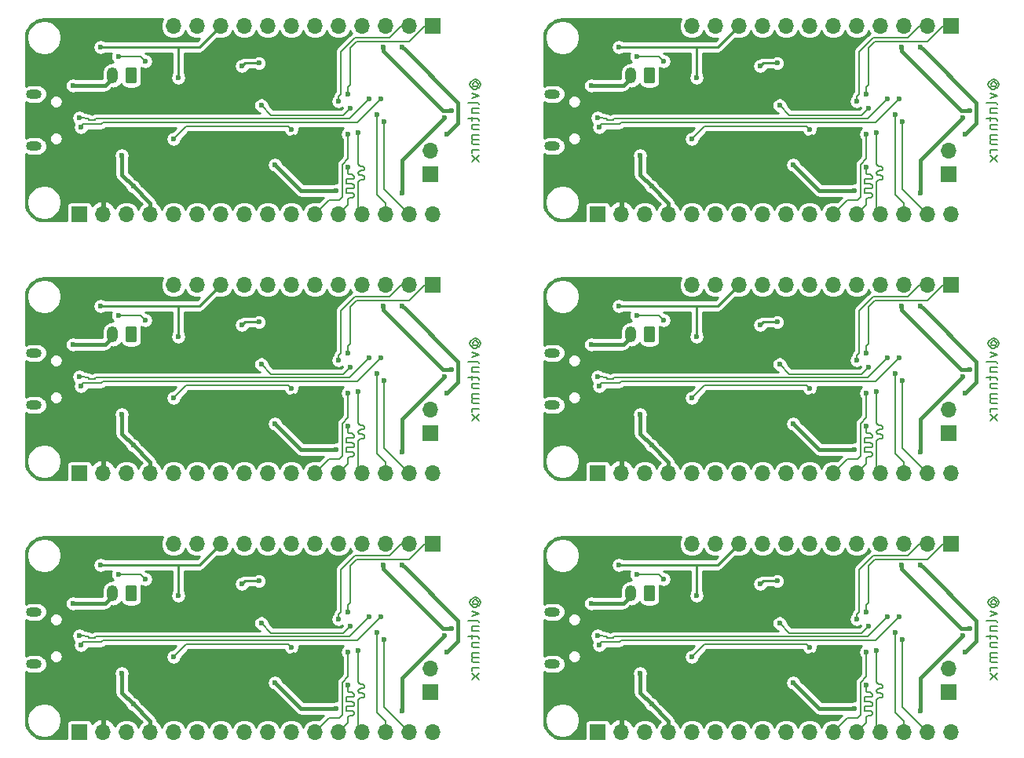
<source format=gbr>
G04 #@! TF.GenerationSoftware,KiCad,Pcbnew,(5.1.4)-1*
G04 #@! TF.CreationDate,2020-09-18T21:31:58+02:00*
G04 #@! TF.ProjectId,cheapFeather,63686561-7046-4656-9174-6865722e6b69,rev?*
G04 #@! TF.SameCoordinates,Original*
G04 #@! TF.FileFunction,Copper,L2,Bot*
G04 #@! TF.FilePolarity,Positive*
%FSLAX46Y46*%
G04 Gerber Fmt 4.6, Leading zero omitted, Abs format (unit mm)*
G04 Created by KiCad (PCBNEW (5.1.4)-1) date 2020-09-18 21:31:58*
%MOMM*%
%LPD*%
G04 APERTURE LIST*
%ADD10C,0.200000*%
%ADD11O,1.700000X1.000000*%
%ADD12O,1.200000X1.750000*%
%ADD13C,0.100000*%
%ADD14C,1.200000*%
%ADD15O,1.700000X1.700000*%
%ADD16R,1.700000X1.700000*%
%ADD17C,0.600000*%
%ADD18C,0.800000*%
%ADD19C,0.400000*%
%ADD20C,0.250000*%
%ADD21C,0.254000*%
G04 APERTURE END LIST*
D10*
X168246428Y-56090000D02*
X168189285Y-56032857D01*
X168132142Y-55918571D01*
X168132142Y-55804285D01*
X168189285Y-55690000D01*
X168246428Y-55632857D01*
X168360714Y-55575714D01*
X168475000Y-55575714D01*
X168589285Y-55632857D01*
X168646428Y-55690000D01*
X168703571Y-55804285D01*
X168703571Y-55918571D01*
X168646428Y-56032857D01*
X168589285Y-56090000D01*
X168132142Y-56090000D02*
X168589285Y-56090000D01*
X168646428Y-56147142D01*
X168646428Y-56204285D01*
X168589285Y-56318571D01*
X168475000Y-56375714D01*
X168189285Y-56375714D01*
X168017857Y-56261428D01*
X167903571Y-56090000D01*
X167846428Y-55861428D01*
X167903571Y-55632857D01*
X168017857Y-55461428D01*
X168189285Y-55347142D01*
X168417857Y-55290000D01*
X168646428Y-55347142D01*
X168817857Y-55461428D01*
X168932142Y-55632857D01*
X168989285Y-55861428D01*
X168932142Y-56090000D01*
X168817857Y-56261428D01*
X168017857Y-56775714D02*
X168817857Y-57061428D01*
X168017857Y-57347142D01*
X168817857Y-57975714D02*
X168760714Y-57861428D01*
X168646428Y-57804285D01*
X167617857Y-57804285D01*
X168017857Y-58432857D02*
X168817857Y-58432857D01*
X168132142Y-58432857D02*
X168075000Y-58490000D01*
X168017857Y-58604285D01*
X168017857Y-58775714D01*
X168075000Y-58890000D01*
X168189285Y-58947142D01*
X168817857Y-58947142D01*
X168017857Y-59347142D02*
X168017857Y-59804285D01*
X167617857Y-59518571D02*
X168646428Y-59518571D01*
X168760714Y-59575714D01*
X168817857Y-59690000D01*
X168817857Y-59804285D01*
X168017857Y-60204285D02*
X168817857Y-60204285D01*
X168132142Y-60204285D02*
X168075000Y-60261428D01*
X168017857Y-60375714D01*
X168017857Y-60547142D01*
X168075000Y-60661428D01*
X168189285Y-60718571D01*
X168817857Y-60718571D01*
X168817857Y-61290000D02*
X168017857Y-61290000D01*
X168132142Y-61290000D02*
X168075000Y-61347142D01*
X168017857Y-61461428D01*
X168017857Y-61632857D01*
X168075000Y-61747142D01*
X168189285Y-61804285D01*
X168817857Y-61804285D01*
X168189285Y-61804285D02*
X168075000Y-61861428D01*
X168017857Y-61975714D01*
X168017857Y-62147142D01*
X168075000Y-62261428D01*
X168189285Y-62318571D01*
X168817857Y-62318571D01*
X168817857Y-62890000D02*
X168017857Y-62890000D01*
X168246428Y-62890000D02*
X168132142Y-62947142D01*
X168075000Y-63004285D01*
X168017857Y-63118571D01*
X168017857Y-63232857D01*
X168817857Y-63518571D02*
X168017857Y-64147142D01*
X168017857Y-63518571D02*
X168817857Y-64147142D01*
X112366428Y-56090000D02*
X112309285Y-56032857D01*
X112252142Y-55918571D01*
X112252142Y-55804285D01*
X112309285Y-55690000D01*
X112366428Y-55632857D01*
X112480714Y-55575714D01*
X112595000Y-55575714D01*
X112709285Y-55632857D01*
X112766428Y-55690000D01*
X112823571Y-55804285D01*
X112823571Y-55918571D01*
X112766428Y-56032857D01*
X112709285Y-56090000D01*
X112252142Y-56090000D02*
X112709285Y-56090000D01*
X112766428Y-56147142D01*
X112766428Y-56204285D01*
X112709285Y-56318571D01*
X112595000Y-56375714D01*
X112309285Y-56375714D01*
X112137857Y-56261428D01*
X112023571Y-56090000D01*
X111966428Y-55861428D01*
X112023571Y-55632857D01*
X112137857Y-55461428D01*
X112309285Y-55347142D01*
X112537857Y-55290000D01*
X112766428Y-55347142D01*
X112937857Y-55461428D01*
X113052142Y-55632857D01*
X113109285Y-55861428D01*
X113052142Y-56090000D01*
X112937857Y-56261428D01*
X112137857Y-56775714D02*
X112937857Y-57061428D01*
X112137857Y-57347142D01*
X112937857Y-57975714D02*
X112880714Y-57861428D01*
X112766428Y-57804285D01*
X111737857Y-57804285D01*
X112137857Y-58432857D02*
X112937857Y-58432857D01*
X112252142Y-58432857D02*
X112195000Y-58490000D01*
X112137857Y-58604285D01*
X112137857Y-58775714D01*
X112195000Y-58890000D01*
X112309285Y-58947142D01*
X112937857Y-58947142D01*
X112137857Y-59347142D02*
X112137857Y-59804285D01*
X111737857Y-59518571D02*
X112766428Y-59518571D01*
X112880714Y-59575714D01*
X112937857Y-59690000D01*
X112937857Y-59804285D01*
X112137857Y-60204285D02*
X112937857Y-60204285D01*
X112252142Y-60204285D02*
X112195000Y-60261428D01*
X112137857Y-60375714D01*
X112137857Y-60547142D01*
X112195000Y-60661428D01*
X112309285Y-60718571D01*
X112937857Y-60718571D01*
X112937857Y-61290000D02*
X112137857Y-61290000D01*
X112252142Y-61290000D02*
X112195000Y-61347142D01*
X112137857Y-61461428D01*
X112137857Y-61632857D01*
X112195000Y-61747142D01*
X112309285Y-61804285D01*
X112937857Y-61804285D01*
X112309285Y-61804285D02*
X112195000Y-61861428D01*
X112137857Y-61975714D01*
X112137857Y-62147142D01*
X112195000Y-62261428D01*
X112309285Y-62318571D01*
X112937857Y-62318571D01*
X112937857Y-62890000D02*
X112137857Y-62890000D01*
X112366428Y-62890000D02*
X112252142Y-62947142D01*
X112195000Y-63004285D01*
X112137857Y-63118571D01*
X112137857Y-63232857D01*
X112937857Y-63518571D02*
X112137857Y-64147142D01*
X112137857Y-63518571D02*
X112937857Y-64147142D01*
X112366428Y-84030000D02*
X112309285Y-83972857D01*
X112252142Y-83858571D01*
X112252142Y-83744285D01*
X112309285Y-83630000D01*
X112366428Y-83572857D01*
X112480714Y-83515714D01*
X112595000Y-83515714D01*
X112709285Y-83572857D01*
X112766428Y-83630000D01*
X112823571Y-83744285D01*
X112823571Y-83858571D01*
X112766428Y-83972857D01*
X112709285Y-84030000D01*
X112252142Y-84030000D02*
X112709285Y-84030000D01*
X112766428Y-84087142D01*
X112766428Y-84144285D01*
X112709285Y-84258571D01*
X112595000Y-84315714D01*
X112309285Y-84315714D01*
X112137857Y-84201428D01*
X112023571Y-84030000D01*
X111966428Y-83801428D01*
X112023571Y-83572857D01*
X112137857Y-83401428D01*
X112309285Y-83287142D01*
X112537857Y-83230000D01*
X112766428Y-83287142D01*
X112937857Y-83401428D01*
X113052142Y-83572857D01*
X113109285Y-83801428D01*
X113052142Y-84030000D01*
X112937857Y-84201428D01*
X112137857Y-84715714D02*
X112937857Y-85001428D01*
X112137857Y-85287142D01*
X112937857Y-85915714D02*
X112880714Y-85801428D01*
X112766428Y-85744285D01*
X111737857Y-85744285D01*
X112137857Y-86372857D02*
X112937857Y-86372857D01*
X112252142Y-86372857D02*
X112195000Y-86430000D01*
X112137857Y-86544285D01*
X112137857Y-86715714D01*
X112195000Y-86830000D01*
X112309285Y-86887142D01*
X112937857Y-86887142D01*
X112137857Y-87287142D02*
X112137857Y-87744285D01*
X111737857Y-87458571D02*
X112766428Y-87458571D01*
X112880714Y-87515714D01*
X112937857Y-87630000D01*
X112937857Y-87744285D01*
X112137857Y-88144285D02*
X112937857Y-88144285D01*
X112252142Y-88144285D02*
X112195000Y-88201428D01*
X112137857Y-88315714D01*
X112137857Y-88487142D01*
X112195000Y-88601428D01*
X112309285Y-88658571D01*
X112937857Y-88658571D01*
X112937857Y-89230000D02*
X112137857Y-89230000D01*
X112252142Y-89230000D02*
X112195000Y-89287142D01*
X112137857Y-89401428D01*
X112137857Y-89572857D01*
X112195000Y-89687142D01*
X112309285Y-89744285D01*
X112937857Y-89744285D01*
X112309285Y-89744285D02*
X112195000Y-89801428D01*
X112137857Y-89915714D01*
X112137857Y-90087142D01*
X112195000Y-90201428D01*
X112309285Y-90258571D01*
X112937857Y-90258571D01*
X112937857Y-90830000D02*
X112137857Y-90830000D01*
X112366428Y-90830000D02*
X112252142Y-90887142D01*
X112195000Y-90944285D01*
X112137857Y-91058571D01*
X112137857Y-91172857D01*
X112937857Y-91458571D02*
X112137857Y-92087142D01*
X112137857Y-91458571D02*
X112937857Y-92087142D01*
X168246428Y-84030000D02*
X168189285Y-83972857D01*
X168132142Y-83858571D01*
X168132142Y-83744285D01*
X168189285Y-83630000D01*
X168246428Y-83572857D01*
X168360714Y-83515714D01*
X168475000Y-83515714D01*
X168589285Y-83572857D01*
X168646428Y-83630000D01*
X168703571Y-83744285D01*
X168703571Y-83858571D01*
X168646428Y-83972857D01*
X168589285Y-84030000D01*
X168132142Y-84030000D02*
X168589285Y-84030000D01*
X168646428Y-84087142D01*
X168646428Y-84144285D01*
X168589285Y-84258571D01*
X168475000Y-84315714D01*
X168189285Y-84315714D01*
X168017857Y-84201428D01*
X167903571Y-84030000D01*
X167846428Y-83801428D01*
X167903571Y-83572857D01*
X168017857Y-83401428D01*
X168189285Y-83287142D01*
X168417857Y-83230000D01*
X168646428Y-83287142D01*
X168817857Y-83401428D01*
X168932142Y-83572857D01*
X168989285Y-83801428D01*
X168932142Y-84030000D01*
X168817857Y-84201428D01*
X168017857Y-84715714D02*
X168817857Y-85001428D01*
X168017857Y-85287142D01*
X168817857Y-85915714D02*
X168760714Y-85801428D01*
X168646428Y-85744285D01*
X167617857Y-85744285D01*
X168017857Y-86372857D02*
X168817857Y-86372857D01*
X168132142Y-86372857D02*
X168075000Y-86430000D01*
X168017857Y-86544285D01*
X168017857Y-86715714D01*
X168075000Y-86830000D01*
X168189285Y-86887142D01*
X168817857Y-86887142D01*
X168017857Y-87287142D02*
X168017857Y-87744285D01*
X167617857Y-87458571D02*
X168646428Y-87458571D01*
X168760714Y-87515714D01*
X168817857Y-87630000D01*
X168817857Y-87744285D01*
X168017857Y-88144285D02*
X168817857Y-88144285D01*
X168132142Y-88144285D02*
X168075000Y-88201428D01*
X168017857Y-88315714D01*
X168017857Y-88487142D01*
X168075000Y-88601428D01*
X168189285Y-88658571D01*
X168817857Y-88658571D01*
X168817857Y-89230000D02*
X168017857Y-89230000D01*
X168132142Y-89230000D02*
X168075000Y-89287142D01*
X168017857Y-89401428D01*
X168017857Y-89572857D01*
X168075000Y-89687142D01*
X168189285Y-89744285D01*
X168817857Y-89744285D01*
X168189285Y-89744285D02*
X168075000Y-89801428D01*
X168017857Y-89915714D01*
X168017857Y-90087142D01*
X168075000Y-90201428D01*
X168189285Y-90258571D01*
X168817857Y-90258571D01*
X168817857Y-90830000D02*
X168017857Y-90830000D01*
X168246428Y-90830000D02*
X168132142Y-90887142D01*
X168075000Y-90944285D01*
X168017857Y-91058571D01*
X168017857Y-91172857D01*
X168817857Y-91458571D02*
X168017857Y-92087142D01*
X168017857Y-91458571D02*
X168817857Y-92087142D01*
X168246428Y-111970000D02*
X168189285Y-111912857D01*
X168132142Y-111798571D01*
X168132142Y-111684285D01*
X168189285Y-111570000D01*
X168246428Y-111512857D01*
X168360714Y-111455714D01*
X168475000Y-111455714D01*
X168589285Y-111512857D01*
X168646428Y-111570000D01*
X168703571Y-111684285D01*
X168703571Y-111798571D01*
X168646428Y-111912857D01*
X168589285Y-111970000D01*
X168132142Y-111970000D02*
X168589285Y-111970000D01*
X168646428Y-112027142D01*
X168646428Y-112084285D01*
X168589285Y-112198571D01*
X168475000Y-112255714D01*
X168189285Y-112255714D01*
X168017857Y-112141428D01*
X167903571Y-111970000D01*
X167846428Y-111741428D01*
X167903571Y-111512857D01*
X168017857Y-111341428D01*
X168189285Y-111227142D01*
X168417857Y-111170000D01*
X168646428Y-111227142D01*
X168817857Y-111341428D01*
X168932142Y-111512857D01*
X168989285Y-111741428D01*
X168932142Y-111970000D01*
X168817857Y-112141428D01*
X168017857Y-112655714D02*
X168817857Y-112941428D01*
X168017857Y-113227142D01*
X168817857Y-113855714D02*
X168760714Y-113741428D01*
X168646428Y-113684285D01*
X167617857Y-113684285D01*
X168017857Y-114312857D02*
X168817857Y-114312857D01*
X168132142Y-114312857D02*
X168075000Y-114370000D01*
X168017857Y-114484285D01*
X168017857Y-114655714D01*
X168075000Y-114770000D01*
X168189285Y-114827142D01*
X168817857Y-114827142D01*
X168017857Y-115227142D02*
X168017857Y-115684285D01*
X167617857Y-115398571D02*
X168646428Y-115398571D01*
X168760714Y-115455714D01*
X168817857Y-115570000D01*
X168817857Y-115684285D01*
X168017857Y-116084285D02*
X168817857Y-116084285D01*
X168132142Y-116084285D02*
X168075000Y-116141428D01*
X168017857Y-116255714D01*
X168017857Y-116427142D01*
X168075000Y-116541428D01*
X168189285Y-116598571D01*
X168817857Y-116598571D01*
X168817857Y-117170000D02*
X168017857Y-117170000D01*
X168132142Y-117170000D02*
X168075000Y-117227142D01*
X168017857Y-117341428D01*
X168017857Y-117512857D01*
X168075000Y-117627142D01*
X168189285Y-117684285D01*
X168817857Y-117684285D01*
X168189285Y-117684285D02*
X168075000Y-117741428D01*
X168017857Y-117855714D01*
X168017857Y-118027142D01*
X168075000Y-118141428D01*
X168189285Y-118198571D01*
X168817857Y-118198571D01*
X168817857Y-118770000D02*
X168017857Y-118770000D01*
X168246428Y-118770000D02*
X168132142Y-118827142D01*
X168075000Y-118884285D01*
X168017857Y-118998571D01*
X168017857Y-119112857D01*
X168817857Y-119398571D02*
X168017857Y-120027142D01*
X168017857Y-119398571D02*
X168817857Y-120027142D01*
X112366428Y-111970000D02*
X112309285Y-111912857D01*
X112252142Y-111798571D01*
X112252142Y-111684285D01*
X112309285Y-111570000D01*
X112366428Y-111512857D01*
X112480714Y-111455714D01*
X112595000Y-111455714D01*
X112709285Y-111512857D01*
X112766428Y-111570000D01*
X112823571Y-111684285D01*
X112823571Y-111798571D01*
X112766428Y-111912857D01*
X112709285Y-111970000D01*
X112252142Y-111970000D02*
X112709285Y-111970000D01*
X112766428Y-112027142D01*
X112766428Y-112084285D01*
X112709285Y-112198571D01*
X112595000Y-112255714D01*
X112309285Y-112255714D01*
X112137857Y-112141428D01*
X112023571Y-111970000D01*
X111966428Y-111741428D01*
X112023571Y-111512857D01*
X112137857Y-111341428D01*
X112309285Y-111227142D01*
X112537857Y-111170000D01*
X112766428Y-111227142D01*
X112937857Y-111341428D01*
X113052142Y-111512857D01*
X113109285Y-111741428D01*
X113052142Y-111970000D01*
X112937857Y-112141428D01*
X112137857Y-112655714D02*
X112937857Y-112941428D01*
X112137857Y-113227142D01*
X112937857Y-113855714D02*
X112880714Y-113741428D01*
X112766428Y-113684285D01*
X111737857Y-113684285D01*
X112137857Y-114312857D02*
X112937857Y-114312857D01*
X112252142Y-114312857D02*
X112195000Y-114370000D01*
X112137857Y-114484285D01*
X112137857Y-114655714D01*
X112195000Y-114770000D01*
X112309285Y-114827142D01*
X112937857Y-114827142D01*
X112137857Y-115227142D02*
X112137857Y-115684285D01*
X111737857Y-115398571D02*
X112766428Y-115398571D01*
X112880714Y-115455714D01*
X112937857Y-115570000D01*
X112937857Y-115684285D01*
X112137857Y-116084285D02*
X112937857Y-116084285D01*
X112252142Y-116084285D02*
X112195000Y-116141428D01*
X112137857Y-116255714D01*
X112137857Y-116427142D01*
X112195000Y-116541428D01*
X112309285Y-116598571D01*
X112937857Y-116598571D01*
X112937857Y-117170000D02*
X112137857Y-117170000D01*
X112252142Y-117170000D02*
X112195000Y-117227142D01*
X112137857Y-117341428D01*
X112137857Y-117512857D01*
X112195000Y-117627142D01*
X112309285Y-117684285D01*
X112937857Y-117684285D01*
X112309285Y-117684285D02*
X112195000Y-117741428D01*
X112137857Y-117855714D01*
X112137857Y-118027142D01*
X112195000Y-118141428D01*
X112309285Y-118198571D01*
X112937857Y-118198571D01*
X112937857Y-118770000D02*
X112137857Y-118770000D01*
X112366428Y-118770000D02*
X112252142Y-118827142D01*
X112195000Y-118884285D01*
X112137857Y-118998571D01*
X112137857Y-119112857D01*
X112937857Y-119398571D02*
X112137857Y-120027142D01*
X112137857Y-119398571D02*
X112937857Y-120027142D01*
D11*
X120856000Y-56870000D03*
X120856000Y-62510000D03*
D12*
X129318000Y-54864000D03*
D13*
G36*
X131692505Y-53990204D02*
G01*
X131716773Y-53993804D01*
X131740572Y-53999765D01*
X131763671Y-54008030D01*
X131785850Y-54018520D01*
X131806893Y-54031132D01*
X131826599Y-54045747D01*
X131844777Y-54062223D01*
X131861253Y-54080401D01*
X131875868Y-54100107D01*
X131888480Y-54121150D01*
X131898970Y-54143329D01*
X131907235Y-54166428D01*
X131913196Y-54190227D01*
X131916796Y-54214495D01*
X131918000Y-54238999D01*
X131918000Y-55489001D01*
X131916796Y-55513505D01*
X131913196Y-55537773D01*
X131907235Y-55561572D01*
X131898970Y-55584671D01*
X131888480Y-55606850D01*
X131875868Y-55627893D01*
X131861253Y-55647599D01*
X131844777Y-55665777D01*
X131826599Y-55682253D01*
X131806893Y-55696868D01*
X131785850Y-55709480D01*
X131763671Y-55719970D01*
X131740572Y-55728235D01*
X131716773Y-55734196D01*
X131692505Y-55737796D01*
X131668001Y-55739000D01*
X130967999Y-55739000D01*
X130943495Y-55737796D01*
X130919227Y-55734196D01*
X130895428Y-55728235D01*
X130872329Y-55719970D01*
X130850150Y-55709480D01*
X130829107Y-55696868D01*
X130809401Y-55682253D01*
X130791223Y-55665777D01*
X130774747Y-55647599D01*
X130760132Y-55627893D01*
X130747520Y-55606850D01*
X130737030Y-55584671D01*
X130728765Y-55561572D01*
X130722804Y-55537773D01*
X130719204Y-55513505D01*
X130718000Y-55489001D01*
X130718000Y-54238999D01*
X130719204Y-54214495D01*
X130722804Y-54190227D01*
X130728765Y-54166428D01*
X130737030Y-54143329D01*
X130747520Y-54121150D01*
X130760132Y-54100107D01*
X130774747Y-54080401D01*
X130791223Y-54062223D01*
X130809401Y-54045747D01*
X130829107Y-54031132D01*
X130850150Y-54018520D01*
X130872329Y-54008030D01*
X130895428Y-53999765D01*
X130919227Y-53993804D01*
X130943495Y-53990204D01*
X130967999Y-53989000D01*
X131668001Y-53989000D01*
X131692505Y-53990204D01*
X131692505Y-53990204D01*
G37*
D14*
X131318000Y-54864000D03*
D15*
X163830000Y-69850000D03*
X161290000Y-69850000D03*
X158750000Y-69850000D03*
X156210000Y-69850000D03*
X153670000Y-69850000D03*
X151130000Y-69850000D03*
X148590000Y-69850000D03*
X146050000Y-69850000D03*
X143510000Y-69850000D03*
X140970000Y-69850000D03*
X138430000Y-69850000D03*
X135890000Y-69850000D03*
X133350000Y-69850000D03*
X130810000Y-69850000D03*
X128270000Y-69850000D03*
D16*
X125730000Y-69850000D03*
D15*
X135890000Y-49530000D03*
X138430000Y-49530000D03*
X140970000Y-49530000D03*
X143510000Y-49530000D03*
X146050000Y-49530000D03*
X148590000Y-49530000D03*
X151130000Y-49530000D03*
X153670000Y-49530000D03*
X156210000Y-49530000D03*
X158750000Y-49530000D03*
X161290000Y-49530000D03*
D16*
X163830000Y-49530000D03*
D15*
X163576000Y-62992000D03*
D16*
X163576000Y-65532000D03*
D11*
X64976000Y-56870000D03*
X64976000Y-62510000D03*
D12*
X73438000Y-54864000D03*
D13*
G36*
X75812505Y-53990204D02*
G01*
X75836773Y-53993804D01*
X75860572Y-53999765D01*
X75883671Y-54008030D01*
X75905850Y-54018520D01*
X75926893Y-54031132D01*
X75946599Y-54045747D01*
X75964777Y-54062223D01*
X75981253Y-54080401D01*
X75995868Y-54100107D01*
X76008480Y-54121150D01*
X76018970Y-54143329D01*
X76027235Y-54166428D01*
X76033196Y-54190227D01*
X76036796Y-54214495D01*
X76038000Y-54238999D01*
X76038000Y-55489001D01*
X76036796Y-55513505D01*
X76033196Y-55537773D01*
X76027235Y-55561572D01*
X76018970Y-55584671D01*
X76008480Y-55606850D01*
X75995868Y-55627893D01*
X75981253Y-55647599D01*
X75964777Y-55665777D01*
X75946599Y-55682253D01*
X75926893Y-55696868D01*
X75905850Y-55709480D01*
X75883671Y-55719970D01*
X75860572Y-55728235D01*
X75836773Y-55734196D01*
X75812505Y-55737796D01*
X75788001Y-55739000D01*
X75087999Y-55739000D01*
X75063495Y-55737796D01*
X75039227Y-55734196D01*
X75015428Y-55728235D01*
X74992329Y-55719970D01*
X74970150Y-55709480D01*
X74949107Y-55696868D01*
X74929401Y-55682253D01*
X74911223Y-55665777D01*
X74894747Y-55647599D01*
X74880132Y-55627893D01*
X74867520Y-55606850D01*
X74857030Y-55584671D01*
X74848765Y-55561572D01*
X74842804Y-55537773D01*
X74839204Y-55513505D01*
X74838000Y-55489001D01*
X74838000Y-54238999D01*
X74839204Y-54214495D01*
X74842804Y-54190227D01*
X74848765Y-54166428D01*
X74857030Y-54143329D01*
X74867520Y-54121150D01*
X74880132Y-54100107D01*
X74894747Y-54080401D01*
X74911223Y-54062223D01*
X74929401Y-54045747D01*
X74949107Y-54031132D01*
X74970150Y-54018520D01*
X74992329Y-54008030D01*
X75015428Y-53999765D01*
X75039227Y-53993804D01*
X75063495Y-53990204D01*
X75087999Y-53989000D01*
X75788001Y-53989000D01*
X75812505Y-53990204D01*
X75812505Y-53990204D01*
G37*
D14*
X75438000Y-54864000D03*
D15*
X107950000Y-69850000D03*
X105410000Y-69850000D03*
X102870000Y-69850000D03*
X100330000Y-69850000D03*
X97790000Y-69850000D03*
X95250000Y-69850000D03*
X92710000Y-69850000D03*
X90170000Y-69850000D03*
X87630000Y-69850000D03*
X85090000Y-69850000D03*
X82550000Y-69850000D03*
X80010000Y-69850000D03*
X77470000Y-69850000D03*
X74930000Y-69850000D03*
X72390000Y-69850000D03*
D16*
X69850000Y-69850000D03*
D15*
X80010000Y-49530000D03*
X82550000Y-49530000D03*
X85090000Y-49530000D03*
X87630000Y-49530000D03*
X90170000Y-49530000D03*
X92710000Y-49530000D03*
X95250000Y-49530000D03*
X97790000Y-49530000D03*
X100330000Y-49530000D03*
X102870000Y-49530000D03*
X105410000Y-49530000D03*
D16*
X107950000Y-49530000D03*
D15*
X107696000Y-62992000D03*
D16*
X107696000Y-65532000D03*
D11*
X64976000Y-84810000D03*
X64976000Y-90450000D03*
D12*
X73438000Y-82804000D03*
D13*
G36*
X75812505Y-81930204D02*
G01*
X75836773Y-81933804D01*
X75860572Y-81939765D01*
X75883671Y-81948030D01*
X75905850Y-81958520D01*
X75926893Y-81971132D01*
X75946599Y-81985747D01*
X75964777Y-82002223D01*
X75981253Y-82020401D01*
X75995868Y-82040107D01*
X76008480Y-82061150D01*
X76018970Y-82083329D01*
X76027235Y-82106428D01*
X76033196Y-82130227D01*
X76036796Y-82154495D01*
X76038000Y-82178999D01*
X76038000Y-83429001D01*
X76036796Y-83453505D01*
X76033196Y-83477773D01*
X76027235Y-83501572D01*
X76018970Y-83524671D01*
X76008480Y-83546850D01*
X75995868Y-83567893D01*
X75981253Y-83587599D01*
X75964777Y-83605777D01*
X75946599Y-83622253D01*
X75926893Y-83636868D01*
X75905850Y-83649480D01*
X75883671Y-83659970D01*
X75860572Y-83668235D01*
X75836773Y-83674196D01*
X75812505Y-83677796D01*
X75788001Y-83679000D01*
X75087999Y-83679000D01*
X75063495Y-83677796D01*
X75039227Y-83674196D01*
X75015428Y-83668235D01*
X74992329Y-83659970D01*
X74970150Y-83649480D01*
X74949107Y-83636868D01*
X74929401Y-83622253D01*
X74911223Y-83605777D01*
X74894747Y-83587599D01*
X74880132Y-83567893D01*
X74867520Y-83546850D01*
X74857030Y-83524671D01*
X74848765Y-83501572D01*
X74842804Y-83477773D01*
X74839204Y-83453505D01*
X74838000Y-83429001D01*
X74838000Y-82178999D01*
X74839204Y-82154495D01*
X74842804Y-82130227D01*
X74848765Y-82106428D01*
X74857030Y-82083329D01*
X74867520Y-82061150D01*
X74880132Y-82040107D01*
X74894747Y-82020401D01*
X74911223Y-82002223D01*
X74929401Y-81985747D01*
X74949107Y-81971132D01*
X74970150Y-81958520D01*
X74992329Y-81948030D01*
X75015428Y-81939765D01*
X75039227Y-81933804D01*
X75063495Y-81930204D01*
X75087999Y-81929000D01*
X75788001Y-81929000D01*
X75812505Y-81930204D01*
X75812505Y-81930204D01*
G37*
D14*
X75438000Y-82804000D03*
D15*
X107950000Y-97790000D03*
X105410000Y-97790000D03*
X102870000Y-97790000D03*
X100330000Y-97790000D03*
X97790000Y-97790000D03*
X95250000Y-97790000D03*
X92710000Y-97790000D03*
X90170000Y-97790000D03*
X87630000Y-97790000D03*
X85090000Y-97790000D03*
X82550000Y-97790000D03*
X80010000Y-97790000D03*
X77470000Y-97790000D03*
X74930000Y-97790000D03*
X72390000Y-97790000D03*
D16*
X69850000Y-97790000D03*
D15*
X80010000Y-77470000D03*
X82550000Y-77470000D03*
X85090000Y-77470000D03*
X87630000Y-77470000D03*
X90170000Y-77470000D03*
X92710000Y-77470000D03*
X95250000Y-77470000D03*
X97790000Y-77470000D03*
X100330000Y-77470000D03*
X102870000Y-77470000D03*
X105410000Y-77470000D03*
D16*
X107950000Y-77470000D03*
D15*
X107696000Y-90932000D03*
D16*
X107696000Y-93472000D03*
D11*
X120856000Y-84810000D03*
X120856000Y-90450000D03*
D12*
X129318000Y-82804000D03*
D13*
G36*
X131692505Y-81930204D02*
G01*
X131716773Y-81933804D01*
X131740572Y-81939765D01*
X131763671Y-81948030D01*
X131785850Y-81958520D01*
X131806893Y-81971132D01*
X131826599Y-81985747D01*
X131844777Y-82002223D01*
X131861253Y-82020401D01*
X131875868Y-82040107D01*
X131888480Y-82061150D01*
X131898970Y-82083329D01*
X131907235Y-82106428D01*
X131913196Y-82130227D01*
X131916796Y-82154495D01*
X131918000Y-82178999D01*
X131918000Y-83429001D01*
X131916796Y-83453505D01*
X131913196Y-83477773D01*
X131907235Y-83501572D01*
X131898970Y-83524671D01*
X131888480Y-83546850D01*
X131875868Y-83567893D01*
X131861253Y-83587599D01*
X131844777Y-83605777D01*
X131826599Y-83622253D01*
X131806893Y-83636868D01*
X131785850Y-83649480D01*
X131763671Y-83659970D01*
X131740572Y-83668235D01*
X131716773Y-83674196D01*
X131692505Y-83677796D01*
X131668001Y-83679000D01*
X130967999Y-83679000D01*
X130943495Y-83677796D01*
X130919227Y-83674196D01*
X130895428Y-83668235D01*
X130872329Y-83659970D01*
X130850150Y-83649480D01*
X130829107Y-83636868D01*
X130809401Y-83622253D01*
X130791223Y-83605777D01*
X130774747Y-83587599D01*
X130760132Y-83567893D01*
X130747520Y-83546850D01*
X130737030Y-83524671D01*
X130728765Y-83501572D01*
X130722804Y-83477773D01*
X130719204Y-83453505D01*
X130718000Y-83429001D01*
X130718000Y-82178999D01*
X130719204Y-82154495D01*
X130722804Y-82130227D01*
X130728765Y-82106428D01*
X130737030Y-82083329D01*
X130747520Y-82061150D01*
X130760132Y-82040107D01*
X130774747Y-82020401D01*
X130791223Y-82002223D01*
X130809401Y-81985747D01*
X130829107Y-81971132D01*
X130850150Y-81958520D01*
X130872329Y-81948030D01*
X130895428Y-81939765D01*
X130919227Y-81933804D01*
X130943495Y-81930204D01*
X130967999Y-81929000D01*
X131668001Y-81929000D01*
X131692505Y-81930204D01*
X131692505Y-81930204D01*
G37*
D14*
X131318000Y-82804000D03*
D15*
X163830000Y-97790000D03*
X161290000Y-97790000D03*
X158750000Y-97790000D03*
X156210000Y-97790000D03*
X153670000Y-97790000D03*
X151130000Y-97790000D03*
X148590000Y-97790000D03*
X146050000Y-97790000D03*
X143510000Y-97790000D03*
X140970000Y-97790000D03*
X138430000Y-97790000D03*
X135890000Y-97790000D03*
X133350000Y-97790000D03*
X130810000Y-97790000D03*
X128270000Y-97790000D03*
D16*
X125730000Y-97790000D03*
D15*
X135890000Y-77470000D03*
X138430000Y-77470000D03*
X140970000Y-77470000D03*
X143510000Y-77470000D03*
X146050000Y-77470000D03*
X148590000Y-77470000D03*
X151130000Y-77470000D03*
X153670000Y-77470000D03*
X156210000Y-77470000D03*
X158750000Y-77470000D03*
X161290000Y-77470000D03*
D16*
X163830000Y-77470000D03*
D15*
X163576000Y-90932000D03*
D16*
X163576000Y-93472000D03*
D11*
X120856000Y-112750000D03*
X120856000Y-118390000D03*
D12*
X129318000Y-110744000D03*
D13*
G36*
X131692505Y-109870204D02*
G01*
X131716773Y-109873804D01*
X131740572Y-109879765D01*
X131763671Y-109888030D01*
X131785850Y-109898520D01*
X131806893Y-109911132D01*
X131826599Y-109925747D01*
X131844777Y-109942223D01*
X131861253Y-109960401D01*
X131875868Y-109980107D01*
X131888480Y-110001150D01*
X131898970Y-110023329D01*
X131907235Y-110046428D01*
X131913196Y-110070227D01*
X131916796Y-110094495D01*
X131918000Y-110118999D01*
X131918000Y-111369001D01*
X131916796Y-111393505D01*
X131913196Y-111417773D01*
X131907235Y-111441572D01*
X131898970Y-111464671D01*
X131888480Y-111486850D01*
X131875868Y-111507893D01*
X131861253Y-111527599D01*
X131844777Y-111545777D01*
X131826599Y-111562253D01*
X131806893Y-111576868D01*
X131785850Y-111589480D01*
X131763671Y-111599970D01*
X131740572Y-111608235D01*
X131716773Y-111614196D01*
X131692505Y-111617796D01*
X131668001Y-111619000D01*
X130967999Y-111619000D01*
X130943495Y-111617796D01*
X130919227Y-111614196D01*
X130895428Y-111608235D01*
X130872329Y-111599970D01*
X130850150Y-111589480D01*
X130829107Y-111576868D01*
X130809401Y-111562253D01*
X130791223Y-111545777D01*
X130774747Y-111527599D01*
X130760132Y-111507893D01*
X130747520Y-111486850D01*
X130737030Y-111464671D01*
X130728765Y-111441572D01*
X130722804Y-111417773D01*
X130719204Y-111393505D01*
X130718000Y-111369001D01*
X130718000Y-110118999D01*
X130719204Y-110094495D01*
X130722804Y-110070227D01*
X130728765Y-110046428D01*
X130737030Y-110023329D01*
X130747520Y-110001150D01*
X130760132Y-109980107D01*
X130774747Y-109960401D01*
X130791223Y-109942223D01*
X130809401Y-109925747D01*
X130829107Y-109911132D01*
X130850150Y-109898520D01*
X130872329Y-109888030D01*
X130895428Y-109879765D01*
X130919227Y-109873804D01*
X130943495Y-109870204D01*
X130967999Y-109869000D01*
X131668001Y-109869000D01*
X131692505Y-109870204D01*
X131692505Y-109870204D01*
G37*
D14*
X131318000Y-110744000D03*
D15*
X163830000Y-125730000D03*
X161290000Y-125730000D03*
X158750000Y-125730000D03*
X156210000Y-125730000D03*
X153670000Y-125730000D03*
X151130000Y-125730000D03*
X148590000Y-125730000D03*
X146050000Y-125730000D03*
X143510000Y-125730000D03*
X140970000Y-125730000D03*
X138430000Y-125730000D03*
X135890000Y-125730000D03*
X133350000Y-125730000D03*
X130810000Y-125730000D03*
X128270000Y-125730000D03*
D16*
X125730000Y-125730000D03*
D15*
X135890000Y-105410000D03*
X138430000Y-105410000D03*
X140970000Y-105410000D03*
X143510000Y-105410000D03*
X146050000Y-105410000D03*
X148590000Y-105410000D03*
X151130000Y-105410000D03*
X153670000Y-105410000D03*
X156210000Y-105410000D03*
X158750000Y-105410000D03*
X161290000Y-105410000D03*
D16*
X163830000Y-105410000D03*
D15*
X163576000Y-118872000D03*
D16*
X163576000Y-121412000D03*
D11*
X64976000Y-118390000D03*
X64976000Y-112750000D03*
D16*
X107950000Y-105410000D03*
D15*
X105410000Y-105410000D03*
X102870000Y-105410000D03*
X100330000Y-105410000D03*
X97790000Y-105410000D03*
X95250000Y-105410000D03*
X92710000Y-105410000D03*
X90170000Y-105410000D03*
X87630000Y-105410000D03*
X85090000Y-105410000D03*
X82550000Y-105410000D03*
X80010000Y-105410000D03*
D16*
X69850000Y-125730000D03*
D15*
X72390000Y-125730000D03*
X74930000Y-125730000D03*
X77470000Y-125730000D03*
X80010000Y-125730000D03*
X82550000Y-125730000D03*
X85090000Y-125730000D03*
X87630000Y-125730000D03*
X90170000Y-125730000D03*
X92710000Y-125730000D03*
X95250000Y-125730000D03*
X97790000Y-125730000D03*
X100330000Y-125730000D03*
X102870000Y-125730000D03*
X105410000Y-125730000D03*
X107950000Y-125730000D03*
D13*
G36*
X75812505Y-109870204D02*
G01*
X75836773Y-109873804D01*
X75860572Y-109879765D01*
X75883671Y-109888030D01*
X75905850Y-109898520D01*
X75926893Y-109911132D01*
X75946599Y-109925747D01*
X75964777Y-109942223D01*
X75981253Y-109960401D01*
X75995868Y-109980107D01*
X76008480Y-110001150D01*
X76018970Y-110023329D01*
X76027235Y-110046428D01*
X76033196Y-110070227D01*
X76036796Y-110094495D01*
X76038000Y-110118999D01*
X76038000Y-111369001D01*
X76036796Y-111393505D01*
X76033196Y-111417773D01*
X76027235Y-111441572D01*
X76018970Y-111464671D01*
X76008480Y-111486850D01*
X75995868Y-111507893D01*
X75981253Y-111527599D01*
X75964777Y-111545777D01*
X75946599Y-111562253D01*
X75926893Y-111576868D01*
X75905850Y-111589480D01*
X75883671Y-111599970D01*
X75860572Y-111608235D01*
X75836773Y-111614196D01*
X75812505Y-111617796D01*
X75788001Y-111619000D01*
X75087999Y-111619000D01*
X75063495Y-111617796D01*
X75039227Y-111614196D01*
X75015428Y-111608235D01*
X74992329Y-111599970D01*
X74970150Y-111589480D01*
X74949107Y-111576868D01*
X74929401Y-111562253D01*
X74911223Y-111545777D01*
X74894747Y-111527599D01*
X74880132Y-111507893D01*
X74867520Y-111486850D01*
X74857030Y-111464671D01*
X74848765Y-111441572D01*
X74842804Y-111417773D01*
X74839204Y-111393505D01*
X74838000Y-111369001D01*
X74838000Y-110118999D01*
X74839204Y-110094495D01*
X74842804Y-110070227D01*
X74848765Y-110046428D01*
X74857030Y-110023329D01*
X74867520Y-110001150D01*
X74880132Y-109980107D01*
X74894747Y-109960401D01*
X74911223Y-109942223D01*
X74929401Y-109925747D01*
X74949107Y-109911132D01*
X74970150Y-109898520D01*
X74992329Y-109888030D01*
X75015428Y-109879765D01*
X75039227Y-109873804D01*
X75063495Y-109870204D01*
X75087999Y-109869000D01*
X75788001Y-109869000D01*
X75812505Y-109870204D01*
X75812505Y-109870204D01*
G37*
D14*
X75438000Y-110744000D03*
D12*
X73438000Y-110744000D03*
D16*
X107696000Y-121412000D03*
D15*
X107696000Y-118872000D03*
D17*
X69160000Y-111845000D03*
X109220000Y-115316000D03*
X97536000Y-123190000D03*
X74422000Y-119380000D03*
X89199999Y-109428001D03*
X104648000Y-123444000D03*
X87376000Y-109728000D03*
X90932000Y-120396000D03*
X75658041Y-122715959D03*
D18*
X85885000Y-117856000D03*
D17*
X91694000Y-110490000D03*
X86360000Y-111795000D03*
D18*
X92964000Y-117493946D03*
D17*
X72136000Y-107696000D03*
X80518000Y-110998000D03*
X80010000Y-117602000D03*
X92710000Y-116586000D03*
X97790000Y-113538000D03*
X98806000Y-112776000D03*
X102686000Y-115754000D03*
X101962000Y-114954000D03*
X99930000Y-116948000D03*
X98806000Y-120650000D03*
X98806000Y-117094000D03*
X102362000Y-113284000D03*
X70011999Y-116332000D03*
X101092000Y-113284000D03*
X69850000Y-115316000D03*
X89467000Y-113987000D03*
X99060000Y-114300000D03*
X102616000Y-107696000D03*
X109982000Y-114554000D03*
X104648000Y-107696000D03*
X109474000Y-117094000D03*
X76962000Y-109220000D03*
X74040002Y-108712000D03*
X165100000Y-115316000D03*
X154686000Y-112776000D03*
X142240000Y-111795000D03*
X145347000Y-113987000D03*
X154940000Y-114300000D03*
X136398000Y-110998000D03*
X155810000Y-116948000D03*
X132842000Y-109220000D03*
X156972000Y-113284000D03*
X158496000Y-107696000D03*
X158242000Y-113284000D03*
X165354000Y-117094000D03*
X160528000Y-123444000D03*
X129920002Y-108712000D03*
X145079999Y-109428001D03*
X130302000Y-119380000D03*
X147574000Y-110490000D03*
X128016000Y-107696000D03*
X148590000Y-116586000D03*
X158566000Y-115754000D03*
X153416000Y-123190000D03*
X157842000Y-114954000D03*
X125891999Y-116332000D03*
X160528000Y-107696000D03*
X165862000Y-114554000D03*
X153670000Y-113538000D03*
X146812000Y-120396000D03*
X131538041Y-122715959D03*
X154686000Y-120650000D03*
X154686000Y-117094000D03*
X125730000Y-115316000D03*
D18*
X148844000Y-117493946D03*
D17*
X143256000Y-109728000D03*
X135890000Y-117602000D03*
D18*
X141765000Y-117856000D03*
D17*
X125040000Y-111845000D03*
X165100000Y-87376000D03*
X154686000Y-84836000D03*
X142240000Y-83855000D03*
X145347000Y-86047000D03*
X154940000Y-86360000D03*
X136398000Y-83058000D03*
X155810000Y-89008000D03*
X132842000Y-81280000D03*
X156972000Y-85344000D03*
X158496000Y-79756000D03*
X158242000Y-85344000D03*
X165354000Y-89154000D03*
X160528000Y-95504000D03*
X129920002Y-80772000D03*
X145079999Y-81488001D03*
X130302000Y-91440000D03*
X147574000Y-82550000D03*
X128016000Y-79756000D03*
X148590000Y-88646000D03*
X158566000Y-87814000D03*
X153416000Y-95250000D03*
X157842000Y-87014000D03*
X125891999Y-88392000D03*
X160528000Y-79756000D03*
X165862000Y-86614000D03*
X153670000Y-85598000D03*
X146812000Y-92456000D03*
X131538041Y-94775959D03*
X154686000Y-92710000D03*
X154686000Y-89154000D03*
X125730000Y-87376000D03*
D18*
X148844000Y-89553946D03*
D17*
X143256000Y-81788000D03*
X135890000Y-89662000D03*
D18*
X141765000Y-89916000D03*
D17*
X125040000Y-83905000D03*
X109220000Y-87376000D03*
X98806000Y-84836000D03*
X86360000Y-83855000D03*
X89467000Y-86047000D03*
X99060000Y-86360000D03*
X80518000Y-83058000D03*
X99930000Y-89008000D03*
X76962000Y-81280000D03*
X101092000Y-85344000D03*
X102616000Y-79756000D03*
X102362000Y-85344000D03*
X109474000Y-89154000D03*
X104648000Y-95504000D03*
X74040002Y-80772000D03*
X89199999Y-81488001D03*
X74422000Y-91440000D03*
X91694000Y-82550000D03*
X72136000Y-79756000D03*
X92710000Y-88646000D03*
X102686000Y-87814000D03*
X97536000Y-95250000D03*
X101962000Y-87014000D03*
X70011999Y-88392000D03*
X104648000Y-79756000D03*
X109982000Y-86614000D03*
X97790000Y-85598000D03*
X90932000Y-92456000D03*
X75658041Y-94775959D03*
X98806000Y-92710000D03*
X98806000Y-89154000D03*
X69850000Y-87376000D03*
D18*
X92964000Y-89553946D03*
D17*
X87376000Y-81788000D03*
X80010000Y-89662000D03*
D18*
X85885000Y-89916000D03*
D17*
X69160000Y-83905000D03*
X109220000Y-59436000D03*
X98806000Y-56896000D03*
X86360000Y-55915000D03*
X89467000Y-58107000D03*
X99060000Y-58420000D03*
X80518000Y-55118000D03*
X99930000Y-61068000D03*
X76962000Y-53340000D03*
X101092000Y-57404000D03*
X102616000Y-51816000D03*
X102362000Y-57404000D03*
X109474000Y-61214000D03*
X104648000Y-67564000D03*
X74040002Y-52832000D03*
X89199999Y-53548001D03*
X74422000Y-63500000D03*
X91694000Y-54610000D03*
X72136000Y-51816000D03*
X92710000Y-60706000D03*
X102686000Y-59874000D03*
X97536000Y-67310000D03*
X101962000Y-59074000D03*
X70011999Y-60452000D03*
X104648000Y-51816000D03*
X109982000Y-58674000D03*
X97790000Y-57658000D03*
X90932000Y-64516000D03*
X75658041Y-66835959D03*
X98806000Y-64770000D03*
X98806000Y-61214000D03*
X69850000Y-59436000D03*
D18*
X92964000Y-61613946D03*
D17*
X87376000Y-53848000D03*
X80010000Y-61722000D03*
D18*
X85885000Y-61976000D03*
D17*
X69160000Y-55965000D03*
X165100000Y-59436000D03*
X154686000Y-56896000D03*
X142240000Y-55915000D03*
X145347000Y-58107000D03*
X154940000Y-58420000D03*
X136398000Y-55118000D03*
X155810000Y-61068000D03*
X132842000Y-53340000D03*
X156972000Y-57404000D03*
X158496000Y-51816000D03*
X158242000Y-57404000D03*
X165354000Y-61214000D03*
X160528000Y-67564000D03*
X129920002Y-52832000D03*
X145079999Y-53548001D03*
X130302000Y-63500000D03*
X147574000Y-54610000D03*
X128016000Y-51816000D03*
X148590000Y-60706000D03*
X158566000Y-59874000D03*
X153416000Y-67310000D03*
X157842000Y-59074000D03*
X125891999Y-60452000D03*
X160528000Y-51816000D03*
X165862000Y-58674000D03*
X153670000Y-57658000D03*
X146812000Y-64516000D03*
X131538041Y-66835959D03*
X154686000Y-64770000D03*
X154686000Y-61214000D03*
X125730000Y-59436000D03*
D18*
X148844000Y-61613946D03*
D17*
X143256000Y-53848000D03*
X135890000Y-61722000D03*
D18*
X141765000Y-61976000D03*
D17*
X125040000Y-55965000D03*
D19*
X69160000Y-111845000D02*
X72612000Y-111845000D01*
X77470000Y-125730000D02*
X77470000Y-124527919D01*
X74422000Y-121479919D02*
X74422000Y-119380000D01*
X75658041Y-122715959D02*
X74422000Y-121479919D01*
D20*
X74422000Y-119380000D02*
X74422000Y-119380000D01*
X87376000Y-109728000D02*
X87675999Y-109428001D01*
X87675999Y-109428001D02*
X89199999Y-109428001D01*
D10*
X73438000Y-111019000D02*
X73438000Y-110744000D01*
D19*
X72612000Y-111845000D02*
X73438000Y-111019000D01*
X77470000Y-124527919D02*
X75658041Y-122715959D01*
X90932000Y-120396000D02*
X93726000Y-123190000D01*
X93726000Y-123190000D02*
X97536000Y-123190000D01*
X69160000Y-111845000D02*
X69160000Y-111845000D01*
X104648000Y-119888000D02*
X104648000Y-123444000D01*
D10*
X104648000Y-123444000D02*
X104648000Y-123444000D01*
D19*
X109220000Y-115316000D02*
X104648000Y-119888000D01*
D20*
X72136000Y-107696000D02*
X80518000Y-107696000D01*
X82804000Y-107696000D02*
X85090000Y-105410000D01*
X80518000Y-110998000D02*
X80518000Y-107696000D01*
X80518000Y-107696000D02*
X82804000Y-107696000D01*
D10*
X80010000Y-117602000D02*
X80010000Y-117602000D01*
X92348010Y-116224010D02*
X92710000Y-116586000D01*
X92710000Y-116586000D02*
X92710000Y-116586000D01*
X92055990Y-116224010D02*
X92348010Y-116224010D01*
X81387990Y-116224010D02*
X80010000Y-117602000D01*
X92055990Y-116224010D02*
X81387990Y-116224010D01*
X99568000Y-106680000D02*
X98044000Y-108204000D01*
X98044000Y-108204000D02*
X98044000Y-112776000D01*
X97790000Y-113030000D02*
X98044000Y-112776000D01*
X105410000Y-105410000D02*
X104572002Y-105410000D01*
X104572002Y-105410000D02*
X103302002Y-106680000D01*
X103302002Y-106680000D02*
X99568000Y-106680000D01*
X97790000Y-113538000D02*
X97790000Y-113030000D01*
X99733688Y-107080010D02*
X105441992Y-107080010D01*
X107112002Y-105410000D02*
X107950000Y-105410000D01*
X99060000Y-107753698D02*
X99733688Y-107080010D01*
X98806000Y-112014000D02*
X99060000Y-111760000D01*
X105441992Y-107080010D02*
X107112002Y-105410000D01*
X99060000Y-111760000D02*
X99060000Y-107753698D01*
X98806000Y-112776000D02*
X98806000Y-112014000D01*
X102686000Y-123006000D02*
X105410000Y-125730000D01*
X102686000Y-115754000D02*
X102686000Y-123006000D01*
X102870000Y-125730000D02*
X102870000Y-124527919D01*
X101962000Y-115378264D02*
X101962000Y-114954000D01*
X102870000Y-124527919D02*
X101962000Y-123619919D01*
X101962000Y-123619919D02*
X101962000Y-115378264D01*
X100071529Y-121507243D02*
X100024127Y-121477458D01*
X100582817Y-120726370D02*
X100564328Y-120673530D01*
X100394716Y-122025732D02*
X100447556Y-122007243D01*
X99936268Y-122226370D02*
X99954757Y-122173530D01*
X100339086Y-121532000D02*
X100180000Y-121532000D01*
X100071529Y-121056758D02*
X100124369Y-121038269D01*
X100339086Y-120532000D02*
X100180000Y-120532000D01*
X100494958Y-121977458D02*
X100534543Y-121937873D01*
X99936268Y-120337631D02*
X99930000Y-120282000D01*
X100494958Y-120586543D02*
X100447556Y-120556758D01*
X100339086Y-122032000D02*
X100394716Y-122025732D01*
X100180000Y-121032000D02*
X100339086Y-121032000D01*
X100582817Y-120837631D02*
X100589086Y-120782000D01*
X100124369Y-121525732D02*
X100071529Y-121507243D01*
X100180000Y-120532000D02*
X100124369Y-120525732D01*
X100534543Y-120626128D02*
X100494958Y-120586543D01*
X100582817Y-121726370D02*
X100564328Y-121673530D01*
X99984542Y-121437873D02*
X99954757Y-121390471D01*
X99954757Y-122173530D02*
X99984542Y-122126128D01*
X100024127Y-120477458D02*
X99984542Y-120437873D01*
X100582817Y-121837631D02*
X100589086Y-121782000D01*
X100071529Y-120507243D02*
X100024127Y-120477458D01*
X100339086Y-121032000D02*
X100394716Y-121025732D01*
X100447556Y-120556758D02*
X100394716Y-120538269D01*
X99930000Y-121282000D02*
X99936268Y-121226370D01*
X100394716Y-121025732D02*
X100447556Y-121007243D01*
X100394716Y-120538269D02*
X100339086Y-120532000D01*
X100330000Y-125730000D02*
X99930000Y-125330000D01*
X100394716Y-121538269D02*
X100339086Y-121532000D01*
X99984542Y-122126128D02*
X100024127Y-122086543D01*
X100589086Y-120782000D02*
X100582817Y-120726370D01*
X100564328Y-120890471D02*
X100582817Y-120837631D01*
X99954757Y-121390471D02*
X99936268Y-121337631D01*
X100124369Y-121038269D02*
X100180000Y-121032000D01*
X99954757Y-121173530D02*
X99984542Y-121126128D01*
X100447556Y-121556758D02*
X100394716Y-121538269D01*
X100024127Y-121477458D02*
X99984542Y-121437873D01*
X100564328Y-120673530D02*
X100534543Y-120626128D01*
X100180000Y-122032000D02*
X100339086Y-122032000D01*
X100534543Y-121937873D02*
X100564328Y-121890471D01*
X99984542Y-121126128D02*
X100024127Y-121086543D01*
X100494958Y-121586543D02*
X100447556Y-121556758D01*
X100564328Y-121673530D02*
X100534543Y-121626128D01*
X100589086Y-121782000D02*
X100582817Y-121726370D01*
X99930000Y-120282000D02*
X99930000Y-116948000D01*
X100180000Y-121532000D02*
X100124369Y-121525732D01*
X99936268Y-121226370D02*
X99954757Y-121173530D01*
X99930000Y-122282000D02*
X99936268Y-122226370D01*
X99930000Y-125330000D02*
X99930000Y-122282000D01*
X100534543Y-121626128D02*
X100494958Y-121586543D01*
X100447556Y-121007243D02*
X100494958Y-120977458D01*
X99936268Y-121337631D02*
X99930000Y-121282000D01*
X100494958Y-120977458D02*
X100534543Y-120937873D01*
X100124369Y-120525732D02*
X100071529Y-120507243D01*
X100071529Y-122056758D02*
X100124369Y-122038269D01*
X100534543Y-120937873D02*
X100564328Y-120890471D01*
X100024127Y-122086543D02*
X100071529Y-122056758D01*
X100564328Y-121890471D02*
X100582817Y-121837631D01*
X99954757Y-120390471D02*
X99936268Y-120337631D01*
X99984542Y-120437873D02*
X99954757Y-120390471D01*
X100024127Y-121086543D02*
X100071529Y-121056758D01*
X100447556Y-122007243D02*
X100494958Y-121977458D01*
X100124369Y-122038269D02*
X100180000Y-122032000D01*
X98694776Y-122958282D02*
X98715020Y-122956000D01*
X99000369Y-123962269D02*
X99056000Y-123956000D01*
X98633051Y-123007505D02*
X98643890Y-122990255D01*
X98624041Y-123046979D02*
X98626323Y-123026735D01*
X98806000Y-124206000D02*
X98812268Y-124150370D01*
X99293589Y-123949732D02*
X99346429Y-123931243D01*
X99481690Y-123650370D02*
X99463201Y-123597530D01*
X98806000Y-124714000D02*
X98806000Y-124206000D01*
X99487959Y-121706000D02*
X99481690Y-121650370D01*
X99293589Y-123462269D02*
X99237959Y-123456000D01*
X99393831Y-123901458D02*
X99433416Y-123861873D01*
X98675546Y-123446991D02*
X98658296Y-123436152D01*
X99237959Y-123956000D02*
X99293589Y-123949732D01*
X99463201Y-123597530D02*
X99433416Y-123550128D01*
X99237959Y-123456000D02*
X98715020Y-123456000D01*
X98900127Y-124010543D02*
X98947529Y-123980758D01*
X98626323Y-123385266D02*
X98624041Y-123365021D01*
X98643890Y-122990255D02*
X98658296Y-122975849D01*
X98658296Y-122975849D02*
X98675546Y-122965010D01*
X98715020Y-123456000D02*
X98694776Y-123453719D01*
X99293589Y-121462269D02*
X99237959Y-121456000D01*
X99463201Y-122597530D02*
X99433416Y-122550128D01*
X98715020Y-122956000D02*
X99237959Y-122956000D01*
X99346429Y-122931243D02*
X99393831Y-122901458D01*
X99481690Y-121650370D02*
X99463201Y-121597530D01*
X98658296Y-123436152D02*
X98643890Y-123421746D01*
X98694776Y-123453719D02*
X98675546Y-123446991D01*
X99393831Y-122901458D02*
X99433416Y-122861873D01*
X99481690Y-121761631D02*
X99487959Y-121706000D01*
X98624041Y-123365021D02*
X98624041Y-123046979D01*
X99487959Y-123706000D02*
X99481690Y-123650370D01*
X99463201Y-122814471D02*
X99481690Y-122761631D01*
X97790000Y-125730000D02*
X98806000Y-124714000D01*
X99433416Y-122861873D02*
X99463201Y-122814471D01*
X98947529Y-123980758D02*
X99000369Y-123962269D01*
X99481690Y-122761631D02*
X99487959Y-122706000D01*
X99393831Y-121510543D02*
X99346429Y-121480758D01*
X99433416Y-123861873D02*
X99463201Y-123814471D01*
X99487959Y-122706000D02*
X99481690Y-122650370D01*
X99346429Y-123931243D02*
X99393831Y-123901458D01*
X99293589Y-122949732D02*
X99346429Y-122931243D01*
X99433416Y-121550128D02*
X99393831Y-121510543D01*
X99433416Y-123550128D02*
X99393831Y-123510543D01*
X99481690Y-122650370D02*
X99463201Y-122597530D01*
X99433416Y-122550128D02*
X99393831Y-122510543D01*
X98675546Y-122965010D02*
X98694776Y-122958282D01*
X99346429Y-121480758D02*
X99293589Y-121462269D01*
X99346429Y-123480758D02*
X99293589Y-123462269D01*
X99463201Y-123814471D02*
X99481690Y-123761631D01*
X98626323Y-123026735D02*
X98633051Y-123007505D01*
X98812268Y-124150370D02*
X98830757Y-124097530D01*
X99393831Y-123510543D02*
X99346429Y-123480758D01*
X99463201Y-121597530D02*
X99433416Y-121550128D01*
X98830757Y-124097530D02*
X98860542Y-124050128D01*
X99346429Y-122480758D02*
X99293589Y-122462269D01*
X98715020Y-122456000D02*
X98694776Y-122453719D01*
X98860542Y-124050128D02*
X98900127Y-124010543D01*
X99237959Y-121456000D02*
X99056000Y-121456000D01*
X99463201Y-121814471D02*
X99481690Y-121761631D01*
X98633051Y-123404496D02*
X98626323Y-123385266D01*
X98643890Y-123421746D02*
X98633051Y-123404496D01*
X99056000Y-123956000D02*
X99237959Y-123956000D01*
X99237959Y-122956000D02*
X99293589Y-122949732D01*
X99481690Y-123761631D02*
X99487959Y-123706000D01*
X98658296Y-121975849D02*
X98675546Y-121965010D01*
X98643890Y-122421746D02*
X98633051Y-122404496D01*
X98624041Y-122046979D02*
X98626323Y-122026735D01*
X99433416Y-121861873D02*
X99463201Y-121814471D01*
X98675546Y-122446991D02*
X98658296Y-122436152D01*
X99393831Y-122510543D02*
X99346429Y-122480758D01*
X98624041Y-122365021D02*
X98624041Y-122046979D01*
X98694776Y-122453719D02*
X98675546Y-122446991D01*
X99237959Y-122456000D02*
X98715020Y-122456000D01*
X98694776Y-121958282D02*
X98715020Y-121956000D01*
X98643890Y-121990255D02*
X98658296Y-121975849D01*
X99293589Y-122462269D02*
X99237959Y-122456000D01*
X99237959Y-121956000D02*
X99293589Y-121949732D01*
X98675546Y-121965010D02*
X98694776Y-121958282D01*
X98658296Y-122436152D02*
X98643890Y-122421746D01*
X98626323Y-122026735D02*
X98633051Y-122007505D01*
X98626323Y-122385266D02*
X98624041Y-122365021D01*
X98715020Y-121956000D02*
X99237959Y-121956000D01*
X99293589Y-121949732D02*
X99346429Y-121931243D01*
X98633051Y-122007505D02*
X98643890Y-121990255D01*
X98633051Y-122404496D02*
X98626323Y-122385266D01*
X99346429Y-121931243D02*
X99393831Y-121901458D01*
X99393831Y-121901458D02*
X99433416Y-121861873D01*
X99056000Y-121456000D02*
X99000369Y-121449732D01*
X98806000Y-121206000D02*
X98806000Y-120650000D01*
X98830757Y-121314471D02*
X98812268Y-121261631D01*
X98860542Y-121361873D02*
X98830757Y-121314471D01*
X98900127Y-121401458D02*
X98860542Y-121361873D01*
X98947529Y-121431243D02*
X98900127Y-121401458D01*
X98812268Y-121261631D02*
X98806000Y-121206000D01*
X99000369Y-121449732D02*
X98947529Y-121431243D01*
X98205999Y-120361999D02*
X98205999Y-123859999D01*
X98806000Y-117094000D02*
X98806000Y-119761998D01*
X98205999Y-123859999D02*
X97859998Y-124206000D01*
X98806000Y-119761998D02*
X98205999Y-120361999D01*
X96774000Y-124206000D02*
X95250000Y-125730000D01*
X97859998Y-124206000D02*
X96774000Y-124206000D01*
X99822000Y-115824000D02*
X72390000Y-115824000D01*
X99822000Y-115824000D02*
X102362000Y-113284000D01*
X70011999Y-116332000D02*
X70311998Y-116032001D01*
X70311998Y-116032001D02*
X72181999Y-116032001D01*
X72181999Y-116032001D02*
X72390000Y-115824000D01*
X71639752Y-115423990D02*
X98952010Y-115423990D01*
X70851159Y-115535082D02*
X70857880Y-115554289D01*
X70839881Y-115475433D02*
X70846602Y-115494640D01*
X71529055Y-115571519D02*
X71539881Y-115554289D01*
X70504010Y-115423990D02*
X70758010Y-115423990D01*
X70797437Y-115432989D02*
X70814667Y-115443815D01*
X70919531Y-115603454D02*
X70939752Y-115605733D01*
X71458010Y-115605733D02*
X71478230Y-115603454D01*
X71557880Y-115475433D02*
X71568706Y-115458203D01*
X70900324Y-115596733D02*
X70919531Y-115603454D01*
X71514667Y-115585907D02*
X71529055Y-115571519D01*
X71583094Y-115443815D02*
X71600324Y-115432989D01*
X98952010Y-115423990D02*
X101092000Y-113284000D01*
X71551159Y-115494640D02*
X71557880Y-115475433D01*
X71546602Y-115535082D02*
X71551159Y-115494640D01*
X71539881Y-115554289D02*
X71546602Y-115535082D01*
X71497437Y-115596733D02*
X71514667Y-115585907D01*
X71478230Y-115603454D02*
X71497437Y-115596733D01*
X69850000Y-115316000D02*
X70396020Y-115316000D01*
X70758010Y-115423990D02*
X70778230Y-115426268D01*
X71600324Y-115432989D02*
X71619531Y-115426268D01*
X70814667Y-115443815D02*
X70829055Y-115458203D01*
X70829055Y-115458203D02*
X70839881Y-115475433D01*
X70883094Y-115585907D02*
X70900324Y-115596733D01*
X70939752Y-115605733D02*
X71458010Y-115605733D01*
X70778230Y-115426268D02*
X70797437Y-115432989D01*
X70846602Y-115494640D02*
X70851159Y-115535082D01*
X70857880Y-115554289D02*
X70868706Y-115571519D01*
X71619531Y-115426268D02*
X71639752Y-115423990D01*
X70868706Y-115571519D02*
X70883094Y-115585907D01*
X71568706Y-115458203D02*
X71583094Y-115443815D01*
X70396020Y-115316000D02*
X70504010Y-115423990D01*
X90503980Y-115023980D02*
X89467000Y-113987000D01*
X98082020Y-115023980D02*
X98336020Y-115023980D01*
X98082020Y-115023980D02*
X90503980Y-115023980D01*
X98336020Y-115023980D02*
X99060000Y-114300000D01*
D19*
X102616000Y-108120264D02*
X109049736Y-114554000D01*
X102616000Y-107696000D02*
X102616000Y-108120264D01*
X109049736Y-114554000D02*
X109557736Y-114554000D01*
X109557736Y-114554000D02*
X109982000Y-114554000D01*
X109474000Y-117094000D02*
X110682001Y-115885999D01*
X110682001Y-113730001D02*
X104947999Y-107995999D01*
X110682001Y-115885999D02*
X110682001Y-113730001D01*
X104947999Y-107995999D02*
X104648000Y-107696000D01*
D10*
X76454000Y-108712000D02*
X74040002Y-108712000D01*
X76962000Y-109220000D02*
X76454000Y-108712000D01*
X129318000Y-111019000D02*
X129318000Y-110744000D01*
X154216020Y-115023980D02*
X154940000Y-114300000D01*
D20*
X143555999Y-109428001D02*
X145079999Y-109428001D01*
D10*
X153962020Y-115023980D02*
X154216020Y-115023980D01*
X146383980Y-115023980D02*
X145347000Y-113987000D01*
D20*
X143256000Y-109728000D02*
X143555999Y-109428001D01*
D10*
X153962020Y-115023980D02*
X146383980Y-115023980D01*
D19*
X158496000Y-108120264D02*
X164929736Y-114554000D01*
X158496000Y-107696000D02*
X158496000Y-108120264D01*
D10*
X155702000Y-115824000D02*
X128270000Y-115824000D01*
D19*
X166562001Y-115885999D02*
X166562001Y-113730001D01*
X160827999Y-107995999D02*
X160528000Y-107696000D01*
X165437736Y-114554000D02*
X165862000Y-114554000D01*
X131538041Y-122715959D02*
X130302000Y-121479919D01*
D20*
X130302000Y-119380000D02*
X130302000Y-119380000D01*
D19*
X133350000Y-125730000D02*
X133350000Y-124527919D01*
X125040000Y-111845000D02*
X128492000Y-111845000D01*
D10*
X132842000Y-109220000D02*
X132334000Y-108712000D01*
X132334000Y-108712000D02*
X129920002Y-108712000D01*
D19*
X130302000Y-121479919D02*
X130302000Y-119380000D01*
X165354000Y-117094000D02*
X166562001Y-115885999D01*
X166562001Y-113730001D02*
X160827999Y-107995999D01*
X164929736Y-114554000D02*
X165437736Y-114554000D01*
D10*
X154827529Y-123980758D02*
X154880369Y-123962269D01*
X155313416Y-123861873D02*
X155343201Y-123814471D01*
X155226429Y-123931243D02*
X155273831Y-123901458D01*
X155117959Y-123956000D02*
X155173589Y-123949732D01*
X155367959Y-122706000D02*
X155361690Y-122650370D01*
X154780127Y-124010543D02*
X154827529Y-123980758D01*
X154523890Y-122990255D02*
X154538296Y-122975849D01*
X154504041Y-123046979D02*
X154506323Y-123026735D01*
X155173589Y-122949732D02*
X155226429Y-122931243D01*
X155313416Y-121550128D02*
X155273831Y-121510543D01*
X155367959Y-121706000D02*
X155361690Y-121650370D01*
X154538296Y-123436152D02*
X154523890Y-123421746D01*
X154513051Y-123007505D02*
X154523890Y-122990255D01*
X154555546Y-123446991D02*
X154538296Y-123436152D01*
X155117959Y-123456000D02*
X154595020Y-123456000D01*
X155226429Y-122931243D02*
X155273831Y-122901458D01*
X154506323Y-123385266D02*
X154504041Y-123365021D01*
X154538296Y-122975849D02*
X154555546Y-122965010D01*
X155273831Y-122901458D02*
X155313416Y-122861873D01*
X154686000Y-124206000D02*
X154692268Y-124150370D01*
X155273831Y-123901458D02*
X155313416Y-123861873D01*
X155313416Y-122861873D02*
X155343201Y-122814471D01*
X155361690Y-122761631D02*
X155367959Y-122706000D01*
X155173589Y-123949732D02*
X155226429Y-123931243D01*
X155273831Y-121510543D02*
X155226429Y-121480758D01*
X154504041Y-123365021D02*
X154504041Y-123046979D01*
X154686000Y-124714000D02*
X154686000Y-124206000D01*
X154574776Y-123453719D02*
X154555546Y-123446991D01*
X155361690Y-121761631D02*
X155367959Y-121706000D01*
X155361690Y-121650370D02*
X155343201Y-121597530D01*
X154595020Y-122956000D02*
X155117959Y-122956000D01*
X154595020Y-123456000D02*
X154574776Y-123453719D01*
X154880369Y-123962269D02*
X154936000Y-123956000D01*
X155173589Y-123462269D02*
X155117959Y-123456000D01*
X154574776Y-122958282D02*
X154595020Y-122956000D01*
X155343201Y-122597530D02*
X155313416Y-122550128D01*
X155343201Y-123597530D02*
X155313416Y-123550128D01*
X155367959Y-123706000D02*
X155361690Y-123650370D01*
X153670000Y-125730000D02*
X154686000Y-124714000D01*
X155361690Y-123650370D02*
X155343201Y-123597530D01*
X155173589Y-121462269D02*
X155117959Y-121456000D01*
X155343201Y-122814471D02*
X155361690Y-122761631D01*
X155702000Y-115824000D02*
X158242000Y-113284000D01*
X154574776Y-121958282D02*
X154595020Y-121956000D01*
X154506323Y-123026735D02*
X154513051Y-123007505D01*
X154523890Y-121990255D02*
X154538296Y-121975849D01*
X154506323Y-122385266D02*
X154504041Y-122365021D01*
X154595020Y-121956000D02*
X155117959Y-121956000D01*
X155226429Y-122480758D02*
X155173589Y-122462269D01*
X155361690Y-123761631D02*
X155367959Y-123706000D01*
X155273831Y-122510543D02*
X155226429Y-122480758D01*
X154686000Y-117094000D02*
X154686000Y-119761998D01*
X154523890Y-122421746D02*
X154513051Y-122404496D01*
X155173589Y-122462269D02*
X155117959Y-122456000D01*
X154555546Y-121965010D02*
X154574776Y-121958282D01*
X154513051Y-122404496D02*
X154506323Y-122385266D01*
X155226429Y-121931243D02*
X155273831Y-121901458D01*
X154513051Y-123404496D02*
X154506323Y-123385266D01*
X154686000Y-119761998D02*
X154085999Y-120361999D01*
X152654000Y-124206000D02*
X151130000Y-125730000D01*
X153739998Y-124206000D02*
X152654000Y-124206000D01*
X154504041Y-122046979D02*
X154506323Y-122026735D01*
X155117959Y-121956000D02*
X155173589Y-121949732D01*
X155313416Y-123550128D02*
X155273831Y-123510543D01*
X155117959Y-121456000D02*
X154936000Y-121456000D01*
X154538296Y-122436152D02*
X154523890Y-122421746D01*
X155226429Y-123480758D02*
X155173589Y-123462269D01*
X154574776Y-122453719D02*
X154555546Y-122446991D01*
X155273831Y-121901458D02*
X155313416Y-121861873D01*
X155343201Y-121597530D02*
X155313416Y-121550128D01*
X154710757Y-124097530D02*
X154740542Y-124050128D01*
X155273831Y-123510543D02*
X155226429Y-123480758D01*
X154595020Y-122456000D02*
X154574776Y-122453719D01*
X155313416Y-121861873D02*
X155343201Y-121814471D01*
X155343201Y-123814471D02*
X155361690Y-123761631D01*
X155117959Y-122456000D02*
X154595020Y-122456000D01*
X155226429Y-121480758D02*
X155173589Y-121462269D01*
X154555546Y-122965010D02*
X154574776Y-122958282D01*
X155343201Y-121814471D02*
X155361690Y-121761631D01*
X155313416Y-122550128D02*
X155273831Y-122510543D01*
X154523890Y-123421746D02*
X154513051Y-123404496D01*
X154740542Y-124050128D02*
X154780127Y-124010543D01*
X154506323Y-122026735D02*
X154513051Y-122007505D01*
X154085999Y-123859999D02*
X153739998Y-124206000D01*
X155173589Y-121949732D02*
X155226429Y-121931243D01*
X154513051Y-122007505D02*
X154523890Y-121990255D01*
X154504041Y-122365021D02*
X154504041Y-122046979D01*
X155361690Y-122650370D02*
X155343201Y-122597530D01*
X154936000Y-123956000D02*
X155117959Y-123956000D01*
X154555546Y-122446991D02*
X154538296Y-122436152D01*
X154692268Y-124150370D02*
X154710757Y-124097530D01*
X154538296Y-121975849D02*
X154555546Y-121965010D01*
X154085999Y-120361999D02*
X154085999Y-123859999D01*
X155117959Y-122956000D02*
X155173589Y-122949732D01*
X156327556Y-120556758D02*
X156274716Y-120538269D01*
X155816268Y-122226370D02*
X155834757Y-122173530D01*
X155810000Y-121282000D02*
X155816268Y-121226370D01*
X156462817Y-121726370D02*
X156444328Y-121673530D01*
X156274716Y-121025732D02*
X156327556Y-121007243D01*
X156462817Y-120726370D02*
X156444328Y-120673530D01*
X156374958Y-121977458D02*
X156414543Y-121937873D01*
X156219086Y-122032000D02*
X156274716Y-122025732D01*
X154936000Y-121456000D02*
X154880369Y-121449732D01*
X156274716Y-120538269D02*
X156219086Y-120532000D01*
X156210000Y-125730000D02*
X155810000Y-125330000D01*
X155951529Y-121507243D02*
X155904127Y-121477458D01*
X156219086Y-121532000D02*
X156060000Y-121532000D01*
X156274716Y-122025732D02*
X156327556Y-122007243D01*
X156374958Y-120586543D02*
X156327556Y-120556758D01*
X156060000Y-120532000D02*
X156004369Y-120525732D01*
X156414543Y-120626128D02*
X156374958Y-120586543D01*
X155864542Y-121437873D02*
X155834757Y-121390471D01*
X156004369Y-121525732D02*
X155951529Y-121507243D01*
X155834757Y-122173530D02*
X155864542Y-122126128D01*
X156462817Y-120837631D02*
X156469086Y-120782000D01*
D19*
X128492000Y-111845000D02*
X129318000Y-111019000D01*
X133350000Y-124527919D02*
X131538041Y-122715959D01*
D10*
X155951529Y-121056758D02*
X156004369Y-121038269D01*
X156219086Y-120532000D02*
X156060000Y-120532000D01*
X155816268Y-120337631D02*
X155810000Y-120282000D01*
X156060000Y-121032000D02*
X156219086Y-121032000D01*
X155904127Y-120477458D02*
X155864542Y-120437873D01*
X156462817Y-121837631D02*
X156469086Y-121782000D01*
X155951529Y-120507243D02*
X155904127Y-120477458D01*
X156219086Y-121032000D02*
X156274716Y-121025732D01*
X156327556Y-121007243D02*
X156374958Y-120977458D01*
X156469086Y-121782000D02*
X156462817Y-121726370D01*
X155810000Y-120282000D02*
X155810000Y-116948000D01*
X155816268Y-121337631D02*
X155810000Y-121282000D01*
X155834757Y-121390471D02*
X155816268Y-121337631D01*
X156327556Y-121556758D02*
X156274716Y-121538269D01*
X156374958Y-121586543D02*
X156327556Y-121556758D01*
X156414543Y-121937873D02*
X156444328Y-121890471D01*
X154692268Y-121261631D02*
X154686000Y-121206000D01*
X156444328Y-120673530D02*
X156414543Y-120626128D01*
X155834757Y-121173530D02*
X155864542Y-121126128D01*
X155810000Y-122282000D02*
X155816268Y-122226370D01*
X156274716Y-121538269D02*
X156219086Y-121532000D01*
X156060000Y-122032000D02*
X156219086Y-122032000D01*
X156444328Y-120890471D02*
X156462817Y-120837631D01*
X156469086Y-120782000D02*
X156462817Y-120726370D01*
X154740542Y-121361873D02*
X154710757Y-121314471D01*
D19*
X125040000Y-111845000D02*
X125040000Y-111845000D01*
D10*
X156444328Y-121673530D02*
X156414543Y-121626128D01*
X155816268Y-121226370D02*
X155834757Y-121173530D01*
X155810000Y-125330000D02*
X155810000Y-122282000D01*
X154780127Y-121401458D02*
X154740542Y-121361873D01*
X155864542Y-122126128D02*
X155904127Y-122086543D01*
D19*
X149606000Y-123190000D02*
X153416000Y-123190000D01*
D10*
X154880369Y-121449732D02*
X154827529Y-121431243D01*
X156004369Y-121038269D02*
X156060000Y-121032000D01*
X156060000Y-121532000D02*
X156004369Y-121525732D01*
X156414543Y-121626128D02*
X156374958Y-121586543D01*
X154827529Y-121431243D02*
X154780127Y-121401458D01*
X155864542Y-121126128D02*
X155904127Y-121086543D01*
D19*
X146812000Y-120396000D02*
X149606000Y-123190000D01*
D10*
X154710757Y-121314471D02*
X154692268Y-121261631D01*
X154686000Y-121206000D02*
X154686000Y-120650000D01*
X155904127Y-121477458D02*
X155864542Y-121437873D01*
X155448000Y-106680000D02*
X153924000Y-108204000D01*
X153924000Y-108204000D02*
X153924000Y-112776000D01*
D19*
X165100000Y-115316000D02*
X160528000Y-119888000D01*
D10*
X153670000Y-113030000D02*
X153924000Y-112776000D01*
X160528000Y-123444000D02*
X160528000Y-123444000D01*
D19*
X160528000Y-119888000D02*
X160528000Y-123444000D01*
D10*
X159182002Y-106680000D02*
X155448000Y-106680000D01*
X148228010Y-116224010D02*
X148590000Y-116586000D01*
X137267990Y-116224010D02*
X135890000Y-117602000D01*
X161290000Y-105410000D02*
X160452002Y-105410000D01*
X147935990Y-116224010D02*
X137267990Y-116224010D01*
X156374958Y-120977458D02*
X156414543Y-120937873D01*
X155834757Y-120390471D02*
X155816268Y-120337631D01*
X147935990Y-116224010D02*
X148228010Y-116224010D01*
X155951529Y-122056758D02*
X156004369Y-122038269D01*
X154686000Y-112014000D02*
X154940000Y-111760000D01*
D20*
X128016000Y-107696000D02*
X136398000Y-107696000D01*
X136398000Y-110998000D02*
X136398000Y-107696000D01*
D10*
X158566000Y-123006000D02*
X161290000Y-125730000D01*
X160452002Y-105410000D02*
X159182002Y-106680000D01*
X156414543Y-120937873D02*
X156444328Y-120890471D01*
X158750000Y-125730000D02*
X158750000Y-124527919D01*
X155864542Y-120437873D02*
X155834757Y-120390471D01*
X155613688Y-107080010D02*
X161321992Y-107080010D01*
X162992002Y-105410000D02*
X163830000Y-105410000D01*
X148590000Y-116586000D02*
X148590000Y-116586000D01*
X156004369Y-120525732D02*
X155951529Y-120507243D01*
X155904127Y-122086543D02*
X155951529Y-122056758D01*
X135890000Y-117602000D02*
X135890000Y-117602000D01*
X156444328Y-121890471D02*
X156462817Y-121837631D01*
X154940000Y-107753698D02*
X155613688Y-107080010D01*
D20*
X138684000Y-107696000D02*
X140970000Y-105410000D01*
X136398000Y-107696000D02*
X138684000Y-107696000D01*
D10*
X126726602Y-115494640D02*
X126731159Y-115535082D01*
X126737880Y-115554289D02*
X126748706Y-115571519D01*
X126677437Y-115432989D02*
X126694667Y-115443815D01*
X127499531Y-115426268D02*
X127519752Y-115423990D01*
X127463094Y-115443815D02*
X127480324Y-115432989D01*
X156327556Y-122007243D02*
X156374958Y-121977458D01*
X154832010Y-115423990D02*
X156972000Y-113284000D01*
X126819752Y-115605733D02*
X127338010Y-115605733D01*
X126191998Y-116032001D02*
X128061999Y-116032001D01*
X127409055Y-115571519D02*
X127419881Y-115554289D01*
X127338010Y-115605733D02*
X127358230Y-115603454D01*
X127431159Y-115494640D02*
X127437880Y-115475433D01*
X126658230Y-115426268D02*
X126677437Y-115432989D01*
X157842000Y-115378264D02*
X157842000Y-114954000D01*
X153670000Y-113538000D02*
X153670000Y-113030000D01*
X126719881Y-115475433D02*
X126726602Y-115494640D01*
X127419881Y-115554289D02*
X127426602Y-115535082D01*
X126384010Y-115423990D02*
X126638010Y-115423990D01*
X127480324Y-115432989D02*
X127499531Y-115426268D01*
X125730000Y-115316000D02*
X126276020Y-115316000D01*
X154686000Y-112776000D02*
X154686000Y-112014000D01*
X127519752Y-115423990D02*
X154832010Y-115423990D01*
X126799531Y-115603454D02*
X126819752Y-115605733D01*
X127437880Y-115475433D02*
X127448706Y-115458203D01*
X161321992Y-107080010D02*
X162992002Y-105410000D01*
X154940000Y-111760000D02*
X154940000Y-107753698D01*
X127426602Y-115535082D02*
X127431159Y-115494640D01*
X127377437Y-115596733D02*
X127394667Y-115585907D01*
X126638010Y-115423990D02*
X126658230Y-115426268D01*
X127358230Y-115603454D02*
X127377437Y-115596733D01*
X158566000Y-115754000D02*
X158566000Y-123006000D01*
X158750000Y-124527919D02*
X157842000Y-123619919D01*
X128061999Y-116032001D02*
X128270000Y-115824000D01*
X157842000Y-123619919D02*
X157842000Y-115378264D01*
X126694667Y-115443815D02*
X126709055Y-115458203D01*
X127394667Y-115585907D02*
X127409055Y-115571519D01*
X126731159Y-115535082D02*
X126737880Y-115554289D01*
X125891999Y-116332000D02*
X126191998Y-116032001D01*
X155904127Y-121086543D02*
X155951529Y-121056758D01*
X126709055Y-115458203D02*
X126719881Y-115475433D01*
X156004369Y-122038269D02*
X156060000Y-122032000D01*
X126780324Y-115596733D02*
X126799531Y-115603454D01*
X126763094Y-115585907D02*
X126780324Y-115596733D01*
X126276020Y-115316000D02*
X126384010Y-115423990D01*
X126748706Y-115571519D02*
X126763094Y-115585907D01*
X127448706Y-115458203D02*
X127463094Y-115443815D01*
X129318000Y-83079000D02*
X129318000Y-82804000D01*
X154216020Y-87083980D02*
X154940000Y-86360000D01*
D20*
X143555999Y-81488001D02*
X145079999Y-81488001D01*
D10*
X153962020Y-87083980D02*
X154216020Y-87083980D01*
X146383980Y-87083980D02*
X145347000Y-86047000D01*
D20*
X143256000Y-81788000D02*
X143555999Y-81488001D01*
D10*
X153962020Y-87083980D02*
X146383980Y-87083980D01*
D19*
X158496000Y-80180264D02*
X164929736Y-86614000D01*
X158496000Y-79756000D02*
X158496000Y-80180264D01*
D10*
X155702000Y-87884000D02*
X128270000Y-87884000D01*
D19*
X166562001Y-87945999D02*
X166562001Y-85790001D01*
X160827999Y-80055999D02*
X160528000Y-79756000D01*
X165437736Y-86614000D02*
X165862000Y-86614000D01*
X131538041Y-94775959D02*
X130302000Y-93539919D01*
D20*
X130302000Y-91440000D02*
X130302000Y-91440000D01*
D19*
X133350000Y-97790000D02*
X133350000Y-96587919D01*
X125040000Y-83905000D02*
X128492000Y-83905000D01*
D10*
X132842000Y-81280000D02*
X132334000Y-80772000D01*
X132334000Y-80772000D02*
X129920002Y-80772000D01*
D19*
X130302000Y-93539919D02*
X130302000Y-91440000D01*
X165354000Y-89154000D02*
X166562001Y-87945999D01*
X166562001Y-85790001D02*
X160827999Y-80055999D01*
X164929736Y-86614000D02*
X165437736Y-86614000D01*
D10*
X154827529Y-96040758D02*
X154880369Y-96022269D01*
X155313416Y-95921873D02*
X155343201Y-95874471D01*
X155226429Y-95991243D02*
X155273831Y-95961458D01*
X155117959Y-96016000D02*
X155173589Y-96009732D01*
X155367959Y-94766000D02*
X155361690Y-94710370D01*
X154780127Y-96070543D02*
X154827529Y-96040758D01*
X154523890Y-95050255D02*
X154538296Y-95035849D01*
X154504041Y-95106979D02*
X154506323Y-95086735D01*
X155173589Y-95009732D02*
X155226429Y-94991243D01*
X155313416Y-93610128D02*
X155273831Y-93570543D01*
X155367959Y-93766000D02*
X155361690Y-93710370D01*
X154538296Y-95496152D02*
X154523890Y-95481746D01*
X154513051Y-95067505D02*
X154523890Y-95050255D01*
X154555546Y-95506991D02*
X154538296Y-95496152D01*
X155117959Y-95516000D02*
X154595020Y-95516000D01*
X155226429Y-94991243D02*
X155273831Y-94961458D01*
X154506323Y-95445266D02*
X154504041Y-95425021D01*
X154538296Y-95035849D02*
X154555546Y-95025010D01*
X155273831Y-94961458D02*
X155313416Y-94921873D01*
X154686000Y-96266000D02*
X154692268Y-96210370D01*
X155273831Y-95961458D02*
X155313416Y-95921873D01*
X155313416Y-94921873D02*
X155343201Y-94874471D01*
X155361690Y-94821631D02*
X155367959Y-94766000D01*
X155173589Y-96009732D02*
X155226429Y-95991243D01*
X155273831Y-93570543D02*
X155226429Y-93540758D01*
X154504041Y-95425021D02*
X154504041Y-95106979D01*
X154686000Y-96774000D02*
X154686000Y-96266000D01*
X154574776Y-95513719D02*
X154555546Y-95506991D01*
X155361690Y-93821631D02*
X155367959Y-93766000D01*
X155361690Y-93710370D02*
X155343201Y-93657530D01*
X154595020Y-95016000D02*
X155117959Y-95016000D01*
X154595020Y-95516000D02*
X154574776Y-95513719D01*
X154880369Y-96022269D02*
X154936000Y-96016000D01*
X155173589Y-95522269D02*
X155117959Y-95516000D01*
X154574776Y-95018282D02*
X154595020Y-95016000D01*
X155343201Y-94657530D02*
X155313416Y-94610128D01*
X155343201Y-95657530D02*
X155313416Y-95610128D01*
X155367959Y-95766000D02*
X155361690Y-95710370D01*
X153670000Y-97790000D02*
X154686000Y-96774000D01*
X155361690Y-95710370D02*
X155343201Y-95657530D01*
X155173589Y-93522269D02*
X155117959Y-93516000D01*
X155343201Y-94874471D02*
X155361690Y-94821631D01*
X155702000Y-87884000D02*
X158242000Y-85344000D01*
X154574776Y-94018282D02*
X154595020Y-94016000D01*
X154506323Y-95086735D02*
X154513051Y-95067505D01*
X154523890Y-94050255D02*
X154538296Y-94035849D01*
X154506323Y-94445266D02*
X154504041Y-94425021D01*
X154595020Y-94016000D02*
X155117959Y-94016000D01*
X155226429Y-94540758D02*
X155173589Y-94522269D01*
X155361690Y-95821631D02*
X155367959Y-95766000D01*
X155273831Y-94570543D02*
X155226429Y-94540758D01*
X154686000Y-89154000D02*
X154686000Y-91821998D01*
X154523890Y-94481746D02*
X154513051Y-94464496D01*
X155173589Y-94522269D02*
X155117959Y-94516000D01*
X154555546Y-94025010D02*
X154574776Y-94018282D01*
X154513051Y-94464496D02*
X154506323Y-94445266D01*
X155226429Y-93991243D02*
X155273831Y-93961458D01*
X154513051Y-95464496D02*
X154506323Y-95445266D01*
X154686000Y-91821998D02*
X154085999Y-92421999D01*
X152654000Y-96266000D02*
X151130000Y-97790000D01*
X153739998Y-96266000D02*
X152654000Y-96266000D01*
X154504041Y-94106979D02*
X154506323Y-94086735D01*
X155117959Y-94016000D02*
X155173589Y-94009732D01*
X155313416Y-95610128D02*
X155273831Y-95570543D01*
X155117959Y-93516000D02*
X154936000Y-93516000D01*
X154538296Y-94496152D02*
X154523890Y-94481746D01*
X155226429Y-95540758D02*
X155173589Y-95522269D01*
X154574776Y-94513719D02*
X154555546Y-94506991D01*
X155273831Y-93961458D02*
X155313416Y-93921873D01*
X155343201Y-93657530D02*
X155313416Y-93610128D01*
X154710757Y-96157530D02*
X154740542Y-96110128D01*
X155273831Y-95570543D02*
X155226429Y-95540758D01*
X154595020Y-94516000D02*
X154574776Y-94513719D01*
X155313416Y-93921873D02*
X155343201Y-93874471D01*
X155343201Y-95874471D02*
X155361690Y-95821631D01*
X155117959Y-94516000D02*
X154595020Y-94516000D01*
X155226429Y-93540758D02*
X155173589Y-93522269D01*
X154555546Y-95025010D02*
X154574776Y-95018282D01*
X155343201Y-93874471D02*
X155361690Y-93821631D01*
X155313416Y-94610128D02*
X155273831Y-94570543D01*
X154523890Y-95481746D02*
X154513051Y-95464496D01*
X154740542Y-96110128D02*
X154780127Y-96070543D01*
X154506323Y-94086735D02*
X154513051Y-94067505D01*
X154085999Y-95919999D02*
X153739998Y-96266000D01*
X155173589Y-94009732D02*
X155226429Y-93991243D01*
X154513051Y-94067505D02*
X154523890Y-94050255D01*
X154504041Y-94425021D02*
X154504041Y-94106979D01*
X155361690Y-94710370D02*
X155343201Y-94657530D01*
X154936000Y-96016000D02*
X155117959Y-96016000D01*
X154555546Y-94506991D02*
X154538296Y-94496152D01*
X154692268Y-96210370D02*
X154710757Y-96157530D01*
X154538296Y-94035849D02*
X154555546Y-94025010D01*
X154085999Y-92421999D02*
X154085999Y-95919999D01*
X155117959Y-95016000D02*
X155173589Y-95009732D01*
X156327556Y-92616758D02*
X156274716Y-92598269D01*
X155816268Y-94286370D02*
X155834757Y-94233530D01*
X155810000Y-93342000D02*
X155816268Y-93286370D01*
X156462817Y-93786370D02*
X156444328Y-93733530D01*
X156274716Y-93085732D02*
X156327556Y-93067243D01*
X156462817Y-92786370D02*
X156444328Y-92733530D01*
X156374958Y-94037458D02*
X156414543Y-93997873D01*
X156219086Y-94092000D02*
X156274716Y-94085732D01*
X154936000Y-93516000D02*
X154880369Y-93509732D01*
X156274716Y-92598269D02*
X156219086Y-92592000D01*
X156210000Y-97790000D02*
X155810000Y-97390000D01*
X155951529Y-93567243D02*
X155904127Y-93537458D01*
X156219086Y-93592000D02*
X156060000Y-93592000D01*
X156274716Y-94085732D02*
X156327556Y-94067243D01*
X156374958Y-92646543D02*
X156327556Y-92616758D01*
X156060000Y-92592000D02*
X156004369Y-92585732D01*
X156414543Y-92686128D02*
X156374958Y-92646543D01*
X155864542Y-93497873D02*
X155834757Y-93450471D01*
X156004369Y-93585732D02*
X155951529Y-93567243D01*
X155834757Y-94233530D02*
X155864542Y-94186128D01*
X156462817Y-92897631D02*
X156469086Y-92842000D01*
D19*
X128492000Y-83905000D02*
X129318000Y-83079000D01*
X133350000Y-96587919D02*
X131538041Y-94775959D01*
D10*
X155951529Y-93116758D02*
X156004369Y-93098269D01*
X156219086Y-92592000D02*
X156060000Y-92592000D01*
X155816268Y-92397631D02*
X155810000Y-92342000D01*
X156060000Y-93092000D02*
X156219086Y-93092000D01*
X155904127Y-92537458D02*
X155864542Y-92497873D01*
X156462817Y-93897631D02*
X156469086Y-93842000D01*
X155951529Y-92567243D02*
X155904127Y-92537458D01*
X156219086Y-93092000D02*
X156274716Y-93085732D01*
X156327556Y-93067243D02*
X156374958Y-93037458D01*
X156469086Y-93842000D02*
X156462817Y-93786370D01*
X155810000Y-92342000D02*
X155810000Y-89008000D01*
X155816268Y-93397631D02*
X155810000Y-93342000D01*
X155834757Y-93450471D02*
X155816268Y-93397631D01*
X156327556Y-93616758D02*
X156274716Y-93598269D01*
X156374958Y-93646543D02*
X156327556Y-93616758D01*
X156414543Y-93997873D02*
X156444328Y-93950471D01*
X154692268Y-93321631D02*
X154686000Y-93266000D01*
X156444328Y-92733530D02*
X156414543Y-92686128D01*
X155834757Y-93233530D02*
X155864542Y-93186128D01*
X155810000Y-94342000D02*
X155816268Y-94286370D01*
X156274716Y-93598269D02*
X156219086Y-93592000D01*
X156060000Y-94092000D02*
X156219086Y-94092000D01*
X156444328Y-92950471D02*
X156462817Y-92897631D01*
X156469086Y-92842000D02*
X156462817Y-92786370D01*
X154740542Y-93421873D02*
X154710757Y-93374471D01*
D19*
X125040000Y-83905000D02*
X125040000Y-83905000D01*
D10*
X156444328Y-93733530D02*
X156414543Y-93686128D01*
X155816268Y-93286370D02*
X155834757Y-93233530D01*
X155810000Y-97390000D02*
X155810000Y-94342000D01*
X154780127Y-93461458D02*
X154740542Y-93421873D01*
X155864542Y-94186128D02*
X155904127Y-94146543D01*
D19*
X149606000Y-95250000D02*
X153416000Y-95250000D01*
D10*
X154880369Y-93509732D02*
X154827529Y-93491243D01*
X156004369Y-93098269D02*
X156060000Y-93092000D01*
X156060000Y-93592000D02*
X156004369Y-93585732D01*
X156414543Y-93686128D02*
X156374958Y-93646543D01*
X154827529Y-93491243D02*
X154780127Y-93461458D01*
X155864542Y-93186128D02*
X155904127Y-93146543D01*
D19*
X146812000Y-92456000D02*
X149606000Y-95250000D01*
D10*
X154710757Y-93374471D02*
X154692268Y-93321631D01*
X154686000Y-93266000D02*
X154686000Y-92710000D01*
X155904127Y-93537458D02*
X155864542Y-93497873D01*
X155448000Y-78740000D02*
X153924000Y-80264000D01*
X153924000Y-80264000D02*
X153924000Y-84836000D01*
D19*
X165100000Y-87376000D02*
X160528000Y-91948000D01*
D10*
X153670000Y-85090000D02*
X153924000Y-84836000D01*
X160528000Y-95504000D02*
X160528000Y-95504000D01*
D19*
X160528000Y-91948000D02*
X160528000Y-95504000D01*
D10*
X159182002Y-78740000D02*
X155448000Y-78740000D01*
X148228010Y-88284010D02*
X148590000Y-88646000D01*
X137267990Y-88284010D02*
X135890000Y-89662000D01*
X161290000Y-77470000D02*
X160452002Y-77470000D01*
X147935990Y-88284010D02*
X137267990Y-88284010D01*
X156374958Y-93037458D02*
X156414543Y-92997873D01*
X155834757Y-92450471D02*
X155816268Y-92397631D01*
X147935990Y-88284010D02*
X148228010Y-88284010D01*
X155951529Y-94116758D02*
X156004369Y-94098269D01*
X154686000Y-84074000D02*
X154940000Y-83820000D01*
D20*
X128016000Y-79756000D02*
X136398000Y-79756000D01*
X136398000Y-83058000D02*
X136398000Y-79756000D01*
D10*
X158566000Y-95066000D02*
X161290000Y-97790000D01*
X160452002Y-77470000D02*
X159182002Y-78740000D01*
X156414543Y-92997873D02*
X156444328Y-92950471D01*
X158750000Y-97790000D02*
X158750000Y-96587919D01*
X155864542Y-92497873D02*
X155834757Y-92450471D01*
X155613688Y-79140010D02*
X161321992Y-79140010D01*
X162992002Y-77470000D02*
X163830000Y-77470000D01*
X148590000Y-88646000D02*
X148590000Y-88646000D01*
X156004369Y-92585732D02*
X155951529Y-92567243D01*
X155904127Y-94146543D02*
X155951529Y-94116758D01*
X135890000Y-89662000D02*
X135890000Y-89662000D01*
X156444328Y-93950471D02*
X156462817Y-93897631D01*
X154940000Y-79813698D02*
X155613688Y-79140010D01*
D20*
X138684000Y-79756000D02*
X140970000Y-77470000D01*
X136398000Y-79756000D02*
X138684000Y-79756000D01*
D10*
X126726602Y-87554640D02*
X126731159Y-87595082D01*
X126737880Y-87614289D02*
X126748706Y-87631519D01*
X126677437Y-87492989D02*
X126694667Y-87503815D01*
X127499531Y-87486268D02*
X127519752Y-87483990D01*
X127463094Y-87503815D02*
X127480324Y-87492989D01*
X156327556Y-94067243D02*
X156374958Y-94037458D01*
X154832010Y-87483990D02*
X156972000Y-85344000D01*
X126819752Y-87665733D02*
X127338010Y-87665733D01*
X126191998Y-88092001D02*
X128061999Y-88092001D01*
X127409055Y-87631519D02*
X127419881Y-87614289D01*
X127338010Y-87665733D02*
X127358230Y-87663454D01*
X127431159Y-87554640D02*
X127437880Y-87535433D01*
X126658230Y-87486268D02*
X126677437Y-87492989D01*
X157842000Y-87438264D02*
X157842000Y-87014000D01*
X153670000Y-85598000D02*
X153670000Y-85090000D01*
X126719881Y-87535433D02*
X126726602Y-87554640D01*
X127419881Y-87614289D02*
X127426602Y-87595082D01*
X126384010Y-87483990D02*
X126638010Y-87483990D01*
X127480324Y-87492989D02*
X127499531Y-87486268D01*
X125730000Y-87376000D02*
X126276020Y-87376000D01*
X154686000Y-84836000D02*
X154686000Y-84074000D01*
X127519752Y-87483990D02*
X154832010Y-87483990D01*
X126799531Y-87663454D02*
X126819752Y-87665733D01*
X127437880Y-87535433D02*
X127448706Y-87518203D01*
X161321992Y-79140010D02*
X162992002Y-77470000D01*
X154940000Y-83820000D02*
X154940000Y-79813698D01*
X127426602Y-87595082D02*
X127431159Y-87554640D01*
X127377437Y-87656733D02*
X127394667Y-87645907D01*
X126638010Y-87483990D02*
X126658230Y-87486268D01*
X127358230Y-87663454D02*
X127377437Y-87656733D01*
X158566000Y-87814000D02*
X158566000Y-95066000D01*
X158750000Y-96587919D02*
X157842000Y-95679919D01*
X128061999Y-88092001D02*
X128270000Y-87884000D01*
X157842000Y-95679919D02*
X157842000Y-87438264D01*
X126694667Y-87503815D02*
X126709055Y-87518203D01*
X127394667Y-87645907D02*
X127409055Y-87631519D01*
X126731159Y-87595082D02*
X126737880Y-87614289D01*
X125891999Y-88392000D02*
X126191998Y-88092001D01*
X155904127Y-93146543D02*
X155951529Y-93116758D01*
X126709055Y-87518203D02*
X126719881Y-87535433D01*
X156004369Y-94098269D02*
X156060000Y-94092000D01*
X126780324Y-87656733D02*
X126799531Y-87663454D01*
X126763094Y-87645907D02*
X126780324Y-87656733D01*
X126276020Y-87376000D02*
X126384010Y-87483990D01*
X126748706Y-87631519D02*
X126763094Y-87645907D01*
X127448706Y-87518203D02*
X127463094Y-87503815D01*
X73438000Y-83079000D02*
X73438000Y-82804000D01*
X98336020Y-87083980D02*
X99060000Y-86360000D01*
D20*
X87675999Y-81488001D02*
X89199999Y-81488001D01*
D10*
X98082020Y-87083980D02*
X98336020Y-87083980D01*
X90503980Y-87083980D02*
X89467000Y-86047000D01*
D20*
X87376000Y-81788000D02*
X87675999Y-81488001D01*
D10*
X98082020Y-87083980D02*
X90503980Y-87083980D01*
D19*
X102616000Y-80180264D02*
X109049736Y-86614000D01*
X102616000Y-79756000D02*
X102616000Y-80180264D01*
D10*
X99822000Y-87884000D02*
X72390000Y-87884000D01*
D19*
X110682001Y-87945999D02*
X110682001Y-85790001D01*
X104947999Y-80055999D02*
X104648000Y-79756000D01*
X109557736Y-86614000D02*
X109982000Y-86614000D01*
X75658041Y-94775959D02*
X74422000Y-93539919D01*
D20*
X74422000Y-91440000D02*
X74422000Y-91440000D01*
D19*
X77470000Y-97790000D02*
X77470000Y-96587919D01*
X69160000Y-83905000D02*
X72612000Y-83905000D01*
D10*
X76962000Y-81280000D02*
X76454000Y-80772000D01*
X76454000Y-80772000D02*
X74040002Y-80772000D01*
D19*
X74422000Y-93539919D02*
X74422000Y-91440000D01*
X109474000Y-89154000D02*
X110682001Y-87945999D01*
X110682001Y-85790001D02*
X104947999Y-80055999D01*
X109049736Y-86614000D02*
X109557736Y-86614000D01*
D10*
X98947529Y-96040758D02*
X99000369Y-96022269D01*
X99433416Y-95921873D02*
X99463201Y-95874471D01*
X99346429Y-95991243D02*
X99393831Y-95961458D01*
X99237959Y-96016000D02*
X99293589Y-96009732D01*
X99487959Y-94766000D02*
X99481690Y-94710370D01*
X98900127Y-96070543D02*
X98947529Y-96040758D01*
X98643890Y-95050255D02*
X98658296Y-95035849D01*
X98624041Y-95106979D02*
X98626323Y-95086735D01*
X99293589Y-95009732D02*
X99346429Y-94991243D01*
X99433416Y-93610128D02*
X99393831Y-93570543D01*
X99487959Y-93766000D02*
X99481690Y-93710370D01*
X98658296Y-95496152D02*
X98643890Y-95481746D01*
X98633051Y-95067505D02*
X98643890Y-95050255D01*
X98675546Y-95506991D02*
X98658296Y-95496152D01*
X99237959Y-95516000D02*
X98715020Y-95516000D01*
X99346429Y-94991243D02*
X99393831Y-94961458D01*
X98626323Y-95445266D02*
X98624041Y-95425021D01*
X98658296Y-95035849D02*
X98675546Y-95025010D01*
X99393831Y-94961458D02*
X99433416Y-94921873D01*
X98806000Y-96266000D02*
X98812268Y-96210370D01*
X99393831Y-95961458D02*
X99433416Y-95921873D01*
X99433416Y-94921873D02*
X99463201Y-94874471D01*
X99481690Y-94821631D02*
X99487959Y-94766000D01*
X99293589Y-96009732D02*
X99346429Y-95991243D01*
X99393831Y-93570543D02*
X99346429Y-93540758D01*
X98624041Y-95425021D02*
X98624041Y-95106979D01*
X98806000Y-96774000D02*
X98806000Y-96266000D01*
X98694776Y-95513719D02*
X98675546Y-95506991D01*
X99481690Y-93821631D02*
X99487959Y-93766000D01*
X99481690Y-93710370D02*
X99463201Y-93657530D01*
X98715020Y-95016000D02*
X99237959Y-95016000D01*
X98715020Y-95516000D02*
X98694776Y-95513719D01*
X99000369Y-96022269D02*
X99056000Y-96016000D01*
X99293589Y-95522269D02*
X99237959Y-95516000D01*
X98694776Y-95018282D02*
X98715020Y-95016000D01*
X99463201Y-94657530D02*
X99433416Y-94610128D01*
X99463201Y-95657530D02*
X99433416Y-95610128D01*
X99487959Y-95766000D02*
X99481690Y-95710370D01*
X97790000Y-97790000D02*
X98806000Y-96774000D01*
X99481690Y-95710370D02*
X99463201Y-95657530D01*
X99293589Y-93522269D02*
X99237959Y-93516000D01*
X99463201Y-94874471D02*
X99481690Y-94821631D01*
X99822000Y-87884000D02*
X102362000Y-85344000D01*
X98694776Y-94018282D02*
X98715020Y-94016000D01*
X98626323Y-95086735D02*
X98633051Y-95067505D01*
X98643890Y-94050255D02*
X98658296Y-94035849D01*
X98626323Y-94445266D02*
X98624041Y-94425021D01*
X98715020Y-94016000D02*
X99237959Y-94016000D01*
X99346429Y-94540758D02*
X99293589Y-94522269D01*
X99481690Y-95821631D02*
X99487959Y-95766000D01*
X99393831Y-94570543D02*
X99346429Y-94540758D01*
X98806000Y-89154000D02*
X98806000Y-91821998D01*
X98643890Y-94481746D02*
X98633051Y-94464496D01*
X99293589Y-94522269D02*
X99237959Y-94516000D01*
X98675546Y-94025010D02*
X98694776Y-94018282D01*
X98633051Y-94464496D02*
X98626323Y-94445266D01*
X99346429Y-93991243D02*
X99393831Y-93961458D01*
X98633051Y-95464496D02*
X98626323Y-95445266D01*
X98806000Y-91821998D02*
X98205999Y-92421999D01*
X96774000Y-96266000D02*
X95250000Y-97790000D01*
X97859998Y-96266000D02*
X96774000Y-96266000D01*
X98624041Y-94106979D02*
X98626323Y-94086735D01*
X99237959Y-94016000D02*
X99293589Y-94009732D01*
X99433416Y-95610128D02*
X99393831Y-95570543D01*
X99237959Y-93516000D02*
X99056000Y-93516000D01*
X98658296Y-94496152D02*
X98643890Y-94481746D01*
X99346429Y-95540758D02*
X99293589Y-95522269D01*
X98694776Y-94513719D02*
X98675546Y-94506991D01*
X99393831Y-93961458D02*
X99433416Y-93921873D01*
X99463201Y-93657530D02*
X99433416Y-93610128D01*
X98830757Y-96157530D02*
X98860542Y-96110128D01*
X99393831Y-95570543D02*
X99346429Y-95540758D01*
X98715020Y-94516000D02*
X98694776Y-94513719D01*
X99433416Y-93921873D02*
X99463201Y-93874471D01*
X99463201Y-95874471D02*
X99481690Y-95821631D01*
X99237959Y-94516000D02*
X98715020Y-94516000D01*
X99346429Y-93540758D02*
X99293589Y-93522269D01*
X98675546Y-95025010D02*
X98694776Y-95018282D01*
X99463201Y-93874471D02*
X99481690Y-93821631D01*
X99433416Y-94610128D02*
X99393831Y-94570543D01*
X98643890Y-95481746D02*
X98633051Y-95464496D01*
X98860542Y-96110128D02*
X98900127Y-96070543D01*
X98626323Y-94086735D02*
X98633051Y-94067505D01*
X98205999Y-95919999D02*
X97859998Y-96266000D01*
X99293589Y-94009732D02*
X99346429Y-93991243D01*
X98633051Y-94067505D02*
X98643890Y-94050255D01*
X98624041Y-94425021D02*
X98624041Y-94106979D01*
X99481690Y-94710370D02*
X99463201Y-94657530D01*
X99056000Y-96016000D02*
X99237959Y-96016000D01*
X98675546Y-94506991D02*
X98658296Y-94496152D01*
X98812268Y-96210370D02*
X98830757Y-96157530D01*
X98658296Y-94035849D02*
X98675546Y-94025010D01*
X98205999Y-92421999D02*
X98205999Y-95919999D01*
X99237959Y-95016000D02*
X99293589Y-95009732D01*
X100447556Y-92616758D02*
X100394716Y-92598269D01*
X99936268Y-94286370D02*
X99954757Y-94233530D01*
X99930000Y-93342000D02*
X99936268Y-93286370D01*
X100582817Y-93786370D02*
X100564328Y-93733530D01*
X100394716Y-93085732D02*
X100447556Y-93067243D01*
X100582817Y-92786370D02*
X100564328Y-92733530D01*
X100494958Y-94037458D02*
X100534543Y-93997873D01*
X100339086Y-94092000D02*
X100394716Y-94085732D01*
X99056000Y-93516000D02*
X99000369Y-93509732D01*
X100394716Y-92598269D02*
X100339086Y-92592000D01*
X100330000Y-97790000D02*
X99930000Y-97390000D01*
X100071529Y-93567243D02*
X100024127Y-93537458D01*
X100339086Y-93592000D02*
X100180000Y-93592000D01*
X100394716Y-94085732D02*
X100447556Y-94067243D01*
X100494958Y-92646543D02*
X100447556Y-92616758D01*
X100180000Y-92592000D02*
X100124369Y-92585732D01*
X100534543Y-92686128D02*
X100494958Y-92646543D01*
X99984542Y-93497873D02*
X99954757Y-93450471D01*
X100124369Y-93585732D02*
X100071529Y-93567243D01*
X99954757Y-94233530D02*
X99984542Y-94186128D01*
X100582817Y-92897631D02*
X100589086Y-92842000D01*
D19*
X72612000Y-83905000D02*
X73438000Y-83079000D01*
X77470000Y-96587919D02*
X75658041Y-94775959D01*
D10*
X100071529Y-93116758D02*
X100124369Y-93098269D01*
X100339086Y-92592000D02*
X100180000Y-92592000D01*
X99936268Y-92397631D02*
X99930000Y-92342000D01*
X100180000Y-93092000D02*
X100339086Y-93092000D01*
X100024127Y-92537458D02*
X99984542Y-92497873D01*
X100582817Y-93897631D02*
X100589086Y-93842000D01*
X100071529Y-92567243D02*
X100024127Y-92537458D01*
X100339086Y-93092000D02*
X100394716Y-93085732D01*
X100447556Y-93067243D02*
X100494958Y-93037458D01*
X100589086Y-93842000D02*
X100582817Y-93786370D01*
X99930000Y-92342000D02*
X99930000Y-89008000D01*
X99936268Y-93397631D02*
X99930000Y-93342000D01*
X99954757Y-93450471D02*
X99936268Y-93397631D01*
X100447556Y-93616758D02*
X100394716Y-93598269D01*
X100494958Y-93646543D02*
X100447556Y-93616758D01*
X100534543Y-93997873D02*
X100564328Y-93950471D01*
X98812268Y-93321631D02*
X98806000Y-93266000D01*
X100564328Y-92733530D02*
X100534543Y-92686128D01*
X99954757Y-93233530D02*
X99984542Y-93186128D01*
X99930000Y-94342000D02*
X99936268Y-94286370D01*
X100394716Y-93598269D02*
X100339086Y-93592000D01*
X100180000Y-94092000D02*
X100339086Y-94092000D01*
X100564328Y-92950471D02*
X100582817Y-92897631D01*
X100589086Y-92842000D02*
X100582817Y-92786370D01*
X98860542Y-93421873D02*
X98830757Y-93374471D01*
D19*
X69160000Y-83905000D02*
X69160000Y-83905000D01*
D10*
X100564328Y-93733530D02*
X100534543Y-93686128D01*
X99936268Y-93286370D02*
X99954757Y-93233530D01*
X99930000Y-97390000D02*
X99930000Y-94342000D01*
X98900127Y-93461458D02*
X98860542Y-93421873D01*
X99984542Y-94186128D02*
X100024127Y-94146543D01*
D19*
X93726000Y-95250000D02*
X97536000Y-95250000D01*
D10*
X99000369Y-93509732D02*
X98947529Y-93491243D01*
X100124369Y-93098269D02*
X100180000Y-93092000D01*
X100180000Y-93592000D02*
X100124369Y-93585732D01*
X100534543Y-93686128D02*
X100494958Y-93646543D01*
X98947529Y-93491243D02*
X98900127Y-93461458D01*
X99984542Y-93186128D02*
X100024127Y-93146543D01*
D19*
X90932000Y-92456000D02*
X93726000Y-95250000D01*
D10*
X98830757Y-93374471D02*
X98812268Y-93321631D01*
X98806000Y-93266000D02*
X98806000Y-92710000D01*
X100024127Y-93537458D02*
X99984542Y-93497873D01*
X99568000Y-78740000D02*
X98044000Y-80264000D01*
X98044000Y-80264000D02*
X98044000Y-84836000D01*
D19*
X109220000Y-87376000D02*
X104648000Y-91948000D01*
D10*
X97790000Y-85090000D02*
X98044000Y-84836000D01*
X104648000Y-95504000D02*
X104648000Y-95504000D01*
D19*
X104648000Y-91948000D02*
X104648000Y-95504000D01*
D10*
X103302002Y-78740000D02*
X99568000Y-78740000D01*
X92348010Y-88284010D02*
X92710000Y-88646000D01*
X81387990Y-88284010D02*
X80010000Y-89662000D01*
X105410000Y-77470000D02*
X104572002Y-77470000D01*
X92055990Y-88284010D02*
X81387990Y-88284010D01*
X100494958Y-93037458D02*
X100534543Y-92997873D01*
X99954757Y-92450471D02*
X99936268Y-92397631D01*
X92055990Y-88284010D02*
X92348010Y-88284010D01*
X100071529Y-94116758D02*
X100124369Y-94098269D01*
X98806000Y-84074000D02*
X99060000Y-83820000D01*
D20*
X72136000Y-79756000D02*
X80518000Y-79756000D01*
X80518000Y-83058000D02*
X80518000Y-79756000D01*
D10*
X102686000Y-95066000D02*
X105410000Y-97790000D01*
X104572002Y-77470000D02*
X103302002Y-78740000D01*
X100534543Y-92997873D02*
X100564328Y-92950471D01*
X102870000Y-97790000D02*
X102870000Y-96587919D01*
X99984542Y-92497873D02*
X99954757Y-92450471D01*
X99733688Y-79140010D02*
X105441992Y-79140010D01*
X107112002Y-77470000D02*
X107950000Y-77470000D01*
X92710000Y-88646000D02*
X92710000Y-88646000D01*
X100124369Y-92585732D02*
X100071529Y-92567243D01*
X100024127Y-94146543D02*
X100071529Y-94116758D01*
X80010000Y-89662000D02*
X80010000Y-89662000D01*
X100564328Y-93950471D02*
X100582817Y-93897631D01*
X99060000Y-79813698D02*
X99733688Y-79140010D01*
D20*
X82804000Y-79756000D02*
X85090000Y-77470000D01*
X80518000Y-79756000D02*
X82804000Y-79756000D01*
D10*
X70846602Y-87554640D02*
X70851159Y-87595082D01*
X70857880Y-87614289D02*
X70868706Y-87631519D01*
X70797437Y-87492989D02*
X70814667Y-87503815D01*
X71619531Y-87486268D02*
X71639752Y-87483990D01*
X71583094Y-87503815D02*
X71600324Y-87492989D01*
X100447556Y-94067243D02*
X100494958Y-94037458D01*
X98952010Y-87483990D02*
X101092000Y-85344000D01*
X70939752Y-87665733D02*
X71458010Y-87665733D01*
X70311998Y-88092001D02*
X72181999Y-88092001D01*
X71529055Y-87631519D02*
X71539881Y-87614289D01*
X71458010Y-87665733D02*
X71478230Y-87663454D01*
X71551159Y-87554640D02*
X71557880Y-87535433D01*
X70778230Y-87486268D02*
X70797437Y-87492989D01*
X101962000Y-87438264D02*
X101962000Y-87014000D01*
X97790000Y-85598000D02*
X97790000Y-85090000D01*
X70839881Y-87535433D02*
X70846602Y-87554640D01*
X71539881Y-87614289D02*
X71546602Y-87595082D01*
X70504010Y-87483990D02*
X70758010Y-87483990D01*
X71600324Y-87492989D02*
X71619531Y-87486268D01*
X69850000Y-87376000D02*
X70396020Y-87376000D01*
X98806000Y-84836000D02*
X98806000Y-84074000D01*
X71639752Y-87483990D02*
X98952010Y-87483990D01*
X70919531Y-87663454D02*
X70939752Y-87665733D01*
X71557880Y-87535433D02*
X71568706Y-87518203D01*
X105441992Y-79140010D02*
X107112002Y-77470000D01*
X99060000Y-83820000D02*
X99060000Y-79813698D01*
X71546602Y-87595082D02*
X71551159Y-87554640D01*
X71497437Y-87656733D02*
X71514667Y-87645907D01*
X70758010Y-87483990D02*
X70778230Y-87486268D01*
X71478230Y-87663454D02*
X71497437Y-87656733D01*
X102686000Y-87814000D02*
X102686000Y-95066000D01*
X102870000Y-96587919D02*
X101962000Y-95679919D01*
X72181999Y-88092001D02*
X72390000Y-87884000D01*
X101962000Y-95679919D02*
X101962000Y-87438264D01*
X70814667Y-87503815D02*
X70829055Y-87518203D01*
X71514667Y-87645907D02*
X71529055Y-87631519D01*
X70851159Y-87595082D02*
X70857880Y-87614289D01*
X70011999Y-88392000D02*
X70311998Y-88092001D01*
X100024127Y-93146543D02*
X100071529Y-93116758D01*
X70829055Y-87518203D02*
X70839881Y-87535433D01*
X100124369Y-94098269D02*
X100180000Y-94092000D01*
X70900324Y-87656733D02*
X70919531Y-87663454D01*
X70883094Y-87645907D02*
X70900324Y-87656733D01*
X70396020Y-87376000D02*
X70504010Y-87483990D01*
X70868706Y-87631519D02*
X70883094Y-87645907D01*
X71568706Y-87518203D02*
X71583094Y-87503815D01*
X73438000Y-55139000D02*
X73438000Y-54864000D01*
X98336020Y-59143980D02*
X99060000Y-58420000D01*
D20*
X87675999Y-53548001D02*
X89199999Y-53548001D01*
D10*
X98082020Y-59143980D02*
X98336020Y-59143980D01*
X90503980Y-59143980D02*
X89467000Y-58107000D01*
D20*
X87376000Y-53848000D02*
X87675999Y-53548001D01*
D10*
X98082020Y-59143980D02*
X90503980Y-59143980D01*
D19*
X102616000Y-52240264D02*
X109049736Y-58674000D01*
X102616000Y-51816000D02*
X102616000Y-52240264D01*
D10*
X99822000Y-59944000D02*
X72390000Y-59944000D01*
D19*
X110682001Y-60005999D02*
X110682001Y-57850001D01*
X104947999Y-52115999D02*
X104648000Y-51816000D01*
X109557736Y-58674000D02*
X109982000Y-58674000D01*
X75658041Y-66835959D02*
X74422000Y-65599919D01*
D20*
X74422000Y-63500000D02*
X74422000Y-63500000D01*
D19*
X77470000Y-69850000D02*
X77470000Y-68647919D01*
X69160000Y-55965000D02*
X72612000Y-55965000D01*
D10*
X76962000Y-53340000D02*
X76454000Y-52832000D01*
X76454000Y-52832000D02*
X74040002Y-52832000D01*
D19*
X74422000Y-65599919D02*
X74422000Y-63500000D01*
X109474000Y-61214000D02*
X110682001Y-60005999D01*
X110682001Y-57850001D02*
X104947999Y-52115999D01*
X109049736Y-58674000D02*
X109557736Y-58674000D01*
D10*
X98947529Y-68100758D02*
X99000369Y-68082269D01*
X99433416Y-67981873D02*
X99463201Y-67934471D01*
X99346429Y-68051243D02*
X99393831Y-68021458D01*
X99237959Y-68076000D02*
X99293589Y-68069732D01*
X99487959Y-66826000D02*
X99481690Y-66770370D01*
X98900127Y-68130543D02*
X98947529Y-68100758D01*
X98643890Y-67110255D02*
X98658296Y-67095849D01*
X98624041Y-67166979D02*
X98626323Y-67146735D01*
X99293589Y-67069732D02*
X99346429Y-67051243D01*
X99433416Y-65670128D02*
X99393831Y-65630543D01*
X99487959Y-65826000D02*
X99481690Y-65770370D01*
X98658296Y-67556152D02*
X98643890Y-67541746D01*
X98633051Y-67127505D02*
X98643890Y-67110255D01*
X98675546Y-67566991D02*
X98658296Y-67556152D01*
X99237959Y-67576000D02*
X98715020Y-67576000D01*
X99346429Y-67051243D02*
X99393831Y-67021458D01*
X98626323Y-67505266D02*
X98624041Y-67485021D01*
X98658296Y-67095849D02*
X98675546Y-67085010D01*
X99393831Y-67021458D02*
X99433416Y-66981873D01*
X98806000Y-68326000D02*
X98812268Y-68270370D01*
X99393831Y-68021458D02*
X99433416Y-67981873D01*
X99433416Y-66981873D02*
X99463201Y-66934471D01*
X99481690Y-66881631D02*
X99487959Y-66826000D01*
X99293589Y-68069732D02*
X99346429Y-68051243D01*
X99393831Y-65630543D02*
X99346429Y-65600758D01*
X98624041Y-67485021D02*
X98624041Y-67166979D01*
X98806000Y-68834000D02*
X98806000Y-68326000D01*
X98694776Y-67573719D02*
X98675546Y-67566991D01*
X99481690Y-65881631D02*
X99487959Y-65826000D01*
X99481690Y-65770370D02*
X99463201Y-65717530D01*
X98715020Y-67076000D02*
X99237959Y-67076000D01*
X98715020Y-67576000D02*
X98694776Y-67573719D01*
X99000369Y-68082269D02*
X99056000Y-68076000D01*
X99293589Y-67582269D02*
X99237959Y-67576000D01*
X98694776Y-67078282D02*
X98715020Y-67076000D01*
X99463201Y-66717530D02*
X99433416Y-66670128D01*
X99463201Y-67717530D02*
X99433416Y-67670128D01*
X99487959Y-67826000D02*
X99481690Y-67770370D01*
X97790000Y-69850000D02*
X98806000Y-68834000D01*
X99481690Y-67770370D02*
X99463201Y-67717530D01*
X99293589Y-65582269D02*
X99237959Y-65576000D01*
X99463201Y-66934471D02*
X99481690Y-66881631D01*
X99822000Y-59944000D02*
X102362000Y-57404000D01*
X98694776Y-66078282D02*
X98715020Y-66076000D01*
X98626323Y-67146735D02*
X98633051Y-67127505D01*
X98643890Y-66110255D02*
X98658296Y-66095849D01*
X98626323Y-66505266D02*
X98624041Y-66485021D01*
X98715020Y-66076000D02*
X99237959Y-66076000D01*
X99346429Y-66600758D02*
X99293589Y-66582269D01*
X99481690Y-67881631D02*
X99487959Y-67826000D01*
X99393831Y-66630543D02*
X99346429Y-66600758D01*
X98806000Y-61214000D02*
X98806000Y-63881998D01*
X98643890Y-66541746D02*
X98633051Y-66524496D01*
X99293589Y-66582269D02*
X99237959Y-66576000D01*
X98675546Y-66085010D02*
X98694776Y-66078282D01*
X98633051Y-66524496D02*
X98626323Y-66505266D01*
X99346429Y-66051243D02*
X99393831Y-66021458D01*
X98633051Y-67524496D02*
X98626323Y-67505266D01*
X98806000Y-63881998D02*
X98205999Y-64481999D01*
X96774000Y-68326000D02*
X95250000Y-69850000D01*
X97859998Y-68326000D02*
X96774000Y-68326000D01*
X98624041Y-66166979D02*
X98626323Y-66146735D01*
X99237959Y-66076000D02*
X99293589Y-66069732D01*
X99433416Y-67670128D02*
X99393831Y-67630543D01*
X99237959Y-65576000D02*
X99056000Y-65576000D01*
X98658296Y-66556152D02*
X98643890Y-66541746D01*
X99346429Y-67600758D02*
X99293589Y-67582269D01*
X98694776Y-66573719D02*
X98675546Y-66566991D01*
X99393831Y-66021458D02*
X99433416Y-65981873D01*
X99463201Y-65717530D02*
X99433416Y-65670128D01*
X98830757Y-68217530D02*
X98860542Y-68170128D01*
X99393831Y-67630543D02*
X99346429Y-67600758D01*
X98715020Y-66576000D02*
X98694776Y-66573719D01*
X99433416Y-65981873D02*
X99463201Y-65934471D01*
X99463201Y-67934471D02*
X99481690Y-67881631D01*
X99237959Y-66576000D02*
X98715020Y-66576000D01*
X99346429Y-65600758D02*
X99293589Y-65582269D01*
X98675546Y-67085010D02*
X98694776Y-67078282D01*
X99463201Y-65934471D02*
X99481690Y-65881631D01*
X99433416Y-66670128D02*
X99393831Y-66630543D01*
X98643890Y-67541746D02*
X98633051Y-67524496D01*
X98860542Y-68170128D02*
X98900127Y-68130543D01*
X98626323Y-66146735D02*
X98633051Y-66127505D01*
X98205999Y-67979999D02*
X97859998Y-68326000D01*
X99293589Y-66069732D02*
X99346429Y-66051243D01*
X98633051Y-66127505D02*
X98643890Y-66110255D01*
X98624041Y-66485021D02*
X98624041Y-66166979D01*
X99481690Y-66770370D02*
X99463201Y-66717530D01*
X99056000Y-68076000D02*
X99237959Y-68076000D01*
X98675546Y-66566991D02*
X98658296Y-66556152D01*
X98812268Y-68270370D02*
X98830757Y-68217530D01*
X98658296Y-66095849D02*
X98675546Y-66085010D01*
X98205999Y-64481999D02*
X98205999Y-67979999D01*
X99237959Y-67076000D02*
X99293589Y-67069732D01*
X100447556Y-64676758D02*
X100394716Y-64658269D01*
X99936268Y-66346370D02*
X99954757Y-66293530D01*
X99930000Y-65402000D02*
X99936268Y-65346370D01*
X100582817Y-65846370D02*
X100564328Y-65793530D01*
X100394716Y-65145732D02*
X100447556Y-65127243D01*
X100582817Y-64846370D02*
X100564328Y-64793530D01*
X100494958Y-66097458D02*
X100534543Y-66057873D01*
X100339086Y-66152000D02*
X100394716Y-66145732D01*
X99056000Y-65576000D02*
X99000369Y-65569732D01*
X100394716Y-64658269D02*
X100339086Y-64652000D01*
X100330000Y-69850000D02*
X99930000Y-69450000D01*
X100071529Y-65627243D02*
X100024127Y-65597458D01*
X100339086Y-65652000D02*
X100180000Y-65652000D01*
X100394716Y-66145732D02*
X100447556Y-66127243D01*
X100494958Y-64706543D02*
X100447556Y-64676758D01*
X100180000Y-64652000D02*
X100124369Y-64645732D01*
X100534543Y-64746128D02*
X100494958Y-64706543D01*
X99984542Y-65557873D02*
X99954757Y-65510471D01*
X100124369Y-65645732D02*
X100071529Y-65627243D01*
X99954757Y-66293530D02*
X99984542Y-66246128D01*
X100582817Y-64957631D02*
X100589086Y-64902000D01*
D19*
X72612000Y-55965000D02*
X73438000Y-55139000D01*
X77470000Y-68647919D02*
X75658041Y-66835959D01*
D10*
X100071529Y-65176758D02*
X100124369Y-65158269D01*
X100339086Y-64652000D02*
X100180000Y-64652000D01*
X99936268Y-64457631D02*
X99930000Y-64402000D01*
X100180000Y-65152000D02*
X100339086Y-65152000D01*
X100024127Y-64597458D02*
X99984542Y-64557873D01*
X100582817Y-65957631D02*
X100589086Y-65902000D01*
X100071529Y-64627243D02*
X100024127Y-64597458D01*
X100339086Y-65152000D02*
X100394716Y-65145732D01*
X100447556Y-65127243D02*
X100494958Y-65097458D01*
X100589086Y-65902000D02*
X100582817Y-65846370D01*
X99930000Y-64402000D02*
X99930000Y-61068000D01*
X99936268Y-65457631D02*
X99930000Y-65402000D01*
X99954757Y-65510471D02*
X99936268Y-65457631D01*
X100447556Y-65676758D02*
X100394716Y-65658269D01*
X100494958Y-65706543D02*
X100447556Y-65676758D01*
X100534543Y-66057873D02*
X100564328Y-66010471D01*
X98812268Y-65381631D02*
X98806000Y-65326000D01*
X100564328Y-64793530D02*
X100534543Y-64746128D01*
X99954757Y-65293530D02*
X99984542Y-65246128D01*
X99930000Y-66402000D02*
X99936268Y-66346370D01*
X100394716Y-65658269D02*
X100339086Y-65652000D01*
X100180000Y-66152000D02*
X100339086Y-66152000D01*
X100564328Y-65010471D02*
X100582817Y-64957631D01*
X100589086Y-64902000D02*
X100582817Y-64846370D01*
X98860542Y-65481873D02*
X98830757Y-65434471D01*
D19*
X69160000Y-55965000D02*
X69160000Y-55965000D01*
D10*
X100564328Y-65793530D02*
X100534543Y-65746128D01*
X99936268Y-65346370D02*
X99954757Y-65293530D01*
X99930000Y-69450000D02*
X99930000Y-66402000D01*
X98900127Y-65521458D02*
X98860542Y-65481873D01*
X99984542Y-66246128D02*
X100024127Y-66206543D01*
D19*
X93726000Y-67310000D02*
X97536000Y-67310000D01*
D10*
X99000369Y-65569732D02*
X98947529Y-65551243D01*
X100124369Y-65158269D02*
X100180000Y-65152000D01*
X100180000Y-65652000D02*
X100124369Y-65645732D01*
X100534543Y-65746128D02*
X100494958Y-65706543D01*
X98947529Y-65551243D02*
X98900127Y-65521458D01*
X99984542Y-65246128D02*
X100024127Y-65206543D01*
D19*
X90932000Y-64516000D02*
X93726000Y-67310000D01*
D10*
X98830757Y-65434471D02*
X98812268Y-65381631D01*
X98806000Y-65326000D02*
X98806000Y-64770000D01*
X100024127Y-65597458D02*
X99984542Y-65557873D01*
X99568000Y-50800000D02*
X98044000Y-52324000D01*
X98044000Y-52324000D02*
X98044000Y-56896000D01*
D19*
X109220000Y-59436000D02*
X104648000Y-64008000D01*
D10*
X97790000Y-57150000D02*
X98044000Y-56896000D01*
X104648000Y-67564000D02*
X104648000Y-67564000D01*
D19*
X104648000Y-64008000D02*
X104648000Y-67564000D01*
D10*
X103302002Y-50800000D02*
X99568000Y-50800000D01*
X92348010Y-60344010D02*
X92710000Y-60706000D01*
X81387990Y-60344010D02*
X80010000Y-61722000D01*
X105410000Y-49530000D02*
X104572002Y-49530000D01*
X92055990Y-60344010D02*
X81387990Y-60344010D01*
X100494958Y-65097458D02*
X100534543Y-65057873D01*
X99954757Y-64510471D02*
X99936268Y-64457631D01*
X92055990Y-60344010D02*
X92348010Y-60344010D01*
X100071529Y-66176758D02*
X100124369Y-66158269D01*
X98806000Y-56134000D02*
X99060000Y-55880000D01*
D20*
X72136000Y-51816000D02*
X80518000Y-51816000D01*
X80518000Y-55118000D02*
X80518000Y-51816000D01*
D10*
X102686000Y-67126000D02*
X105410000Y-69850000D01*
X104572002Y-49530000D02*
X103302002Y-50800000D01*
X100534543Y-65057873D02*
X100564328Y-65010471D01*
X102870000Y-69850000D02*
X102870000Y-68647919D01*
X99984542Y-64557873D02*
X99954757Y-64510471D01*
X99733688Y-51200010D02*
X105441992Y-51200010D01*
X107112002Y-49530000D02*
X107950000Y-49530000D01*
X92710000Y-60706000D02*
X92710000Y-60706000D01*
X100124369Y-64645732D02*
X100071529Y-64627243D01*
X100024127Y-66206543D02*
X100071529Y-66176758D01*
X80010000Y-61722000D02*
X80010000Y-61722000D01*
X100564328Y-66010471D02*
X100582817Y-65957631D01*
X99060000Y-51873698D02*
X99733688Y-51200010D01*
D20*
X82804000Y-51816000D02*
X85090000Y-49530000D01*
X80518000Y-51816000D02*
X82804000Y-51816000D01*
D10*
X70846602Y-59614640D02*
X70851159Y-59655082D01*
X70857880Y-59674289D02*
X70868706Y-59691519D01*
X70797437Y-59552989D02*
X70814667Y-59563815D01*
X71619531Y-59546268D02*
X71639752Y-59543990D01*
X71583094Y-59563815D02*
X71600324Y-59552989D01*
X100447556Y-66127243D02*
X100494958Y-66097458D01*
X98952010Y-59543990D02*
X101092000Y-57404000D01*
X70939752Y-59725733D02*
X71458010Y-59725733D01*
X70311998Y-60152001D02*
X72181999Y-60152001D01*
X71529055Y-59691519D02*
X71539881Y-59674289D01*
X71458010Y-59725733D02*
X71478230Y-59723454D01*
X71551159Y-59614640D02*
X71557880Y-59595433D01*
X70778230Y-59546268D02*
X70797437Y-59552989D01*
X101962000Y-59498264D02*
X101962000Y-59074000D01*
X97790000Y-57658000D02*
X97790000Y-57150000D01*
X70839881Y-59595433D02*
X70846602Y-59614640D01*
X71539881Y-59674289D02*
X71546602Y-59655082D01*
X70504010Y-59543990D02*
X70758010Y-59543990D01*
X71600324Y-59552989D02*
X71619531Y-59546268D01*
X69850000Y-59436000D02*
X70396020Y-59436000D01*
X98806000Y-56896000D02*
X98806000Y-56134000D01*
X71639752Y-59543990D02*
X98952010Y-59543990D01*
X70919531Y-59723454D02*
X70939752Y-59725733D01*
X71557880Y-59595433D02*
X71568706Y-59578203D01*
X105441992Y-51200010D02*
X107112002Y-49530000D01*
X99060000Y-55880000D02*
X99060000Y-51873698D01*
X71546602Y-59655082D02*
X71551159Y-59614640D01*
X71497437Y-59716733D02*
X71514667Y-59705907D01*
X70758010Y-59543990D02*
X70778230Y-59546268D01*
X71478230Y-59723454D02*
X71497437Y-59716733D01*
X102686000Y-59874000D02*
X102686000Y-67126000D01*
X102870000Y-68647919D02*
X101962000Y-67739919D01*
X72181999Y-60152001D02*
X72390000Y-59944000D01*
X101962000Y-67739919D02*
X101962000Y-59498264D01*
X70814667Y-59563815D02*
X70829055Y-59578203D01*
X71514667Y-59705907D02*
X71529055Y-59691519D01*
X70851159Y-59655082D02*
X70857880Y-59674289D01*
X70011999Y-60452000D02*
X70311998Y-60152001D01*
X100024127Y-65206543D02*
X100071529Y-65176758D01*
X70829055Y-59578203D02*
X70839881Y-59595433D01*
X100124369Y-66158269D02*
X100180000Y-66152000D01*
X70900324Y-59716733D02*
X70919531Y-59723454D01*
X70883094Y-59705907D02*
X70900324Y-59716733D01*
X70396020Y-59436000D02*
X70504010Y-59543990D01*
X70868706Y-59691519D02*
X70883094Y-59705907D01*
X71568706Y-59578203D02*
X71583094Y-59563815D01*
X129318000Y-55139000D02*
X129318000Y-54864000D01*
X154216020Y-59143980D02*
X154940000Y-58420000D01*
D20*
X143555999Y-53548001D02*
X145079999Y-53548001D01*
D10*
X153962020Y-59143980D02*
X154216020Y-59143980D01*
X146383980Y-59143980D02*
X145347000Y-58107000D01*
D20*
X143256000Y-53848000D02*
X143555999Y-53548001D01*
D10*
X153962020Y-59143980D02*
X146383980Y-59143980D01*
D19*
X158496000Y-52240264D02*
X164929736Y-58674000D01*
X158496000Y-51816000D02*
X158496000Y-52240264D01*
D10*
X155702000Y-59944000D02*
X128270000Y-59944000D01*
D19*
X166562001Y-60005999D02*
X166562001Y-57850001D01*
X160827999Y-52115999D02*
X160528000Y-51816000D01*
X165437736Y-58674000D02*
X165862000Y-58674000D01*
X131538041Y-66835959D02*
X130302000Y-65599919D01*
D20*
X130302000Y-63500000D02*
X130302000Y-63500000D01*
D19*
X133350000Y-69850000D02*
X133350000Y-68647919D01*
X125040000Y-55965000D02*
X128492000Y-55965000D01*
D10*
X132842000Y-53340000D02*
X132334000Y-52832000D01*
X132334000Y-52832000D02*
X129920002Y-52832000D01*
D19*
X130302000Y-65599919D02*
X130302000Y-63500000D01*
X165354000Y-61214000D02*
X166562001Y-60005999D01*
X166562001Y-57850001D02*
X160827999Y-52115999D01*
X164929736Y-58674000D02*
X165437736Y-58674000D01*
D10*
X154827529Y-68100758D02*
X154880369Y-68082269D01*
X155313416Y-67981873D02*
X155343201Y-67934471D01*
X155226429Y-68051243D02*
X155273831Y-68021458D01*
X155117959Y-68076000D02*
X155173589Y-68069732D01*
X155367959Y-66826000D02*
X155361690Y-66770370D01*
X154780127Y-68130543D02*
X154827529Y-68100758D01*
X154523890Y-67110255D02*
X154538296Y-67095849D01*
X154504041Y-67166979D02*
X154506323Y-67146735D01*
X155173589Y-67069732D02*
X155226429Y-67051243D01*
X155313416Y-65670128D02*
X155273831Y-65630543D01*
X155367959Y-65826000D02*
X155361690Y-65770370D01*
X154538296Y-67556152D02*
X154523890Y-67541746D01*
X154513051Y-67127505D02*
X154523890Y-67110255D01*
X154555546Y-67566991D02*
X154538296Y-67556152D01*
X155117959Y-67576000D02*
X154595020Y-67576000D01*
X155226429Y-67051243D02*
X155273831Y-67021458D01*
X154506323Y-67505266D02*
X154504041Y-67485021D01*
X154538296Y-67095849D02*
X154555546Y-67085010D01*
X155273831Y-67021458D02*
X155313416Y-66981873D01*
X154686000Y-68326000D02*
X154692268Y-68270370D01*
X155273831Y-68021458D02*
X155313416Y-67981873D01*
X155313416Y-66981873D02*
X155343201Y-66934471D01*
X155361690Y-66881631D02*
X155367959Y-66826000D01*
X155173589Y-68069732D02*
X155226429Y-68051243D01*
X155273831Y-65630543D02*
X155226429Y-65600758D01*
X154504041Y-67485021D02*
X154504041Y-67166979D01*
X154686000Y-68834000D02*
X154686000Y-68326000D01*
X154574776Y-67573719D02*
X154555546Y-67566991D01*
X155361690Y-65881631D02*
X155367959Y-65826000D01*
X155361690Y-65770370D02*
X155343201Y-65717530D01*
X154595020Y-67076000D02*
X155117959Y-67076000D01*
X154595020Y-67576000D02*
X154574776Y-67573719D01*
X154880369Y-68082269D02*
X154936000Y-68076000D01*
X155173589Y-67582269D02*
X155117959Y-67576000D01*
X154574776Y-67078282D02*
X154595020Y-67076000D01*
X155343201Y-66717530D02*
X155313416Y-66670128D01*
X155343201Y-67717530D02*
X155313416Y-67670128D01*
X155367959Y-67826000D02*
X155361690Y-67770370D01*
X153670000Y-69850000D02*
X154686000Y-68834000D01*
X155361690Y-67770370D02*
X155343201Y-67717530D01*
X155173589Y-65582269D02*
X155117959Y-65576000D01*
X155343201Y-66934471D02*
X155361690Y-66881631D01*
X155702000Y-59944000D02*
X158242000Y-57404000D01*
X154574776Y-66078282D02*
X154595020Y-66076000D01*
X154506323Y-67146735D02*
X154513051Y-67127505D01*
X154523890Y-66110255D02*
X154538296Y-66095849D01*
X154506323Y-66505266D02*
X154504041Y-66485021D01*
X154595020Y-66076000D02*
X155117959Y-66076000D01*
X155226429Y-66600758D02*
X155173589Y-66582269D01*
X155361690Y-67881631D02*
X155367959Y-67826000D01*
X155273831Y-66630543D02*
X155226429Y-66600758D01*
X154686000Y-61214000D02*
X154686000Y-63881998D01*
X154523890Y-66541746D02*
X154513051Y-66524496D01*
X155173589Y-66582269D02*
X155117959Y-66576000D01*
X154555546Y-66085010D02*
X154574776Y-66078282D01*
X154513051Y-66524496D02*
X154506323Y-66505266D01*
X155226429Y-66051243D02*
X155273831Y-66021458D01*
X154513051Y-67524496D02*
X154506323Y-67505266D01*
X154686000Y-63881998D02*
X154085999Y-64481999D01*
X152654000Y-68326000D02*
X151130000Y-69850000D01*
X153739998Y-68326000D02*
X152654000Y-68326000D01*
X154504041Y-66166979D02*
X154506323Y-66146735D01*
X155117959Y-66076000D02*
X155173589Y-66069732D01*
X155313416Y-67670128D02*
X155273831Y-67630543D01*
X155117959Y-65576000D02*
X154936000Y-65576000D01*
X154538296Y-66556152D02*
X154523890Y-66541746D01*
X155226429Y-67600758D02*
X155173589Y-67582269D01*
X154574776Y-66573719D02*
X154555546Y-66566991D01*
X155273831Y-66021458D02*
X155313416Y-65981873D01*
X155343201Y-65717530D02*
X155313416Y-65670128D01*
X154710757Y-68217530D02*
X154740542Y-68170128D01*
X155273831Y-67630543D02*
X155226429Y-67600758D01*
X154595020Y-66576000D02*
X154574776Y-66573719D01*
X155313416Y-65981873D02*
X155343201Y-65934471D01*
X155343201Y-67934471D02*
X155361690Y-67881631D01*
X155117959Y-66576000D02*
X154595020Y-66576000D01*
X155226429Y-65600758D02*
X155173589Y-65582269D01*
X154555546Y-67085010D02*
X154574776Y-67078282D01*
X155343201Y-65934471D02*
X155361690Y-65881631D01*
X155313416Y-66670128D02*
X155273831Y-66630543D01*
X154523890Y-67541746D02*
X154513051Y-67524496D01*
X154740542Y-68170128D02*
X154780127Y-68130543D01*
X154506323Y-66146735D02*
X154513051Y-66127505D01*
X154085999Y-67979999D02*
X153739998Y-68326000D01*
X155173589Y-66069732D02*
X155226429Y-66051243D01*
X154513051Y-66127505D02*
X154523890Y-66110255D01*
X154504041Y-66485021D02*
X154504041Y-66166979D01*
X155361690Y-66770370D02*
X155343201Y-66717530D01*
X154936000Y-68076000D02*
X155117959Y-68076000D01*
X154555546Y-66566991D02*
X154538296Y-66556152D01*
X154692268Y-68270370D02*
X154710757Y-68217530D01*
X154538296Y-66095849D02*
X154555546Y-66085010D01*
X154085999Y-64481999D02*
X154085999Y-67979999D01*
X155117959Y-67076000D02*
X155173589Y-67069732D01*
X156327556Y-64676758D02*
X156274716Y-64658269D01*
X155816268Y-66346370D02*
X155834757Y-66293530D01*
X155810000Y-65402000D02*
X155816268Y-65346370D01*
X156462817Y-65846370D02*
X156444328Y-65793530D01*
X156274716Y-65145732D02*
X156327556Y-65127243D01*
X156462817Y-64846370D02*
X156444328Y-64793530D01*
X156374958Y-66097458D02*
X156414543Y-66057873D01*
X156219086Y-66152000D02*
X156274716Y-66145732D01*
X154936000Y-65576000D02*
X154880369Y-65569732D01*
X156274716Y-64658269D02*
X156219086Y-64652000D01*
X156210000Y-69850000D02*
X155810000Y-69450000D01*
X155951529Y-65627243D02*
X155904127Y-65597458D01*
X156219086Y-65652000D02*
X156060000Y-65652000D01*
X156274716Y-66145732D02*
X156327556Y-66127243D01*
X156374958Y-64706543D02*
X156327556Y-64676758D01*
X156060000Y-64652000D02*
X156004369Y-64645732D01*
X156414543Y-64746128D02*
X156374958Y-64706543D01*
X155864542Y-65557873D02*
X155834757Y-65510471D01*
X156004369Y-65645732D02*
X155951529Y-65627243D01*
X155834757Y-66293530D02*
X155864542Y-66246128D01*
X156462817Y-64957631D02*
X156469086Y-64902000D01*
D19*
X128492000Y-55965000D02*
X129318000Y-55139000D01*
X133350000Y-68647919D02*
X131538041Y-66835959D01*
D10*
X155951529Y-65176758D02*
X156004369Y-65158269D01*
X156219086Y-64652000D02*
X156060000Y-64652000D01*
X155816268Y-64457631D02*
X155810000Y-64402000D01*
X156060000Y-65152000D02*
X156219086Y-65152000D01*
X155904127Y-64597458D02*
X155864542Y-64557873D01*
X156462817Y-65957631D02*
X156469086Y-65902000D01*
X155951529Y-64627243D02*
X155904127Y-64597458D01*
X156219086Y-65152000D02*
X156274716Y-65145732D01*
X156327556Y-65127243D02*
X156374958Y-65097458D01*
X156469086Y-65902000D02*
X156462817Y-65846370D01*
X155810000Y-64402000D02*
X155810000Y-61068000D01*
X155816268Y-65457631D02*
X155810000Y-65402000D01*
X155834757Y-65510471D02*
X155816268Y-65457631D01*
X156327556Y-65676758D02*
X156274716Y-65658269D01*
X156374958Y-65706543D02*
X156327556Y-65676758D01*
X156414543Y-66057873D02*
X156444328Y-66010471D01*
X154692268Y-65381631D02*
X154686000Y-65326000D01*
X156444328Y-64793530D02*
X156414543Y-64746128D01*
X155834757Y-65293530D02*
X155864542Y-65246128D01*
X155810000Y-66402000D02*
X155816268Y-66346370D01*
X156274716Y-65658269D02*
X156219086Y-65652000D01*
X156060000Y-66152000D02*
X156219086Y-66152000D01*
X156444328Y-65010471D02*
X156462817Y-64957631D01*
X156469086Y-64902000D02*
X156462817Y-64846370D01*
X154740542Y-65481873D02*
X154710757Y-65434471D01*
D19*
X125040000Y-55965000D02*
X125040000Y-55965000D01*
D10*
X156444328Y-65793530D02*
X156414543Y-65746128D01*
X155816268Y-65346370D02*
X155834757Y-65293530D01*
X155810000Y-69450000D02*
X155810000Y-66402000D01*
X154780127Y-65521458D02*
X154740542Y-65481873D01*
X155864542Y-66246128D02*
X155904127Y-66206543D01*
D19*
X149606000Y-67310000D02*
X153416000Y-67310000D01*
D10*
X154880369Y-65569732D02*
X154827529Y-65551243D01*
X156004369Y-65158269D02*
X156060000Y-65152000D01*
X156060000Y-65652000D02*
X156004369Y-65645732D01*
X156414543Y-65746128D02*
X156374958Y-65706543D01*
X154827529Y-65551243D02*
X154780127Y-65521458D01*
X155864542Y-65246128D02*
X155904127Y-65206543D01*
D19*
X146812000Y-64516000D02*
X149606000Y-67310000D01*
D10*
X154710757Y-65434471D02*
X154692268Y-65381631D01*
X154686000Y-65326000D02*
X154686000Y-64770000D01*
X155904127Y-65597458D02*
X155864542Y-65557873D01*
X155448000Y-50800000D02*
X153924000Y-52324000D01*
X153924000Y-52324000D02*
X153924000Y-56896000D01*
D19*
X165100000Y-59436000D02*
X160528000Y-64008000D01*
D10*
X153670000Y-57150000D02*
X153924000Y-56896000D01*
X160528000Y-67564000D02*
X160528000Y-67564000D01*
D19*
X160528000Y-64008000D02*
X160528000Y-67564000D01*
D10*
X159182002Y-50800000D02*
X155448000Y-50800000D01*
X148228010Y-60344010D02*
X148590000Y-60706000D01*
X137267990Y-60344010D02*
X135890000Y-61722000D01*
X161290000Y-49530000D02*
X160452002Y-49530000D01*
X147935990Y-60344010D02*
X137267990Y-60344010D01*
X156374958Y-65097458D02*
X156414543Y-65057873D01*
X155834757Y-64510471D02*
X155816268Y-64457631D01*
X147935990Y-60344010D02*
X148228010Y-60344010D01*
X155951529Y-66176758D02*
X156004369Y-66158269D01*
X154686000Y-56134000D02*
X154940000Y-55880000D01*
D20*
X128016000Y-51816000D02*
X136398000Y-51816000D01*
X136398000Y-55118000D02*
X136398000Y-51816000D01*
D10*
X158566000Y-67126000D02*
X161290000Y-69850000D01*
X160452002Y-49530000D02*
X159182002Y-50800000D01*
X156414543Y-65057873D02*
X156444328Y-65010471D01*
X158750000Y-69850000D02*
X158750000Y-68647919D01*
X155864542Y-64557873D02*
X155834757Y-64510471D01*
X155613688Y-51200010D02*
X161321992Y-51200010D01*
X162992002Y-49530000D02*
X163830000Y-49530000D01*
X148590000Y-60706000D02*
X148590000Y-60706000D01*
X156004369Y-64645732D02*
X155951529Y-64627243D01*
X155904127Y-66206543D02*
X155951529Y-66176758D01*
X135890000Y-61722000D02*
X135890000Y-61722000D01*
X156444328Y-66010471D02*
X156462817Y-65957631D01*
X154940000Y-51873698D02*
X155613688Y-51200010D01*
D20*
X138684000Y-51816000D02*
X140970000Y-49530000D01*
X136398000Y-51816000D02*
X138684000Y-51816000D01*
D10*
X126726602Y-59614640D02*
X126731159Y-59655082D01*
X126737880Y-59674289D02*
X126748706Y-59691519D01*
X126677437Y-59552989D02*
X126694667Y-59563815D01*
X127499531Y-59546268D02*
X127519752Y-59543990D01*
X127463094Y-59563815D02*
X127480324Y-59552989D01*
X156327556Y-66127243D02*
X156374958Y-66097458D01*
X154832010Y-59543990D02*
X156972000Y-57404000D01*
X126819752Y-59725733D02*
X127338010Y-59725733D01*
X126191998Y-60152001D02*
X128061999Y-60152001D01*
X127409055Y-59691519D02*
X127419881Y-59674289D01*
X127338010Y-59725733D02*
X127358230Y-59723454D01*
X127431159Y-59614640D02*
X127437880Y-59595433D01*
X126658230Y-59546268D02*
X126677437Y-59552989D01*
X157842000Y-59498264D02*
X157842000Y-59074000D01*
X153670000Y-57658000D02*
X153670000Y-57150000D01*
X126719881Y-59595433D02*
X126726602Y-59614640D01*
X127419881Y-59674289D02*
X127426602Y-59655082D01*
X126384010Y-59543990D02*
X126638010Y-59543990D01*
X127480324Y-59552989D02*
X127499531Y-59546268D01*
X125730000Y-59436000D02*
X126276020Y-59436000D01*
X154686000Y-56896000D02*
X154686000Y-56134000D01*
X127519752Y-59543990D02*
X154832010Y-59543990D01*
X126799531Y-59723454D02*
X126819752Y-59725733D01*
X127437880Y-59595433D02*
X127448706Y-59578203D01*
X161321992Y-51200010D02*
X162992002Y-49530000D01*
X154940000Y-55880000D02*
X154940000Y-51873698D01*
X127426602Y-59655082D02*
X127431159Y-59614640D01*
X127377437Y-59716733D02*
X127394667Y-59705907D01*
X126638010Y-59543990D02*
X126658230Y-59546268D01*
X127358230Y-59723454D02*
X127377437Y-59716733D01*
X158566000Y-59874000D02*
X158566000Y-67126000D01*
X158750000Y-68647919D02*
X157842000Y-67739919D01*
X128061999Y-60152001D02*
X128270000Y-59944000D01*
X157842000Y-67739919D02*
X157842000Y-59498264D01*
X126694667Y-59563815D02*
X126709055Y-59578203D01*
X127394667Y-59705907D02*
X127409055Y-59691519D01*
X126731159Y-59655082D02*
X126737880Y-59674289D01*
X125891999Y-60452000D02*
X126191998Y-60152001D01*
X155904127Y-65206543D02*
X155951529Y-65176758D01*
X126709055Y-59578203D02*
X126719881Y-59595433D01*
X156004369Y-66158269D02*
X156060000Y-66152000D01*
X126780324Y-59716733D02*
X126799531Y-59723454D01*
X126763094Y-59705907D02*
X126780324Y-59716733D01*
X126276020Y-59436000D02*
X126384010Y-59543990D01*
X126748706Y-59691519D02*
X126763094Y-59705907D01*
X127448706Y-59578203D02*
X127463094Y-59563815D01*
D21*
G36*
X78731663Y-104880495D02*
G01*
X78652925Y-105140061D01*
X78626338Y-105410000D01*
X78652925Y-105679939D01*
X78731663Y-105939505D01*
X78859527Y-106178721D01*
X79031603Y-106388397D01*
X79241279Y-106560473D01*
X79480495Y-106688337D01*
X79740061Y-106767075D01*
X79942360Y-106787000D01*
X80077640Y-106787000D01*
X80279939Y-106767075D01*
X80539505Y-106688337D01*
X80778721Y-106560473D01*
X80988397Y-106388397D01*
X81160473Y-106178721D01*
X81280000Y-105955102D01*
X81399527Y-106178721D01*
X81571603Y-106388397D01*
X81781279Y-106560473D01*
X82020495Y-106688337D01*
X82280061Y-106767075D01*
X82482360Y-106787000D01*
X82617640Y-106787000D01*
X82809867Y-106768067D01*
X82533934Y-107044000D01*
X80550022Y-107044000D01*
X80518000Y-107040846D01*
X80485978Y-107044000D01*
X72648772Y-107044000D01*
X72527731Y-106963123D01*
X72377227Y-106900782D01*
X72217452Y-106869000D01*
X72054548Y-106869000D01*
X71894773Y-106900782D01*
X71744269Y-106963123D01*
X71608819Y-107053628D01*
X71493628Y-107168819D01*
X71403123Y-107304269D01*
X71340782Y-107454773D01*
X71309000Y-107614548D01*
X71309000Y-107777452D01*
X71340782Y-107937227D01*
X71403123Y-108087731D01*
X71493628Y-108223181D01*
X71608819Y-108338372D01*
X71744269Y-108428877D01*
X71894773Y-108491218D01*
X72054548Y-108523000D01*
X72217452Y-108523000D01*
X72377227Y-108491218D01*
X72527731Y-108428877D01*
X72648772Y-108348000D01*
X73295638Y-108348000D01*
X73244784Y-108470773D01*
X73213002Y-108630548D01*
X73213002Y-108793452D01*
X73244784Y-108953227D01*
X73307125Y-109103731D01*
X73397630Y-109239181D01*
X73501223Y-109342774D01*
X73438000Y-109336547D01*
X73217070Y-109358307D01*
X73004630Y-109422750D01*
X72808844Y-109527400D01*
X72637236Y-109668235D01*
X72496401Y-109839843D01*
X72391751Y-110035629D01*
X72327307Y-110248069D01*
X72311000Y-110413635D01*
X72311000Y-111074364D01*
X72314901Y-111113967D01*
X72310868Y-111118000D01*
X69560527Y-111118000D01*
X69551731Y-111112123D01*
X69401227Y-111049782D01*
X69241452Y-111018000D01*
X69078548Y-111018000D01*
X68918773Y-111049782D01*
X68768269Y-111112123D01*
X68632819Y-111202628D01*
X68517628Y-111317819D01*
X68427123Y-111453269D01*
X68364782Y-111603773D01*
X68333000Y-111763548D01*
X68333000Y-111926452D01*
X68364782Y-112086227D01*
X68427123Y-112236731D01*
X68517628Y-112372181D01*
X68632819Y-112487372D01*
X68768269Y-112577877D01*
X68918773Y-112640218D01*
X69078548Y-112672000D01*
X69241452Y-112672000D01*
X69401227Y-112640218D01*
X69551731Y-112577877D01*
X69560527Y-112572000D01*
X72576292Y-112572000D01*
X72612000Y-112575517D01*
X72754517Y-112561480D01*
X72788660Y-112551123D01*
X72891557Y-112519910D01*
X73017853Y-112452403D01*
X73128554Y-112361554D01*
X73151325Y-112333807D01*
X73343033Y-112142099D01*
X73438000Y-112151453D01*
X73658930Y-112129693D01*
X73871370Y-112065250D01*
X74067157Y-111960600D01*
X74238765Y-111819765D01*
X74366733Y-111663835D01*
X74367791Y-111667321D01*
X74439829Y-111802095D01*
X74536775Y-111920225D01*
X74654905Y-112017171D01*
X74789679Y-112089209D01*
X74935917Y-112133570D01*
X75087999Y-112148549D01*
X75788001Y-112148549D01*
X75940083Y-112133570D01*
X76086321Y-112089209D01*
X76221095Y-112017171D01*
X76339225Y-111920225D01*
X76436171Y-111802095D01*
X76508209Y-111667321D01*
X76552570Y-111521083D01*
X76567549Y-111369001D01*
X76567549Y-110118999D01*
X76552570Y-109966917D01*
X76542729Y-109934475D01*
X76570269Y-109952877D01*
X76720773Y-110015218D01*
X76880548Y-110047000D01*
X77043452Y-110047000D01*
X77203227Y-110015218D01*
X77353731Y-109952877D01*
X77489181Y-109862372D01*
X77604372Y-109747181D01*
X77694877Y-109611731D01*
X77757218Y-109461227D01*
X77789000Y-109301452D01*
X77789000Y-109138548D01*
X77757218Y-108978773D01*
X77694877Y-108828269D01*
X77604372Y-108692819D01*
X77489181Y-108577628D01*
X77353731Y-108487123D01*
X77203227Y-108424782D01*
X77043452Y-108393000D01*
X77021711Y-108393000D01*
X76976711Y-108348000D01*
X79866001Y-108348000D01*
X79866000Y-110485228D01*
X79785123Y-110606269D01*
X79722782Y-110756773D01*
X79691000Y-110916548D01*
X79691000Y-111079452D01*
X79722782Y-111239227D01*
X79785123Y-111389731D01*
X79875628Y-111525181D01*
X79990819Y-111640372D01*
X80126269Y-111730877D01*
X80276773Y-111793218D01*
X80436548Y-111825000D01*
X80599452Y-111825000D01*
X80759227Y-111793218D01*
X80909731Y-111730877D01*
X81045181Y-111640372D01*
X81160372Y-111525181D01*
X81250877Y-111389731D01*
X81313218Y-111239227D01*
X81345000Y-111079452D01*
X81345000Y-110916548D01*
X81313218Y-110756773D01*
X81250877Y-110606269D01*
X81170000Y-110485228D01*
X81170000Y-109646548D01*
X86549000Y-109646548D01*
X86549000Y-109809452D01*
X86580782Y-109969227D01*
X86643123Y-110119731D01*
X86733628Y-110255181D01*
X86848819Y-110370372D01*
X86984269Y-110460877D01*
X87134773Y-110523218D01*
X87294548Y-110555000D01*
X87457452Y-110555000D01*
X87617227Y-110523218D01*
X87767731Y-110460877D01*
X87903181Y-110370372D01*
X88018372Y-110255181D01*
X88108877Y-110119731D01*
X88125334Y-110080001D01*
X88687227Y-110080001D01*
X88808268Y-110160878D01*
X88958772Y-110223219D01*
X89118547Y-110255001D01*
X89281451Y-110255001D01*
X89441226Y-110223219D01*
X89591730Y-110160878D01*
X89727180Y-110070373D01*
X89842371Y-109955182D01*
X89932876Y-109819732D01*
X89995217Y-109669228D01*
X90026999Y-109509453D01*
X90026999Y-109346549D01*
X89995217Y-109186774D01*
X89932876Y-109036270D01*
X89842371Y-108900820D01*
X89727180Y-108785629D01*
X89591730Y-108695124D01*
X89441226Y-108632783D01*
X89281451Y-108601001D01*
X89118547Y-108601001D01*
X88958772Y-108632783D01*
X88808268Y-108695124D01*
X88687227Y-108776001D01*
X87708021Y-108776001D01*
X87675999Y-108772847D01*
X87548184Y-108785436D01*
X87505389Y-108798418D01*
X87425282Y-108822718D01*
X87312015Y-108883260D01*
X87289071Y-108902089D01*
X87134773Y-108932782D01*
X86984269Y-108995123D01*
X86848819Y-109085628D01*
X86733628Y-109200819D01*
X86643123Y-109336269D01*
X86580782Y-109486773D01*
X86549000Y-109646548D01*
X81170000Y-109646548D01*
X81170000Y-108348000D01*
X82771978Y-108348000D01*
X82804000Y-108351154D01*
X82836022Y-108348000D01*
X82931814Y-108338565D01*
X83054717Y-108301283D01*
X83167984Y-108240741D01*
X83267264Y-108159264D01*
X83287685Y-108134381D01*
X84693410Y-106728656D01*
X84820061Y-106767075D01*
X85022360Y-106787000D01*
X85157640Y-106787000D01*
X85359939Y-106767075D01*
X85619505Y-106688337D01*
X85858721Y-106560473D01*
X86068397Y-106388397D01*
X86240473Y-106178721D01*
X86360000Y-105955102D01*
X86479527Y-106178721D01*
X86651603Y-106388397D01*
X86861279Y-106560473D01*
X87100495Y-106688337D01*
X87360061Y-106767075D01*
X87562360Y-106787000D01*
X87697640Y-106787000D01*
X87899939Y-106767075D01*
X88159505Y-106688337D01*
X88398721Y-106560473D01*
X88608397Y-106388397D01*
X88780473Y-106178721D01*
X88900000Y-105955102D01*
X89019527Y-106178721D01*
X89191603Y-106388397D01*
X89401279Y-106560473D01*
X89640495Y-106688337D01*
X89900061Y-106767075D01*
X90102360Y-106787000D01*
X90237640Y-106787000D01*
X90439939Y-106767075D01*
X90699505Y-106688337D01*
X90938721Y-106560473D01*
X91148397Y-106388397D01*
X91320473Y-106178721D01*
X91440000Y-105955102D01*
X91559527Y-106178721D01*
X91731603Y-106388397D01*
X91941279Y-106560473D01*
X92180495Y-106688337D01*
X92440061Y-106767075D01*
X92642360Y-106787000D01*
X92777640Y-106787000D01*
X92979939Y-106767075D01*
X93239505Y-106688337D01*
X93478721Y-106560473D01*
X93688397Y-106388397D01*
X93860473Y-106178721D01*
X93980000Y-105955102D01*
X94099527Y-106178721D01*
X94271603Y-106388397D01*
X94481279Y-106560473D01*
X94720495Y-106688337D01*
X94980061Y-106767075D01*
X95182360Y-106787000D01*
X95317640Y-106787000D01*
X95519939Y-106767075D01*
X95779505Y-106688337D01*
X96018721Y-106560473D01*
X96228397Y-106388397D01*
X96400473Y-106178721D01*
X96520000Y-105955102D01*
X96639527Y-106178721D01*
X96811603Y-106388397D01*
X97021279Y-106560473D01*
X97260495Y-106688337D01*
X97520061Y-106767075D01*
X97722360Y-106787000D01*
X97857640Y-106787000D01*
X98059939Y-106767075D01*
X98319505Y-106688337D01*
X98558721Y-106560473D01*
X98768397Y-106388397D01*
X98940473Y-106178721D01*
X99060000Y-105955102D01*
X99179527Y-106178721D01*
X99183929Y-106184085D01*
X99122499Y-106234499D01*
X99102869Y-106258419D01*
X97622427Y-107738862D01*
X97598499Y-107758499D01*
X97520147Y-107853973D01*
X97461925Y-107962898D01*
X97432475Y-108059983D01*
X97426073Y-108081088D01*
X97413967Y-108204000D01*
X97417000Y-108234794D01*
X97417001Y-112516288D01*
X97368423Y-112564866D01*
X97344500Y-112584499D01*
X97266148Y-112679972D01*
X97207925Y-112788897D01*
X97172073Y-112907087D01*
X97172073Y-112907088D01*
X97163411Y-112995036D01*
X97147628Y-113010819D01*
X97057123Y-113146269D01*
X96994782Y-113296773D01*
X96963000Y-113456548D01*
X96963000Y-113619452D01*
X96994782Y-113779227D01*
X97057123Y-113929731D01*
X97147628Y-114065181D01*
X97262819Y-114180372D01*
X97398269Y-114270877D01*
X97548773Y-114333218D01*
X97708548Y-114365000D01*
X97871452Y-114365000D01*
X98031227Y-114333218D01*
X98181731Y-114270877D01*
X98233000Y-114236620D01*
X98233000Y-114240289D01*
X98076309Y-114396980D01*
X90763692Y-114396980D01*
X90294000Y-113927289D01*
X90294000Y-113905548D01*
X90262218Y-113745773D01*
X90199877Y-113595269D01*
X90109372Y-113459819D01*
X89994181Y-113344628D01*
X89858731Y-113254123D01*
X89708227Y-113191782D01*
X89548452Y-113160000D01*
X89385548Y-113160000D01*
X89225773Y-113191782D01*
X89075269Y-113254123D01*
X88939819Y-113344628D01*
X88824628Y-113459819D01*
X88734123Y-113595269D01*
X88671782Y-113745773D01*
X88640000Y-113905548D01*
X88640000Y-114068452D01*
X88671782Y-114228227D01*
X88734123Y-114378731D01*
X88824628Y-114514181D01*
X88939819Y-114629372D01*
X89075269Y-114719877D01*
X89225773Y-114782218D01*
X89300035Y-114796990D01*
X71697066Y-114796990D01*
X71692717Y-114796188D01*
X71635441Y-114796990D01*
X71608958Y-114796990D01*
X71604569Y-114797422D01*
X71600162Y-114797484D01*
X71573881Y-114800445D01*
X71570488Y-114800779D01*
X71531453Y-114802423D01*
X71480018Y-114814925D01*
X71428216Y-114825985D01*
X71402574Y-114837030D01*
X71375649Y-114844379D01*
X71328258Y-114868025D01*
X71280216Y-114890337D01*
X71257685Y-114906803D01*
X71233067Y-114919962D01*
X71198880Y-114948018D01*
X71164694Y-114919963D01*
X71140080Y-114906806D01*
X71117545Y-114890337D01*
X71069503Y-114868025D01*
X71022112Y-114844379D01*
X70995189Y-114837030D01*
X70969548Y-114825986D01*
X70917755Y-114814928D01*
X70866308Y-114802423D01*
X70827275Y-114800779D01*
X70823831Y-114800440D01*
X70797603Y-114797485D01*
X70793204Y-114797423D01*
X70788804Y-114796990D01*
X70762280Y-114796990D01*
X70751770Y-114796843D01*
X70746048Y-114792147D01*
X70637123Y-114733925D01*
X70518933Y-114698073D01*
X70426814Y-114689000D01*
X70396020Y-114685967D01*
X70390103Y-114686550D01*
X70377181Y-114673628D01*
X70241731Y-114583123D01*
X70091227Y-114520782D01*
X69931452Y-114489000D01*
X69768548Y-114489000D01*
X69608773Y-114520782D01*
X69458269Y-114583123D01*
X69322819Y-114673628D01*
X69207628Y-114788819D01*
X69117123Y-114924269D01*
X69054782Y-115074773D01*
X69023000Y-115234548D01*
X69023000Y-115397452D01*
X69054782Y-115557227D01*
X69117123Y-115707731D01*
X69207628Y-115843181D01*
X69289374Y-115924927D01*
X69279122Y-115940269D01*
X69216781Y-116090773D01*
X69184999Y-116250548D01*
X69184999Y-116413452D01*
X69216781Y-116573227D01*
X69279122Y-116723731D01*
X69369627Y-116859181D01*
X69484818Y-116974372D01*
X69620268Y-117064877D01*
X69770772Y-117127218D01*
X69930547Y-117159000D01*
X70093451Y-117159000D01*
X70253226Y-117127218D01*
X70403730Y-117064877D01*
X70539180Y-116974372D01*
X70654371Y-116859181D01*
X70744876Y-116723731D01*
X70771688Y-116659001D01*
X72151205Y-116659001D01*
X72181999Y-116662034D01*
X72212793Y-116659001D01*
X72304912Y-116649928D01*
X72423102Y-116614076D01*
X72532027Y-116555854D01*
X72627500Y-116477502D01*
X72647137Y-116453574D01*
X72649711Y-116451000D01*
X80274288Y-116451000D01*
X79950289Y-116775000D01*
X79928548Y-116775000D01*
X79768773Y-116806782D01*
X79618269Y-116869123D01*
X79482819Y-116959628D01*
X79367628Y-117074819D01*
X79277123Y-117210269D01*
X79214782Y-117360773D01*
X79183000Y-117520548D01*
X79183000Y-117683452D01*
X79214782Y-117843227D01*
X79277123Y-117993731D01*
X79367628Y-118129181D01*
X79482819Y-118244372D01*
X79618269Y-118334877D01*
X79768773Y-118397218D01*
X79928548Y-118429000D01*
X80091452Y-118429000D01*
X80251227Y-118397218D01*
X80401731Y-118334877D01*
X80537181Y-118244372D01*
X80652372Y-118129181D01*
X80742877Y-117993731D01*
X80805218Y-117843227D01*
X80837000Y-117683452D01*
X80837000Y-117661711D01*
X81647702Y-116851010D01*
X91924633Y-116851010D01*
X91977123Y-116977731D01*
X92067628Y-117113181D01*
X92182819Y-117228372D01*
X92318269Y-117318877D01*
X92468773Y-117381218D01*
X92628548Y-117413000D01*
X92791452Y-117413000D01*
X92951227Y-117381218D01*
X93101731Y-117318877D01*
X93237181Y-117228372D01*
X93352372Y-117113181D01*
X93442877Y-116977731D01*
X93505218Y-116827227D01*
X93537000Y-116667452D01*
X93537000Y-116504548D01*
X93526348Y-116451000D01*
X98279759Y-116451000D01*
X98278819Y-116451628D01*
X98163628Y-116566819D01*
X98073123Y-116702269D01*
X98010782Y-116852773D01*
X97979000Y-117012548D01*
X97979000Y-117175452D01*
X98010782Y-117335227D01*
X98073123Y-117485731D01*
X98163628Y-117621181D01*
X98179000Y-117636553D01*
X98179001Y-119502286D01*
X97784426Y-119896861D01*
X97760498Y-119916498D01*
X97682146Y-120011972D01*
X97623924Y-120120897D01*
X97594417Y-120218170D01*
X97588072Y-120239087D01*
X97575966Y-120361999D01*
X97578999Y-120392793D01*
X97579000Y-122363000D01*
X97454548Y-122363000D01*
X97294773Y-122394782D01*
X97144269Y-122457123D01*
X97135473Y-122463000D01*
X94027134Y-122463000D01*
X91729282Y-120165150D01*
X91727218Y-120154773D01*
X91664877Y-120004269D01*
X91574372Y-119868819D01*
X91459181Y-119753628D01*
X91323731Y-119663123D01*
X91173227Y-119600782D01*
X91013452Y-119569000D01*
X90850548Y-119569000D01*
X90690773Y-119600782D01*
X90540269Y-119663123D01*
X90404819Y-119753628D01*
X90289628Y-119868819D01*
X90199123Y-120004269D01*
X90136782Y-120154773D01*
X90105000Y-120314548D01*
X90105000Y-120477452D01*
X90136782Y-120637227D01*
X90199123Y-120787731D01*
X90289628Y-120923181D01*
X90404819Y-121038372D01*
X90540269Y-121128877D01*
X90690773Y-121191218D01*
X90701150Y-121193282D01*
X93186683Y-123678817D01*
X93209446Y-123706554D01*
X93320147Y-123797403D01*
X93439167Y-123861021D01*
X93446443Y-123864910D01*
X93583482Y-123906480D01*
X93726000Y-123920517D01*
X93761708Y-123917000D01*
X96176288Y-123917000D01*
X95673716Y-124419572D01*
X95519939Y-124372925D01*
X95317640Y-124353000D01*
X95182360Y-124353000D01*
X94980061Y-124372925D01*
X94720495Y-124451663D01*
X94481279Y-124579527D01*
X94271603Y-124751603D01*
X94099527Y-124961279D01*
X93980000Y-125184898D01*
X93860473Y-124961279D01*
X93688397Y-124751603D01*
X93478721Y-124579527D01*
X93239505Y-124451663D01*
X92979939Y-124372925D01*
X92777640Y-124353000D01*
X92642360Y-124353000D01*
X92440061Y-124372925D01*
X92180495Y-124451663D01*
X91941279Y-124579527D01*
X91731603Y-124751603D01*
X91559527Y-124961279D01*
X91440000Y-125184898D01*
X91320473Y-124961279D01*
X91148397Y-124751603D01*
X90938721Y-124579527D01*
X90699505Y-124451663D01*
X90439939Y-124372925D01*
X90237640Y-124353000D01*
X90102360Y-124353000D01*
X89900061Y-124372925D01*
X89640495Y-124451663D01*
X89401279Y-124579527D01*
X89191603Y-124751603D01*
X89019527Y-124961279D01*
X88900000Y-125184898D01*
X88780473Y-124961279D01*
X88608397Y-124751603D01*
X88398721Y-124579527D01*
X88159505Y-124451663D01*
X87899939Y-124372925D01*
X87697640Y-124353000D01*
X87562360Y-124353000D01*
X87360061Y-124372925D01*
X87100495Y-124451663D01*
X86861279Y-124579527D01*
X86651603Y-124751603D01*
X86479527Y-124961279D01*
X86360000Y-125184898D01*
X86240473Y-124961279D01*
X86068397Y-124751603D01*
X85858721Y-124579527D01*
X85619505Y-124451663D01*
X85359939Y-124372925D01*
X85157640Y-124353000D01*
X85022360Y-124353000D01*
X84820061Y-124372925D01*
X84560495Y-124451663D01*
X84321279Y-124579527D01*
X84111603Y-124751603D01*
X83939527Y-124961279D01*
X83820000Y-125184898D01*
X83700473Y-124961279D01*
X83528397Y-124751603D01*
X83318721Y-124579527D01*
X83079505Y-124451663D01*
X82819939Y-124372925D01*
X82617640Y-124353000D01*
X82482360Y-124353000D01*
X82280061Y-124372925D01*
X82020495Y-124451663D01*
X81781279Y-124579527D01*
X81571603Y-124751603D01*
X81399527Y-124961279D01*
X81280000Y-125184898D01*
X81160473Y-124961279D01*
X80988397Y-124751603D01*
X80778721Y-124579527D01*
X80539505Y-124451663D01*
X80279939Y-124372925D01*
X80077640Y-124353000D01*
X79942360Y-124353000D01*
X79740061Y-124372925D01*
X79480495Y-124451663D01*
X79241279Y-124579527D01*
X79031603Y-124751603D01*
X78859527Y-124961279D01*
X78740000Y-125184898D01*
X78620473Y-124961279D01*
X78448397Y-124751603D01*
X78238721Y-124579527D01*
X78197599Y-124557547D01*
X78200517Y-124527919D01*
X78186480Y-124385402D01*
X78144910Y-124248362D01*
X78133199Y-124226452D01*
X78077403Y-124122066D01*
X77986554Y-124011365D01*
X77958812Y-123988598D01*
X76455323Y-122485109D01*
X76453259Y-122474732D01*
X76390918Y-122324228D01*
X76300413Y-122188778D01*
X76185222Y-122073587D01*
X76049772Y-121983082D01*
X75899268Y-121920741D01*
X75888892Y-121918677D01*
X75149000Y-121178786D01*
X75149000Y-119780527D01*
X75154877Y-119771731D01*
X75217218Y-119621227D01*
X75249000Y-119461452D01*
X75249000Y-119298548D01*
X75217218Y-119138773D01*
X75154877Y-118988269D01*
X75064372Y-118852819D01*
X74949181Y-118737628D01*
X74813731Y-118647123D01*
X74663227Y-118584782D01*
X74503452Y-118553000D01*
X74340548Y-118553000D01*
X74180773Y-118584782D01*
X74030269Y-118647123D01*
X73894819Y-118737628D01*
X73779628Y-118852819D01*
X73689123Y-118988269D01*
X73626782Y-119138773D01*
X73595000Y-119298548D01*
X73595000Y-119461452D01*
X73626782Y-119621227D01*
X73689123Y-119771731D01*
X73695001Y-119780528D01*
X73695000Y-121444211D01*
X73691483Y-121479919D01*
X73705520Y-121622436D01*
X73714250Y-121651214D01*
X73747090Y-121759475D01*
X73814597Y-121885771D01*
X73905446Y-121996472D01*
X73933189Y-122019240D01*
X74860759Y-122946811D01*
X74862823Y-122957186D01*
X74925164Y-123107690D01*
X75015669Y-123243140D01*
X75130860Y-123358331D01*
X75266310Y-123448836D01*
X75416814Y-123511177D01*
X75427190Y-123513241D01*
X76587143Y-124673196D01*
X76491603Y-124751603D01*
X76319527Y-124961279D01*
X76200000Y-125184898D01*
X76080473Y-124961279D01*
X75908397Y-124751603D01*
X75698721Y-124579527D01*
X75459505Y-124451663D01*
X75199939Y-124372925D01*
X74997640Y-124353000D01*
X74862360Y-124353000D01*
X74660061Y-124372925D01*
X74400495Y-124451663D01*
X74161279Y-124579527D01*
X73951603Y-124751603D01*
X73779527Y-124961279D01*
X73719342Y-125073877D01*
X73585178Y-124848645D01*
X73390269Y-124632412D01*
X73156920Y-124458359D01*
X72894099Y-124333175D01*
X72746890Y-124288524D01*
X72517000Y-124409845D01*
X72517000Y-125603000D01*
X72537000Y-125603000D01*
X72537000Y-125857000D01*
X72517000Y-125857000D01*
X72517000Y-125877000D01*
X72263000Y-125877000D01*
X72263000Y-125857000D01*
X72243000Y-125857000D01*
X72243000Y-125603000D01*
X72263000Y-125603000D01*
X72263000Y-124409845D01*
X72033110Y-124288524D01*
X71885901Y-124333175D01*
X71623080Y-124458359D01*
X71389731Y-124632412D01*
X71223344Y-124817002D01*
X71219374Y-124776690D01*
X71189239Y-124677350D01*
X71140304Y-124585798D01*
X71074448Y-124505552D01*
X70994202Y-124439696D01*
X70902650Y-124390761D01*
X70803310Y-124360626D01*
X70700000Y-124350451D01*
X69000000Y-124350451D01*
X68896690Y-124360626D01*
X68797350Y-124390761D01*
X68705798Y-124439696D01*
X68625552Y-124505552D01*
X68559696Y-124585798D01*
X68510761Y-124677350D01*
X68480626Y-124776690D01*
X68470451Y-124880000D01*
X68470451Y-126448000D01*
X66067002Y-126448000D01*
X65654373Y-126407541D01*
X65283442Y-126295551D01*
X64941321Y-126113642D01*
X64641056Y-125868752D01*
X64394068Y-125570194D01*
X64209777Y-125229356D01*
X64095197Y-124859208D01*
X64052000Y-124448214D01*
X64052000Y-124275132D01*
X64163000Y-124275132D01*
X64163000Y-124644868D01*
X64235132Y-125007501D01*
X64376624Y-125349093D01*
X64582039Y-125656518D01*
X64843482Y-125917961D01*
X65150907Y-126123376D01*
X65492499Y-126264868D01*
X65855132Y-126337000D01*
X66224868Y-126337000D01*
X66587501Y-126264868D01*
X66929093Y-126123376D01*
X67236518Y-125917961D01*
X67497961Y-125656518D01*
X67703376Y-125349093D01*
X67844868Y-125007501D01*
X67917000Y-124644868D01*
X67917000Y-124275132D01*
X67844868Y-123912499D01*
X67703376Y-123570907D01*
X67497961Y-123263482D01*
X67236518Y-123002039D01*
X66929093Y-122796624D01*
X66587501Y-122655132D01*
X66224868Y-122583000D01*
X65855132Y-122583000D01*
X65492499Y-122655132D01*
X65150907Y-122796624D01*
X64843482Y-123002039D01*
X64582039Y-123263482D01*
X64376624Y-123570907D01*
X64235132Y-123912499D01*
X64163000Y-124275132D01*
X64052000Y-124275132D01*
X64052000Y-119247502D01*
X64052669Y-119248051D01*
X64231083Y-119343415D01*
X64424673Y-119402140D01*
X64575549Y-119417000D01*
X65376451Y-119417000D01*
X65527327Y-119402140D01*
X65720917Y-119343415D01*
X65899331Y-119248051D01*
X66055712Y-119119712D01*
X66184051Y-118963331D01*
X66279415Y-118784917D01*
X66338140Y-118591327D01*
X66357969Y-118390000D01*
X66338140Y-118188673D01*
X66279415Y-117995083D01*
X66184051Y-117816669D01*
X66055712Y-117660288D01*
X65899331Y-117531949D01*
X65836560Y-117498397D01*
X66599000Y-117498397D01*
X66599000Y-117641603D01*
X66626938Y-117782058D01*
X66681741Y-117914364D01*
X66761302Y-118033436D01*
X66862564Y-118134698D01*
X66981636Y-118214259D01*
X67113942Y-118269062D01*
X67254397Y-118297000D01*
X67397603Y-118297000D01*
X67538058Y-118269062D01*
X67670364Y-118214259D01*
X67789436Y-118134698D01*
X67890698Y-118033436D01*
X67970259Y-117914364D01*
X68025062Y-117782058D01*
X68053000Y-117641603D01*
X68053000Y-117498397D01*
X68025062Y-117357942D01*
X67970259Y-117225636D01*
X67890698Y-117106564D01*
X67789436Y-117005302D01*
X67670364Y-116925741D01*
X67538058Y-116870938D01*
X67397603Y-116843000D01*
X67254397Y-116843000D01*
X67113942Y-116870938D01*
X66981636Y-116925741D01*
X66862564Y-117005302D01*
X66761302Y-117106564D01*
X66681741Y-117225636D01*
X66626938Y-117357942D01*
X66599000Y-117498397D01*
X65836560Y-117498397D01*
X65720917Y-117436585D01*
X65527327Y-117377860D01*
X65376451Y-117363000D01*
X64575549Y-117363000D01*
X64424673Y-117377860D01*
X64231083Y-117436585D01*
X64052669Y-117531949D01*
X64052000Y-117532498D01*
X64052000Y-113607502D01*
X64052669Y-113608051D01*
X64231083Y-113703415D01*
X64424673Y-113762140D01*
X64575549Y-113777000D01*
X65376451Y-113777000D01*
X65527327Y-113762140D01*
X65720917Y-113703415D01*
X65899331Y-113608051D01*
X66032944Y-113498397D01*
X66599000Y-113498397D01*
X66599000Y-113641603D01*
X66626938Y-113782058D01*
X66681741Y-113914364D01*
X66761302Y-114033436D01*
X66862564Y-114134698D01*
X66981636Y-114214259D01*
X67113942Y-114269062D01*
X67254397Y-114297000D01*
X67397603Y-114297000D01*
X67538058Y-114269062D01*
X67670364Y-114214259D01*
X67789436Y-114134698D01*
X67890698Y-114033436D01*
X67970259Y-113914364D01*
X68025062Y-113782058D01*
X68053000Y-113641603D01*
X68053000Y-113498397D01*
X68025062Y-113357942D01*
X67970259Y-113225636D01*
X67890698Y-113106564D01*
X67789436Y-113005302D01*
X67670364Y-112925741D01*
X67538058Y-112870938D01*
X67397603Y-112843000D01*
X67254397Y-112843000D01*
X67113942Y-112870938D01*
X66981636Y-112925741D01*
X66862564Y-113005302D01*
X66761302Y-113106564D01*
X66681741Y-113225636D01*
X66626938Y-113357942D01*
X66599000Y-113498397D01*
X66032944Y-113498397D01*
X66055712Y-113479712D01*
X66184051Y-113323331D01*
X66279415Y-113144917D01*
X66338140Y-112951327D01*
X66357969Y-112750000D01*
X66338140Y-112548673D01*
X66279415Y-112355083D01*
X66184051Y-112176669D01*
X66055712Y-112020288D01*
X65899331Y-111891949D01*
X65720917Y-111796585D01*
X65527327Y-111737860D01*
X65376451Y-111723000D01*
X64575549Y-111723000D01*
X64424673Y-111737860D01*
X64231083Y-111796585D01*
X64052669Y-111891949D01*
X64052000Y-111892498D01*
X64052000Y-106707002D01*
X64072774Y-106495132D01*
X64163000Y-106495132D01*
X64163000Y-106864868D01*
X64235132Y-107227501D01*
X64376624Y-107569093D01*
X64582039Y-107876518D01*
X64843482Y-108137961D01*
X65150907Y-108343376D01*
X65492499Y-108484868D01*
X65855132Y-108557000D01*
X66224868Y-108557000D01*
X66587501Y-108484868D01*
X66929093Y-108343376D01*
X67236518Y-108137961D01*
X67497961Y-107876518D01*
X67703376Y-107569093D01*
X67844868Y-107227501D01*
X67917000Y-106864868D01*
X67917000Y-106495132D01*
X67844868Y-106132499D01*
X67703376Y-105790907D01*
X67497961Y-105483482D01*
X67236518Y-105222039D01*
X66929093Y-105016624D01*
X66587501Y-104875132D01*
X66224868Y-104803000D01*
X65855132Y-104803000D01*
X65492499Y-104875132D01*
X65150907Y-105016624D01*
X64843482Y-105222039D01*
X64582039Y-105483482D01*
X64376624Y-105790907D01*
X64235132Y-106132499D01*
X64163000Y-106495132D01*
X64072774Y-106495132D01*
X64092459Y-106294372D01*
X64204451Y-105923438D01*
X64386359Y-105581320D01*
X64631251Y-105281054D01*
X64929806Y-105034068D01*
X65270644Y-104849777D01*
X65640787Y-104735198D01*
X66051786Y-104692000D01*
X78832416Y-104692000D01*
X78731663Y-104880495D01*
X78731663Y-104880495D01*
G37*
X78731663Y-104880495D02*
X78652925Y-105140061D01*
X78626338Y-105410000D01*
X78652925Y-105679939D01*
X78731663Y-105939505D01*
X78859527Y-106178721D01*
X79031603Y-106388397D01*
X79241279Y-106560473D01*
X79480495Y-106688337D01*
X79740061Y-106767075D01*
X79942360Y-106787000D01*
X80077640Y-106787000D01*
X80279939Y-106767075D01*
X80539505Y-106688337D01*
X80778721Y-106560473D01*
X80988397Y-106388397D01*
X81160473Y-106178721D01*
X81280000Y-105955102D01*
X81399527Y-106178721D01*
X81571603Y-106388397D01*
X81781279Y-106560473D01*
X82020495Y-106688337D01*
X82280061Y-106767075D01*
X82482360Y-106787000D01*
X82617640Y-106787000D01*
X82809867Y-106768067D01*
X82533934Y-107044000D01*
X80550022Y-107044000D01*
X80518000Y-107040846D01*
X80485978Y-107044000D01*
X72648772Y-107044000D01*
X72527731Y-106963123D01*
X72377227Y-106900782D01*
X72217452Y-106869000D01*
X72054548Y-106869000D01*
X71894773Y-106900782D01*
X71744269Y-106963123D01*
X71608819Y-107053628D01*
X71493628Y-107168819D01*
X71403123Y-107304269D01*
X71340782Y-107454773D01*
X71309000Y-107614548D01*
X71309000Y-107777452D01*
X71340782Y-107937227D01*
X71403123Y-108087731D01*
X71493628Y-108223181D01*
X71608819Y-108338372D01*
X71744269Y-108428877D01*
X71894773Y-108491218D01*
X72054548Y-108523000D01*
X72217452Y-108523000D01*
X72377227Y-108491218D01*
X72527731Y-108428877D01*
X72648772Y-108348000D01*
X73295638Y-108348000D01*
X73244784Y-108470773D01*
X73213002Y-108630548D01*
X73213002Y-108793452D01*
X73244784Y-108953227D01*
X73307125Y-109103731D01*
X73397630Y-109239181D01*
X73501223Y-109342774D01*
X73438000Y-109336547D01*
X73217070Y-109358307D01*
X73004630Y-109422750D01*
X72808844Y-109527400D01*
X72637236Y-109668235D01*
X72496401Y-109839843D01*
X72391751Y-110035629D01*
X72327307Y-110248069D01*
X72311000Y-110413635D01*
X72311000Y-111074364D01*
X72314901Y-111113967D01*
X72310868Y-111118000D01*
X69560527Y-111118000D01*
X69551731Y-111112123D01*
X69401227Y-111049782D01*
X69241452Y-111018000D01*
X69078548Y-111018000D01*
X68918773Y-111049782D01*
X68768269Y-111112123D01*
X68632819Y-111202628D01*
X68517628Y-111317819D01*
X68427123Y-111453269D01*
X68364782Y-111603773D01*
X68333000Y-111763548D01*
X68333000Y-111926452D01*
X68364782Y-112086227D01*
X68427123Y-112236731D01*
X68517628Y-112372181D01*
X68632819Y-112487372D01*
X68768269Y-112577877D01*
X68918773Y-112640218D01*
X69078548Y-112672000D01*
X69241452Y-112672000D01*
X69401227Y-112640218D01*
X69551731Y-112577877D01*
X69560527Y-112572000D01*
X72576292Y-112572000D01*
X72612000Y-112575517D01*
X72754517Y-112561480D01*
X72788660Y-112551123D01*
X72891557Y-112519910D01*
X73017853Y-112452403D01*
X73128554Y-112361554D01*
X73151325Y-112333807D01*
X73343033Y-112142099D01*
X73438000Y-112151453D01*
X73658930Y-112129693D01*
X73871370Y-112065250D01*
X74067157Y-111960600D01*
X74238765Y-111819765D01*
X74366733Y-111663835D01*
X74367791Y-111667321D01*
X74439829Y-111802095D01*
X74536775Y-111920225D01*
X74654905Y-112017171D01*
X74789679Y-112089209D01*
X74935917Y-112133570D01*
X75087999Y-112148549D01*
X75788001Y-112148549D01*
X75940083Y-112133570D01*
X76086321Y-112089209D01*
X76221095Y-112017171D01*
X76339225Y-111920225D01*
X76436171Y-111802095D01*
X76508209Y-111667321D01*
X76552570Y-111521083D01*
X76567549Y-111369001D01*
X76567549Y-110118999D01*
X76552570Y-109966917D01*
X76542729Y-109934475D01*
X76570269Y-109952877D01*
X76720773Y-110015218D01*
X76880548Y-110047000D01*
X77043452Y-110047000D01*
X77203227Y-110015218D01*
X77353731Y-109952877D01*
X77489181Y-109862372D01*
X77604372Y-109747181D01*
X77694877Y-109611731D01*
X77757218Y-109461227D01*
X77789000Y-109301452D01*
X77789000Y-109138548D01*
X77757218Y-108978773D01*
X77694877Y-108828269D01*
X77604372Y-108692819D01*
X77489181Y-108577628D01*
X77353731Y-108487123D01*
X77203227Y-108424782D01*
X77043452Y-108393000D01*
X77021711Y-108393000D01*
X76976711Y-108348000D01*
X79866001Y-108348000D01*
X79866000Y-110485228D01*
X79785123Y-110606269D01*
X79722782Y-110756773D01*
X79691000Y-110916548D01*
X79691000Y-111079452D01*
X79722782Y-111239227D01*
X79785123Y-111389731D01*
X79875628Y-111525181D01*
X79990819Y-111640372D01*
X80126269Y-111730877D01*
X80276773Y-111793218D01*
X80436548Y-111825000D01*
X80599452Y-111825000D01*
X80759227Y-111793218D01*
X80909731Y-111730877D01*
X81045181Y-111640372D01*
X81160372Y-111525181D01*
X81250877Y-111389731D01*
X81313218Y-111239227D01*
X81345000Y-111079452D01*
X81345000Y-110916548D01*
X81313218Y-110756773D01*
X81250877Y-110606269D01*
X81170000Y-110485228D01*
X81170000Y-109646548D01*
X86549000Y-109646548D01*
X86549000Y-109809452D01*
X86580782Y-109969227D01*
X86643123Y-110119731D01*
X86733628Y-110255181D01*
X86848819Y-110370372D01*
X86984269Y-110460877D01*
X87134773Y-110523218D01*
X87294548Y-110555000D01*
X87457452Y-110555000D01*
X87617227Y-110523218D01*
X87767731Y-110460877D01*
X87903181Y-110370372D01*
X88018372Y-110255181D01*
X88108877Y-110119731D01*
X88125334Y-110080001D01*
X88687227Y-110080001D01*
X88808268Y-110160878D01*
X88958772Y-110223219D01*
X89118547Y-110255001D01*
X89281451Y-110255001D01*
X89441226Y-110223219D01*
X89591730Y-110160878D01*
X89727180Y-110070373D01*
X89842371Y-109955182D01*
X89932876Y-109819732D01*
X89995217Y-109669228D01*
X90026999Y-109509453D01*
X90026999Y-109346549D01*
X89995217Y-109186774D01*
X89932876Y-109036270D01*
X89842371Y-108900820D01*
X89727180Y-108785629D01*
X89591730Y-108695124D01*
X89441226Y-108632783D01*
X89281451Y-108601001D01*
X89118547Y-108601001D01*
X88958772Y-108632783D01*
X88808268Y-108695124D01*
X88687227Y-108776001D01*
X87708021Y-108776001D01*
X87675999Y-108772847D01*
X87548184Y-108785436D01*
X87505389Y-108798418D01*
X87425282Y-108822718D01*
X87312015Y-108883260D01*
X87289071Y-108902089D01*
X87134773Y-108932782D01*
X86984269Y-108995123D01*
X86848819Y-109085628D01*
X86733628Y-109200819D01*
X86643123Y-109336269D01*
X86580782Y-109486773D01*
X86549000Y-109646548D01*
X81170000Y-109646548D01*
X81170000Y-108348000D01*
X82771978Y-108348000D01*
X82804000Y-108351154D01*
X82836022Y-108348000D01*
X82931814Y-108338565D01*
X83054717Y-108301283D01*
X83167984Y-108240741D01*
X83267264Y-108159264D01*
X83287685Y-108134381D01*
X84693410Y-106728656D01*
X84820061Y-106767075D01*
X85022360Y-106787000D01*
X85157640Y-106787000D01*
X85359939Y-106767075D01*
X85619505Y-106688337D01*
X85858721Y-106560473D01*
X86068397Y-106388397D01*
X86240473Y-106178721D01*
X86360000Y-105955102D01*
X86479527Y-106178721D01*
X86651603Y-106388397D01*
X86861279Y-106560473D01*
X87100495Y-106688337D01*
X87360061Y-106767075D01*
X87562360Y-106787000D01*
X87697640Y-106787000D01*
X87899939Y-106767075D01*
X88159505Y-106688337D01*
X88398721Y-106560473D01*
X88608397Y-106388397D01*
X88780473Y-106178721D01*
X88900000Y-105955102D01*
X89019527Y-106178721D01*
X89191603Y-106388397D01*
X89401279Y-106560473D01*
X89640495Y-106688337D01*
X89900061Y-106767075D01*
X90102360Y-106787000D01*
X90237640Y-106787000D01*
X90439939Y-106767075D01*
X90699505Y-106688337D01*
X90938721Y-106560473D01*
X91148397Y-106388397D01*
X91320473Y-106178721D01*
X91440000Y-105955102D01*
X91559527Y-106178721D01*
X91731603Y-106388397D01*
X91941279Y-106560473D01*
X92180495Y-106688337D01*
X92440061Y-106767075D01*
X92642360Y-106787000D01*
X92777640Y-106787000D01*
X92979939Y-106767075D01*
X93239505Y-106688337D01*
X93478721Y-106560473D01*
X93688397Y-106388397D01*
X93860473Y-106178721D01*
X93980000Y-105955102D01*
X94099527Y-106178721D01*
X94271603Y-106388397D01*
X94481279Y-106560473D01*
X94720495Y-106688337D01*
X94980061Y-106767075D01*
X95182360Y-106787000D01*
X95317640Y-106787000D01*
X95519939Y-106767075D01*
X95779505Y-106688337D01*
X96018721Y-106560473D01*
X96228397Y-106388397D01*
X96400473Y-106178721D01*
X96520000Y-105955102D01*
X96639527Y-106178721D01*
X96811603Y-106388397D01*
X97021279Y-106560473D01*
X97260495Y-106688337D01*
X97520061Y-106767075D01*
X97722360Y-106787000D01*
X97857640Y-106787000D01*
X98059939Y-106767075D01*
X98319505Y-106688337D01*
X98558721Y-106560473D01*
X98768397Y-106388397D01*
X98940473Y-106178721D01*
X99060000Y-105955102D01*
X99179527Y-106178721D01*
X99183929Y-106184085D01*
X99122499Y-106234499D01*
X99102869Y-106258419D01*
X97622427Y-107738862D01*
X97598499Y-107758499D01*
X97520147Y-107853973D01*
X97461925Y-107962898D01*
X97432475Y-108059983D01*
X97426073Y-108081088D01*
X97413967Y-108204000D01*
X97417000Y-108234794D01*
X97417001Y-112516288D01*
X97368423Y-112564866D01*
X97344500Y-112584499D01*
X97266148Y-112679972D01*
X97207925Y-112788897D01*
X97172073Y-112907087D01*
X97172073Y-112907088D01*
X97163411Y-112995036D01*
X97147628Y-113010819D01*
X97057123Y-113146269D01*
X96994782Y-113296773D01*
X96963000Y-113456548D01*
X96963000Y-113619452D01*
X96994782Y-113779227D01*
X97057123Y-113929731D01*
X97147628Y-114065181D01*
X97262819Y-114180372D01*
X97398269Y-114270877D01*
X97548773Y-114333218D01*
X97708548Y-114365000D01*
X97871452Y-114365000D01*
X98031227Y-114333218D01*
X98181731Y-114270877D01*
X98233000Y-114236620D01*
X98233000Y-114240289D01*
X98076309Y-114396980D01*
X90763692Y-114396980D01*
X90294000Y-113927289D01*
X90294000Y-113905548D01*
X90262218Y-113745773D01*
X90199877Y-113595269D01*
X90109372Y-113459819D01*
X89994181Y-113344628D01*
X89858731Y-113254123D01*
X89708227Y-113191782D01*
X89548452Y-113160000D01*
X89385548Y-113160000D01*
X89225773Y-113191782D01*
X89075269Y-113254123D01*
X88939819Y-113344628D01*
X88824628Y-113459819D01*
X88734123Y-113595269D01*
X88671782Y-113745773D01*
X88640000Y-113905548D01*
X88640000Y-114068452D01*
X88671782Y-114228227D01*
X88734123Y-114378731D01*
X88824628Y-114514181D01*
X88939819Y-114629372D01*
X89075269Y-114719877D01*
X89225773Y-114782218D01*
X89300035Y-114796990D01*
X71697066Y-114796990D01*
X71692717Y-114796188D01*
X71635441Y-114796990D01*
X71608958Y-114796990D01*
X71604569Y-114797422D01*
X71600162Y-114797484D01*
X71573881Y-114800445D01*
X71570488Y-114800779D01*
X71531453Y-114802423D01*
X71480018Y-114814925D01*
X71428216Y-114825985D01*
X71402574Y-114837030D01*
X71375649Y-114844379D01*
X71328258Y-114868025D01*
X71280216Y-114890337D01*
X71257685Y-114906803D01*
X71233067Y-114919962D01*
X71198880Y-114948018D01*
X71164694Y-114919963D01*
X71140080Y-114906806D01*
X71117545Y-114890337D01*
X71069503Y-114868025D01*
X71022112Y-114844379D01*
X70995189Y-114837030D01*
X70969548Y-114825986D01*
X70917755Y-114814928D01*
X70866308Y-114802423D01*
X70827275Y-114800779D01*
X70823831Y-114800440D01*
X70797603Y-114797485D01*
X70793204Y-114797423D01*
X70788804Y-114796990D01*
X70762280Y-114796990D01*
X70751770Y-114796843D01*
X70746048Y-114792147D01*
X70637123Y-114733925D01*
X70518933Y-114698073D01*
X70426814Y-114689000D01*
X70396020Y-114685967D01*
X70390103Y-114686550D01*
X70377181Y-114673628D01*
X70241731Y-114583123D01*
X70091227Y-114520782D01*
X69931452Y-114489000D01*
X69768548Y-114489000D01*
X69608773Y-114520782D01*
X69458269Y-114583123D01*
X69322819Y-114673628D01*
X69207628Y-114788819D01*
X69117123Y-114924269D01*
X69054782Y-115074773D01*
X69023000Y-115234548D01*
X69023000Y-115397452D01*
X69054782Y-115557227D01*
X69117123Y-115707731D01*
X69207628Y-115843181D01*
X69289374Y-115924927D01*
X69279122Y-115940269D01*
X69216781Y-116090773D01*
X69184999Y-116250548D01*
X69184999Y-116413452D01*
X69216781Y-116573227D01*
X69279122Y-116723731D01*
X69369627Y-116859181D01*
X69484818Y-116974372D01*
X69620268Y-117064877D01*
X69770772Y-117127218D01*
X69930547Y-117159000D01*
X70093451Y-117159000D01*
X70253226Y-117127218D01*
X70403730Y-117064877D01*
X70539180Y-116974372D01*
X70654371Y-116859181D01*
X70744876Y-116723731D01*
X70771688Y-116659001D01*
X72151205Y-116659001D01*
X72181999Y-116662034D01*
X72212793Y-116659001D01*
X72304912Y-116649928D01*
X72423102Y-116614076D01*
X72532027Y-116555854D01*
X72627500Y-116477502D01*
X72647137Y-116453574D01*
X72649711Y-116451000D01*
X80274288Y-116451000D01*
X79950289Y-116775000D01*
X79928548Y-116775000D01*
X79768773Y-116806782D01*
X79618269Y-116869123D01*
X79482819Y-116959628D01*
X79367628Y-117074819D01*
X79277123Y-117210269D01*
X79214782Y-117360773D01*
X79183000Y-117520548D01*
X79183000Y-117683452D01*
X79214782Y-117843227D01*
X79277123Y-117993731D01*
X79367628Y-118129181D01*
X79482819Y-118244372D01*
X79618269Y-118334877D01*
X79768773Y-118397218D01*
X79928548Y-118429000D01*
X80091452Y-118429000D01*
X80251227Y-118397218D01*
X80401731Y-118334877D01*
X80537181Y-118244372D01*
X80652372Y-118129181D01*
X80742877Y-117993731D01*
X80805218Y-117843227D01*
X80837000Y-117683452D01*
X80837000Y-117661711D01*
X81647702Y-116851010D01*
X91924633Y-116851010D01*
X91977123Y-116977731D01*
X92067628Y-117113181D01*
X92182819Y-117228372D01*
X92318269Y-117318877D01*
X92468773Y-117381218D01*
X92628548Y-117413000D01*
X92791452Y-117413000D01*
X92951227Y-117381218D01*
X93101731Y-117318877D01*
X93237181Y-117228372D01*
X93352372Y-117113181D01*
X93442877Y-116977731D01*
X93505218Y-116827227D01*
X93537000Y-116667452D01*
X93537000Y-116504548D01*
X93526348Y-116451000D01*
X98279759Y-116451000D01*
X98278819Y-116451628D01*
X98163628Y-116566819D01*
X98073123Y-116702269D01*
X98010782Y-116852773D01*
X97979000Y-117012548D01*
X97979000Y-117175452D01*
X98010782Y-117335227D01*
X98073123Y-117485731D01*
X98163628Y-117621181D01*
X98179000Y-117636553D01*
X98179001Y-119502286D01*
X97784426Y-119896861D01*
X97760498Y-119916498D01*
X97682146Y-120011972D01*
X97623924Y-120120897D01*
X97594417Y-120218170D01*
X97588072Y-120239087D01*
X97575966Y-120361999D01*
X97578999Y-120392793D01*
X97579000Y-122363000D01*
X97454548Y-122363000D01*
X97294773Y-122394782D01*
X97144269Y-122457123D01*
X97135473Y-122463000D01*
X94027134Y-122463000D01*
X91729282Y-120165150D01*
X91727218Y-120154773D01*
X91664877Y-120004269D01*
X91574372Y-119868819D01*
X91459181Y-119753628D01*
X91323731Y-119663123D01*
X91173227Y-119600782D01*
X91013452Y-119569000D01*
X90850548Y-119569000D01*
X90690773Y-119600782D01*
X90540269Y-119663123D01*
X90404819Y-119753628D01*
X90289628Y-119868819D01*
X90199123Y-120004269D01*
X90136782Y-120154773D01*
X90105000Y-120314548D01*
X90105000Y-120477452D01*
X90136782Y-120637227D01*
X90199123Y-120787731D01*
X90289628Y-120923181D01*
X90404819Y-121038372D01*
X90540269Y-121128877D01*
X90690773Y-121191218D01*
X90701150Y-121193282D01*
X93186683Y-123678817D01*
X93209446Y-123706554D01*
X93320147Y-123797403D01*
X93439167Y-123861021D01*
X93446443Y-123864910D01*
X93583482Y-123906480D01*
X93726000Y-123920517D01*
X93761708Y-123917000D01*
X96176288Y-123917000D01*
X95673716Y-124419572D01*
X95519939Y-124372925D01*
X95317640Y-124353000D01*
X95182360Y-124353000D01*
X94980061Y-124372925D01*
X94720495Y-124451663D01*
X94481279Y-124579527D01*
X94271603Y-124751603D01*
X94099527Y-124961279D01*
X93980000Y-125184898D01*
X93860473Y-124961279D01*
X93688397Y-124751603D01*
X93478721Y-124579527D01*
X93239505Y-124451663D01*
X92979939Y-124372925D01*
X92777640Y-124353000D01*
X92642360Y-124353000D01*
X92440061Y-124372925D01*
X92180495Y-124451663D01*
X91941279Y-124579527D01*
X91731603Y-124751603D01*
X91559527Y-124961279D01*
X91440000Y-125184898D01*
X91320473Y-124961279D01*
X91148397Y-124751603D01*
X90938721Y-124579527D01*
X90699505Y-124451663D01*
X90439939Y-124372925D01*
X90237640Y-124353000D01*
X90102360Y-124353000D01*
X89900061Y-124372925D01*
X89640495Y-124451663D01*
X89401279Y-124579527D01*
X89191603Y-124751603D01*
X89019527Y-124961279D01*
X88900000Y-125184898D01*
X88780473Y-124961279D01*
X88608397Y-124751603D01*
X88398721Y-124579527D01*
X88159505Y-124451663D01*
X87899939Y-124372925D01*
X87697640Y-124353000D01*
X87562360Y-124353000D01*
X87360061Y-124372925D01*
X87100495Y-124451663D01*
X86861279Y-124579527D01*
X86651603Y-124751603D01*
X86479527Y-124961279D01*
X86360000Y-125184898D01*
X86240473Y-124961279D01*
X86068397Y-124751603D01*
X85858721Y-124579527D01*
X85619505Y-124451663D01*
X85359939Y-124372925D01*
X85157640Y-124353000D01*
X85022360Y-124353000D01*
X84820061Y-124372925D01*
X84560495Y-124451663D01*
X84321279Y-124579527D01*
X84111603Y-124751603D01*
X83939527Y-124961279D01*
X83820000Y-125184898D01*
X83700473Y-124961279D01*
X83528397Y-124751603D01*
X83318721Y-124579527D01*
X83079505Y-124451663D01*
X82819939Y-124372925D01*
X82617640Y-124353000D01*
X82482360Y-124353000D01*
X82280061Y-124372925D01*
X82020495Y-124451663D01*
X81781279Y-124579527D01*
X81571603Y-124751603D01*
X81399527Y-124961279D01*
X81280000Y-125184898D01*
X81160473Y-124961279D01*
X80988397Y-124751603D01*
X80778721Y-124579527D01*
X80539505Y-124451663D01*
X80279939Y-124372925D01*
X80077640Y-124353000D01*
X79942360Y-124353000D01*
X79740061Y-124372925D01*
X79480495Y-124451663D01*
X79241279Y-124579527D01*
X79031603Y-124751603D01*
X78859527Y-124961279D01*
X78740000Y-125184898D01*
X78620473Y-124961279D01*
X78448397Y-124751603D01*
X78238721Y-124579527D01*
X78197599Y-124557547D01*
X78200517Y-124527919D01*
X78186480Y-124385402D01*
X78144910Y-124248362D01*
X78133199Y-124226452D01*
X78077403Y-124122066D01*
X77986554Y-124011365D01*
X77958812Y-123988598D01*
X76455323Y-122485109D01*
X76453259Y-122474732D01*
X76390918Y-122324228D01*
X76300413Y-122188778D01*
X76185222Y-122073587D01*
X76049772Y-121983082D01*
X75899268Y-121920741D01*
X75888892Y-121918677D01*
X75149000Y-121178786D01*
X75149000Y-119780527D01*
X75154877Y-119771731D01*
X75217218Y-119621227D01*
X75249000Y-119461452D01*
X75249000Y-119298548D01*
X75217218Y-119138773D01*
X75154877Y-118988269D01*
X75064372Y-118852819D01*
X74949181Y-118737628D01*
X74813731Y-118647123D01*
X74663227Y-118584782D01*
X74503452Y-118553000D01*
X74340548Y-118553000D01*
X74180773Y-118584782D01*
X74030269Y-118647123D01*
X73894819Y-118737628D01*
X73779628Y-118852819D01*
X73689123Y-118988269D01*
X73626782Y-119138773D01*
X73595000Y-119298548D01*
X73595000Y-119461452D01*
X73626782Y-119621227D01*
X73689123Y-119771731D01*
X73695001Y-119780528D01*
X73695000Y-121444211D01*
X73691483Y-121479919D01*
X73705520Y-121622436D01*
X73714250Y-121651214D01*
X73747090Y-121759475D01*
X73814597Y-121885771D01*
X73905446Y-121996472D01*
X73933189Y-122019240D01*
X74860759Y-122946811D01*
X74862823Y-122957186D01*
X74925164Y-123107690D01*
X75015669Y-123243140D01*
X75130860Y-123358331D01*
X75266310Y-123448836D01*
X75416814Y-123511177D01*
X75427190Y-123513241D01*
X76587143Y-124673196D01*
X76491603Y-124751603D01*
X76319527Y-124961279D01*
X76200000Y-125184898D01*
X76080473Y-124961279D01*
X75908397Y-124751603D01*
X75698721Y-124579527D01*
X75459505Y-124451663D01*
X75199939Y-124372925D01*
X74997640Y-124353000D01*
X74862360Y-124353000D01*
X74660061Y-124372925D01*
X74400495Y-124451663D01*
X74161279Y-124579527D01*
X73951603Y-124751603D01*
X73779527Y-124961279D01*
X73719342Y-125073877D01*
X73585178Y-124848645D01*
X73390269Y-124632412D01*
X73156920Y-124458359D01*
X72894099Y-124333175D01*
X72746890Y-124288524D01*
X72517000Y-124409845D01*
X72517000Y-125603000D01*
X72537000Y-125603000D01*
X72537000Y-125857000D01*
X72517000Y-125857000D01*
X72517000Y-125877000D01*
X72263000Y-125877000D01*
X72263000Y-125857000D01*
X72243000Y-125857000D01*
X72243000Y-125603000D01*
X72263000Y-125603000D01*
X72263000Y-124409845D01*
X72033110Y-124288524D01*
X71885901Y-124333175D01*
X71623080Y-124458359D01*
X71389731Y-124632412D01*
X71223344Y-124817002D01*
X71219374Y-124776690D01*
X71189239Y-124677350D01*
X71140304Y-124585798D01*
X71074448Y-124505552D01*
X70994202Y-124439696D01*
X70902650Y-124390761D01*
X70803310Y-124360626D01*
X70700000Y-124350451D01*
X69000000Y-124350451D01*
X68896690Y-124360626D01*
X68797350Y-124390761D01*
X68705798Y-124439696D01*
X68625552Y-124505552D01*
X68559696Y-124585798D01*
X68510761Y-124677350D01*
X68480626Y-124776690D01*
X68470451Y-124880000D01*
X68470451Y-126448000D01*
X66067002Y-126448000D01*
X65654373Y-126407541D01*
X65283442Y-126295551D01*
X64941321Y-126113642D01*
X64641056Y-125868752D01*
X64394068Y-125570194D01*
X64209777Y-125229356D01*
X64095197Y-124859208D01*
X64052000Y-124448214D01*
X64052000Y-124275132D01*
X64163000Y-124275132D01*
X64163000Y-124644868D01*
X64235132Y-125007501D01*
X64376624Y-125349093D01*
X64582039Y-125656518D01*
X64843482Y-125917961D01*
X65150907Y-126123376D01*
X65492499Y-126264868D01*
X65855132Y-126337000D01*
X66224868Y-126337000D01*
X66587501Y-126264868D01*
X66929093Y-126123376D01*
X67236518Y-125917961D01*
X67497961Y-125656518D01*
X67703376Y-125349093D01*
X67844868Y-125007501D01*
X67917000Y-124644868D01*
X67917000Y-124275132D01*
X67844868Y-123912499D01*
X67703376Y-123570907D01*
X67497961Y-123263482D01*
X67236518Y-123002039D01*
X66929093Y-122796624D01*
X66587501Y-122655132D01*
X66224868Y-122583000D01*
X65855132Y-122583000D01*
X65492499Y-122655132D01*
X65150907Y-122796624D01*
X64843482Y-123002039D01*
X64582039Y-123263482D01*
X64376624Y-123570907D01*
X64235132Y-123912499D01*
X64163000Y-124275132D01*
X64052000Y-124275132D01*
X64052000Y-119247502D01*
X64052669Y-119248051D01*
X64231083Y-119343415D01*
X64424673Y-119402140D01*
X64575549Y-119417000D01*
X65376451Y-119417000D01*
X65527327Y-119402140D01*
X65720917Y-119343415D01*
X65899331Y-119248051D01*
X66055712Y-119119712D01*
X66184051Y-118963331D01*
X66279415Y-118784917D01*
X66338140Y-118591327D01*
X66357969Y-118390000D01*
X66338140Y-118188673D01*
X66279415Y-117995083D01*
X66184051Y-117816669D01*
X66055712Y-117660288D01*
X65899331Y-117531949D01*
X65836560Y-117498397D01*
X66599000Y-117498397D01*
X66599000Y-117641603D01*
X66626938Y-117782058D01*
X66681741Y-117914364D01*
X66761302Y-118033436D01*
X66862564Y-118134698D01*
X66981636Y-118214259D01*
X67113942Y-118269062D01*
X67254397Y-118297000D01*
X67397603Y-118297000D01*
X67538058Y-118269062D01*
X67670364Y-118214259D01*
X67789436Y-118134698D01*
X67890698Y-118033436D01*
X67970259Y-117914364D01*
X68025062Y-117782058D01*
X68053000Y-117641603D01*
X68053000Y-117498397D01*
X68025062Y-117357942D01*
X67970259Y-117225636D01*
X67890698Y-117106564D01*
X67789436Y-117005302D01*
X67670364Y-116925741D01*
X67538058Y-116870938D01*
X67397603Y-116843000D01*
X67254397Y-116843000D01*
X67113942Y-116870938D01*
X66981636Y-116925741D01*
X66862564Y-117005302D01*
X66761302Y-117106564D01*
X66681741Y-117225636D01*
X66626938Y-117357942D01*
X66599000Y-117498397D01*
X65836560Y-117498397D01*
X65720917Y-117436585D01*
X65527327Y-117377860D01*
X65376451Y-117363000D01*
X64575549Y-117363000D01*
X64424673Y-117377860D01*
X64231083Y-117436585D01*
X64052669Y-117531949D01*
X64052000Y-117532498D01*
X64052000Y-113607502D01*
X64052669Y-113608051D01*
X64231083Y-113703415D01*
X64424673Y-113762140D01*
X64575549Y-113777000D01*
X65376451Y-113777000D01*
X65527327Y-113762140D01*
X65720917Y-113703415D01*
X65899331Y-113608051D01*
X66032944Y-113498397D01*
X66599000Y-113498397D01*
X66599000Y-113641603D01*
X66626938Y-113782058D01*
X66681741Y-113914364D01*
X66761302Y-114033436D01*
X66862564Y-114134698D01*
X66981636Y-114214259D01*
X67113942Y-114269062D01*
X67254397Y-114297000D01*
X67397603Y-114297000D01*
X67538058Y-114269062D01*
X67670364Y-114214259D01*
X67789436Y-114134698D01*
X67890698Y-114033436D01*
X67970259Y-113914364D01*
X68025062Y-113782058D01*
X68053000Y-113641603D01*
X68053000Y-113498397D01*
X68025062Y-113357942D01*
X67970259Y-113225636D01*
X67890698Y-113106564D01*
X67789436Y-113005302D01*
X67670364Y-112925741D01*
X67538058Y-112870938D01*
X67397603Y-112843000D01*
X67254397Y-112843000D01*
X67113942Y-112870938D01*
X66981636Y-112925741D01*
X66862564Y-113005302D01*
X66761302Y-113106564D01*
X66681741Y-113225636D01*
X66626938Y-113357942D01*
X66599000Y-113498397D01*
X66032944Y-113498397D01*
X66055712Y-113479712D01*
X66184051Y-113323331D01*
X66279415Y-113144917D01*
X66338140Y-112951327D01*
X66357969Y-112750000D01*
X66338140Y-112548673D01*
X66279415Y-112355083D01*
X66184051Y-112176669D01*
X66055712Y-112020288D01*
X65899331Y-111891949D01*
X65720917Y-111796585D01*
X65527327Y-111737860D01*
X65376451Y-111723000D01*
X64575549Y-111723000D01*
X64424673Y-111737860D01*
X64231083Y-111796585D01*
X64052669Y-111891949D01*
X64052000Y-111892498D01*
X64052000Y-106707002D01*
X64072774Y-106495132D01*
X64163000Y-106495132D01*
X64163000Y-106864868D01*
X64235132Y-107227501D01*
X64376624Y-107569093D01*
X64582039Y-107876518D01*
X64843482Y-108137961D01*
X65150907Y-108343376D01*
X65492499Y-108484868D01*
X65855132Y-108557000D01*
X66224868Y-108557000D01*
X66587501Y-108484868D01*
X66929093Y-108343376D01*
X67236518Y-108137961D01*
X67497961Y-107876518D01*
X67703376Y-107569093D01*
X67844868Y-107227501D01*
X67917000Y-106864868D01*
X67917000Y-106495132D01*
X67844868Y-106132499D01*
X67703376Y-105790907D01*
X67497961Y-105483482D01*
X67236518Y-105222039D01*
X66929093Y-105016624D01*
X66587501Y-104875132D01*
X66224868Y-104803000D01*
X65855132Y-104803000D01*
X65492499Y-104875132D01*
X65150907Y-105016624D01*
X64843482Y-105222039D01*
X64582039Y-105483482D01*
X64376624Y-105790907D01*
X64235132Y-106132499D01*
X64163000Y-106495132D01*
X64072774Y-106495132D01*
X64092459Y-106294372D01*
X64204451Y-105923438D01*
X64386359Y-105581320D01*
X64631251Y-105281054D01*
X64929806Y-105034068D01*
X65270644Y-104849777D01*
X65640787Y-104735198D01*
X66051786Y-104692000D01*
X78832416Y-104692000D01*
X78731663Y-104880495D01*
G36*
X134611663Y-104880495D02*
G01*
X134532925Y-105140061D01*
X134506338Y-105410000D01*
X134532925Y-105679939D01*
X134611663Y-105939505D01*
X134739527Y-106178721D01*
X134911603Y-106388397D01*
X135121279Y-106560473D01*
X135360495Y-106688337D01*
X135620061Y-106767075D01*
X135822360Y-106787000D01*
X135957640Y-106787000D01*
X136159939Y-106767075D01*
X136419505Y-106688337D01*
X136658721Y-106560473D01*
X136868397Y-106388397D01*
X137040473Y-106178721D01*
X137160000Y-105955102D01*
X137279527Y-106178721D01*
X137451603Y-106388397D01*
X137661279Y-106560473D01*
X137900495Y-106688337D01*
X138160061Y-106767075D01*
X138362360Y-106787000D01*
X138497640Y-106787000D01*
X138689867Y-106768067D01*
X138413934Y-107044000D01*
X136430022Y-107044000D01*
X136398000Y-107040846D01*
X136365978Y-107044000D01*
X128528772Y-107044000D01*
X128407731Y-106963123D01*
X128257227Y-106900782D01*
X128097452Y-106869000D01*
X127934548Y-106869000D01*
X127774773Y-106900782D01*
X127624269Y-106963123D01*
X127488819Y-107053628D01*
X127373628Y-107168819D01*
X127283123Y-107304269D01*
X127220782Y-107454773D01*
X127189000Y-107614548D01*
X127189000Y-107777452D01*
X127220782Y-107937227D01*
X127283123Y-108087731D01*
X127373628Y-108223181D01*
X127488819Y-108338372D01*
X127624269Y-108428877D01*
X127774773Y-108491218D01*
X127934548Y-108523000D01*
X128097452Y-108523000D01*
X128257227Y-108491218D01*
X128407731Y-108428877D01*
X128528772Y-108348000D01*
X129175638Y-108348000D01*
X129124784Y-108470773D01*
X129093002Y-108630548D01*
X129093002Y-108793452D01*
X129124784Y-108953227D01*
X129187125Y-109103731D01*
X129277630Y-109239181D01*
X129381223Y-109342774D01*
X129318000Y-109336547D01*
X129097070Y-109358307D01*
X128884630Y-109422750D01*
X128688844Y-109527400D01*
X128517236Y-109668235D01*
X128376401Y-109839843D01*
X128271751Y-110035629D01*
X128207307Y-110248069D01*
X128191000Y-110413635D01*
X128191000Y-111074364D01*
X128194901Y-111113967D01*
X128190868Y-111118000D01*
X125440527Y-111118000D01*
X125431731Y-111112123D01*
X125281227Y-111049782D01*
X125121452Y-111018000D01*
X124958548Y-111018000D01*
X124798773Y-111049782D01*
X124648269Y-111112123D01*
X124512819Y-111202628D01*
X124397628Y-111317819D01*
X124307123Y-111453269D01*
X124244782Y-111603773D01*
X124213000Y-111763548D01*
X124213000Y-111926452D01*
X124244782Y-112086227D01*
X124307123Y-112236731D01*
X124397628Y-112372181D01*
X124512819Y-112487372D01*
X124648269Y-112577877D01*
X124798773Y-112640218D01*
X124958548Y-112672000D01*
X125121452Y-112672000D01*
X125281227Y-112640218D01*
X125431731Y-112577877D01*
X125440527Y-112572000D01*
X128456292Y-112572000D01*
X128492000Y-112575517D01*
X128634517Y-112561480D01*
X128668660Y-112551123D01*
X128771557Y-112519910D01*
X128897853Y-112452403D01*
X129008554Y-112361554D01*
X129031325Y-112333807D01*
X129223033Y-112142099D01*
X129318000Y-112151453D01*
X129538930Y-112129693D01*
X129751370Y-112065250D01*
X129947157Y-111960600D01*
X130118765Y-111819765D01*
X130246733Y-111663835D01*
X130247791Y-111667321D01*
X130319829Y-111802095D01*
X130416775Y-111920225D01*
X130534905Y-112017171D01*
X130669679Y-112089209D01*
X130815917Y-112133570D01*
X130967999Y-112148549D01*
X131668001Y-112148549D01*
X131820083Y-112133570D01*
X131966321Y-112089209D01*
X132101095Y-112017171D01*
X132219225Y-111920225D01*
X132316171Y-111802095D01*
X132388209Y-111667321D01*
X132432570Y-111521083D01*
X132447549Y-111369001D01*
X132447549Y-110118999D01*
X132432570Y-109966917D01*
X132422729Y-109934475D01*
X132450269Y-109952877D01*
X132600773Y-110015218D01*
X132760548Y-110047000D01*
X132923452Y-110047000D01*
X133083227Y-110015218D01*
X133233731Y-109952877D01*
X133369181Y-109862372D01*
X133484372Y-109747181D01*
X133574877Y-109611731D01*
X133637218Y-109461227D01*
X133669000Y-109301452D01*
X133669000Y-109138548D01*
X133637218Y-108978773D01*
X133574877Y-108828269D01*
X133484372Y-108692819D01*
X133369181Y-108577628D01*
X133233731Y-108487123D01*
X133083227Y-108424782D01*
X132923452Y-108393000D01*
X132901711Y-108393000D01*
X132856711Y-108348000D01*
X135746001Y-108348000D01*
X135746000Y-110485228D01*
X135665123Y-110606269D01*
X135602782Y-110756773D01*
X135571000Y-110916548D01*
X135571000Y-111079452D01*
X135602782Y-111239227D01*
X135665123Y-111389731D01*
X135755628Y-111525181D01*
X135870819Y-111640372D01*
X136006269Y-111730877D01*
X136156773Y-111793218D01*
X136316548Y-111825000D01*
X136479452Y-111825000D01*
X136639227Y-111793218D01*
X136789731Y-111730877D01*
X136925181Y-111640372D01*
X137040372Y-111525181D01*
X137130877Y-111389731D01*
X137193218Y-111239227D01*
X137225000Y-111079452D01*
X137225000Y-110916548D01*
X137193218Y-110756773D01*
X137130877Y-110606269D01*
X137050000Y-110485228D01*
X137050000Y-109646548D01*
X142429000Y-109646548D01*
X142429000Y-109809452D01*
X142460782Y-109969227D01*
X142523123Y-110119731D01*
X142613628Y-110255181D01*
X142728819Y-110370372D01*
X142864269Y-110460877D01*
X143014773Y-110523218D01*
X143174548Y-110555000D01*
X143337452Y-110555000D01*
X143497227Y-110523218D01*
X143647731Y-110460877D01*
X143783181Y-110370372D01*
X143898372Y-110255181D01*
X143988877Y-110119731D01*
X144005334Y-110080001D01*
X144567227Y-110080001D01*
X144688268Y-110160878D01*
X144838772Y-110223219D01*
X144998547Y-110255001D01*
X145161451Y-110255001D01*
X145321226Y-110223219D01*
X145471730Y-110160878D01*
X145607180Y-110070373D01*
X145722371Y-109955182D01*
X145812876Y-109819732D01*
X145875217Y-109669228D01*
X145906999Y-109509453D01*
X145906999Y-109346549D01*
X145875217Y-109186774D01*
X145812876Y-109036270D01*
X145722371Y-108900820D01*
X145607180Y-108785629D01*
X145471730Y-108695124D01*
X145321226Y-108632783D01*
X145161451Y-108601001D01*
X144998547Y-108601001D01*
X144838772Y-108632783D01*
X144688268Y-108695124D01*
X144567227Y-108776001D01*
X143588021Y-108776001D01*
X143555999Y-108772847D01*
X143428184Y-108785436D01*
X143385389Y-108798418D01*
X143305282Y-108822718D01*
X143192015Y-108883260D01*
X143169071Y-108902089D01*
X143014773Y-108932782D01*
X142864269Y-108995123D01*
X142728819Y-109085628D01*
X142613628Y-109200819D01*
X142523123Y-109336269D01*
X142460782Y-109486773D01*
X142429000Y-109646548D01*
X137050000Y-109646548D01*
X137050000Y-108348000D01*
X138651978Y-108348000D01*
X138684000Y-108351154D01*
X138716022Y-108348000D01*
X138811814Y-108338565D01*
X138934717Y-108301283D01*
X139047984Y-108240741D01*
X139147264Y-108159264D01*
X139167685Y-108134381D01*
X140573410Y-106728656D01*
X140700061Y-106767075D01*
X140902360Y-106787000D01*
X141037640Y-106787000D01*
X141239939Y-106767075D01*
X141499505Y-106688337D01*
X141738721Y-106560473D01*
X141948397Y-106388397D01*
X142120473Y-106178721D01*
X142240000Y-105955102D01*
X142359527Y-106178721D01*
X142531603Y-106388397D01*
X142741279Y-106560473D01*
X142980495Y-106688337D01*
X143240061Y-106767075D01*
X143442360Y-106787000D01*
X143577640Y-106787000D01*
X143779939Y-106767075D01*
X144039505Y-106688337D01*
X144278721Y-106560473D01*
X144488397Y-106388397D01*
X144660473Y-106178721D01*
X144780000Y-105955102D01*
X144899527Y-106178721D01*
X145071603Y-106388397D01*
X145281279Y-106560473D01*
X145520495Y-106688337D01*
X145780061Y-106767075D01*
X145982360Y-106787000D01*
X146117640Y-106787000D01*
X146319939Y-106767075D01*
X146579505Y-106688337D01*
X146818721Y-106560473D01*
X147028397Y-106388397D01*
X147200473Y-106178721D01*
X147320000Y-105955102D01*
X147439527Y-106178721D01*
X147611603Y-106388397D01*
X147821279Y-106560473D01*
X148060495Y-106688337D01*
X148320061Y-106767075D01*
X148522360Y-106787000D01*
X148657640Y-106787000D01*
X148859939Y-106767075D01*
X149119505Y-106688337D01*
X149358721Y-106560473D01*
X149568397Y-106388397D01*
X149740473Y-106178721D01*
X149860000Y-105955102D01*
X149979527Y-106178721D01*
X150151603Y-106388397D01*
X150361279Y-106560473D01*
X150600495Y-106688337D01*
X150860061Y-106767075D01*
X151062360Y-106787000D01*
X151197640Y-106787000D01*
X151399939Y-106767075D01*
X151659505Y-106688337D01*
X151898721Y-106560473D01*
X152108397Y-106388397D01*
X152280473Y-106178721D01*
X152400000Y-105955102D01*
X152519527Y-106178721D01*
X152691603Y-106388397D01*
X152901279Y-106560473D01*
X153140495Y-106688337D01*
X153400061Y-106767075D01*
X153602360Y-106787000D01*
X153737640Y-106787000D01*
X153939939Y-106767075D01*
X154199505Y-106688337D01*
X154438721Y-106560473D01*
X154648397Y-106388397D01*
X154820473Y-106178721D01*
X154940000Y-105955102D01*
X155059527Y-106178721D01*
X155063929Y-106184085D01*
X155002499Y-106234499D01*
X154982869Y-106258419D01*
X153502427Y-107738862D01*
X153478499Y-107758499D01*
X153400147Y-107853973D01*
X153341925Y-107962898D01*
X153312475Y-108059983D01*
X153306073Y-108081088D01*
X153293967Y-108204000D01*
X153297000Y-108234794D01*
X153297001Y-112516288D01*
X153248423Y-112564866D01*
X153224500Y-112584499D01*
X153146148Y-112679972D01*
X153087925Y-112788897D01*
X153052073Y-112907087D01*
X153052073Y-112907088D01*
X153043411Y-112995036D01*
X153027628Y-113010819D01*
X152937123Y-113146269D01*
X152874782Y-113296773D01*
X152843000Y-113456548D01*
X152843000Y-113619452D01*
X152874782Y-113779227D01*
X152937123Y-113929731D01*
X153027628Y-114065181D01*
X153142819Y-114180372D01*
X153278269Y-114270877D01*
X153428773Y-114333218D01*
X153588548Y-114365000D01*
X153751452Y-114365000D01*
X153911227Y-114333218D01*
X154061731Y-114270877D01*
X154113000Y-114236620D01*
X154113000Y-114240289D01*
X153956309Y-114396980D01*
X146643692Y-114396980D01*
X146174000Y-113927289D01*
X146174000Y-113905548D01*
X146142218Y-113745773D01*
X146079877Y-113595269D01*
X145989372Y-113459819D01*
X145874181Y-113344628D01*
X145738731Y-113254123D01*
X145588227Y-113191782D01*
X145428452Y-113160000D01*
X145265548Y-113160000D01*
X145105773Y-113191782D01*
X144955269Y-113254123D01*
X144819819Y-113344628D01*
X144704628Y-113459819D01*
X144614123Y-113595269D01*
X144551782Y-113745773D01*
X144520000Y-113905548D01*
X144520000Y-114068452D01*
X144551782Y-114228227D01*
X144614123Y-114378731D01*
X144704628Y-114514181D01*
X144819819Y-114629372D01*
X144955269Y-114719877D01*
X145105773Y-114782218D01*
X145180035Y-114796990D01*
X127577066Y-114796990D01*
X127572717Y-114796188D01*
X127515441Y-114796990D01*
X127488958Y-114796990D01*
X127484569Y-114797422D01*
X127480162Y-114797484D01*
X127453881Y-114800445D01*
X127450488Y-114800779D01*
X127411453Y-114802423D01*
X127360018Y-114814925D01*
X127308216Y-114825985D01*
X127282574Y-114837030D01*
X127255649Y-114844379D01*
X127208258Y-114868025D01*
X127160216Y-114890337D01*
X127137685Y-114906803D01*
X127113067Y-114919962D01*
X127078880Y-114948018D01*
X127044694Y-114919963D01*
X127020080Y-114906806D01*
X126997545Y-114890337D01*
X126949503Y-114868025D01*
X126902112Y-114844379D01*
X126875189Y-114837030D01*
X126849548Y-114825986D01*
X126797755Y-114814928D01*
X126746308Y-114802423D01*
X126707275Y-114800779D01*
X126703831Y-114800440D01*
X126677603Y-114797485D01*
X126673204Y-114797423D01*
X126668804Y-114796990D01*
X126642280Y-114796990D01*
X126631770Y-114796843D01*
X126626048Y-114792147D01*
X126517123Y-114733925D01*
X126398933Y-114698073D01*
X126306814Y-114689000D01*
X126276020Y-114685967D01*
X126270103Y-114686550D01*
X126257181Y-114673628D01*
X126121731Y-114583123D01*
X125971227Y-114520782D01*
X125811452Y-114489000D01*
X125648548Y-114489000D01*
X125488773Y-114520782D01*
X125338269Y-114583123D01*
X125202819Y-114673628D01*
X125087628Y-114788819D01*
X124997123Y-114924269D01*
X124934782Y-115074773D01*
X124903000Y-115234548D01*
X124903000Y-115397452D01*
X124934782Y-115557227D01*
X124997123Y-115707731D01*
X125087628Y-115843181D01*
X125169374Y-115924927D01*
X125159122Y-115940269D01*
X125096781Y-116090773D01*
X125064999Y-116250548D01*
X125064999Y-116413452D01*
X125096781Y-116573227D01*
X125159122Y-116723731D01*
X125249627Y-116859181D01*
X125364818Y-116974372D01*
X125500268Y-117064877D01*
X125650772Y-117127218D01*
X125810547Y-117159000D01*
X125973451Y-117159000D01*
X126133226Y-117127218D01*
X126283730Y-117064877D01*
X126419180Y-116974372D01*
X126534371Y-116859181D01*
X126624876Y-116723731D01*
X126651688Y-116659001D01*
X128031205Y-116659001D01*
X128061999Y-116662034D01*
X128092793Y-116659001D01*
X128184912Y-116649928D01*
X128303102Y-116614076D01*
X128412027Y-116555854D01*
X128507500Y-116477502D01*
X128527137Y-116453574D01*
X128529711Y-116451000D01*
X136154288Y-116451000D01*
X135830289Y-116775000D01*
X135808548Y-116775000D01*
X135648773Y-116806782D01*
X135498269Y-116869123D01*
X135362819Y-116959628D01*
X135247628Y-117074819D01*
X135157123Y-117210269D01*
X135094782Y-117360773D01*
X135063000Y-117520548D01*
X135063000Y-117683452D01*
X135094782Y-117843227D01*
X135157123Y-117993731D01*
X135247628Y-118129181D01*
X135362819Y-118244372D01*
X135498269Y-118334877D01*
X135648773Y-118397218D01*
X135808548Y-118429000D01*
X135971452Y-118429000D01*
X136131227Y-118397218D01*
X136281731Y-118334877D01*
X136417181Y-118244372D01*
X136532372Y-118129181D01*
X136622877Y-117993731D01*
X136685218Y-117843227D01*
X136717000Y-117683452D01*
X136717000Y-117661711D01*
X137527702Y-116851010D01*
X147804633Y-116851010D01*
X147857123Y-116977731D01*
X147947628Y-117113181D01*
X148062819Y-117228372D01*
X148198269Y-117318877D01*
X148348773Y-117381218D01*
X148508548Y-117413000D01*
X148671452Y-117413000D01*
X148831227Y-117381218D01*
X148981731Y-117318877D01*
X149117181Y-117228372D01*
X149232372Y-117113181D01*
X149322877Y-116977731D01*
X149385218Y-116827227D01*
X149417000Y-116667452D01*
X149417000Y-116504548D01*
X149406348Y-116451000D01*
X154159759Y-116451000D01*
X154158819Y-116451628D01*
X154043628Y-116566819D01*
X153953123Y-116702269D01*
X153890782Y-116852773D01*
X153859000Y-117012548D01*
X153859000Y-117175452D01*
X153890782Y-117335227D01*
X153953123Y-117485731D01*
X154043628Y-117621181D01*
X154059000Y-117636553D01*
X154059001Y-119502286D01*
X153664426Y-119896861D01*
X153640498Y-119916498D01*
X153562146Y-120011972D01*
X153503924Y-120120897D01*
X153474417Y-120218170D01*
X153468072Y-120239087D01*
X153455966Y-120361999D01*
X153458999Y-120392793D01*
X153459000Y-122363000D01*
X153334548Y-122363000D01*
X153174773Y-122394782D01*
X153024269Y-122457123D01*
X153015473Y-122463000D01*
X149907134Y-122463000D01*
X147609282Y-120165150D01*
X147607218Y-120154773D01*
X147544877Y-120004269D01*
X147454372Y-119868819D01*
X147339181Y-119753628D01*
X147203731Y-119663123D01*
X147053227Y-119600782D01*
X146893452Y-119569000D01*
X146730548Y-119569000D01*
X146570773Y-119600782D01*
X146420269Y-119663123D01*
X146284819Y-119753628D01*
X146169628Y-119868819D01*
X146079123Y-120004269D01*
X146016782Y-120154773D01*
X145985000Y-120314548D01*
X145985000Y-120477452D01*
X146016782Y-120637227D01*
X146079123Y-120787731D01*
X146169628Y-120923181D01*
X146284819Y-121038372D01*
X146420269Y-121128877D01*
X146570773Y-121191218D01*
X146581150Y-121193282D01*
X149066683Y-123678817D01*
X149089446Y-123706554D01*
X149200147Y-123797403D01*
X149319167Y-123861021D01*
X149326443Y-123864910D01*
X149463482Y-123906480D01*
X149606000Y-123920517D01*
X149641708Y-123917000D01*
X152056288Y-123917000D01*
X151553716Y-124419572D01*
X151399939Y-124372925D01*
X151197640Y-124353000D01*
X151062360Y-124353000D01*
X150860061Y-124372925D01*
X150600495Y-124451663D01*
X150361279Y-124579527D01*
X150151603Y-124751603D01*
X149979527Y-124961279D01*
X149860000Y-125184898D01*
X149740473Y-124961279D01*
X149568397Y-124751603D01*
X149358721Y-124579527D01*
X149119505Y-124451663D01*
X148859939Y-124372925D01*
X148657640Y-124353000D01*
X148522360Y-124353000D01*
X148320061Y-124372925D01*
X148060495Y-124451663D01*
X147821279Y-124579527D01*
X147611603Y-124751603D01*
X147439527Y-124961279D01*
X147320000Y-125184898D01*
X147200473Y-124961279D01*
X147028397Y-124751603D01*
X146818721Y-124579527D01*
X146579505Y-124451663D01*
X146319939Y-124372925D01*
X146117640Y-124353000D01*
X145982360Y-124353000D01*
X145780061Y-124372925D01*
X145520495Y-124451663D01*
X145281279Y-124579527D01*
X145071603Y-124751603D01*
X144899527Y-124961279D01*
X144780000Y-125184898D01*
X144660473Y-124961279D01*
X144488397Y-124751603D01*
X144278721Y-124579527D01*
X144039505Y-124451663D01*
X143779939Y-124372925D01*
X143577640Y-124353000D01*
X143442360Y-124353000D01*
X143240061Y-124372925D01*
X142980495Y-124451663D01*
X142741279Y-124579527D01*
X142531603Y-124751603D01*
X142359527Y-124961279D01*
X142240000Y-125184898D01*
X142120473Y-124961279D01*
X141948397Y-124751603D01*
X141738721Y-124579527D01*
X141499505Y-124451663D01*
X141239939Y-124372925D01*
X141037640Y-124353000D01*
X140902360Y-124353000D01*
X140700061Y-124372925D01*
X140440495Y-124451663D01*
X140201279Y-124579527D01*
X139991603Y-124751603D01*
X139819527Y-124961279D01*
X139700000Y-125184898D01*
X139580473Y-124961279D01*
X139408397Y-124751603D01*
X139198721Y-124579527D01*
X138959505Y-124451663D01*
X138699939Y-124372925D01*
X138497640Y-124353000D01*
X138362360Y-124353000D01*
X138160061Y-124372925D01*
X137900495Y-124451663D01*
X137661279Y-124579527D01*
X137451603Y-124751603D01*
X137279527Y-124961279D01*
X137160000Y-125184898D01*
X137040473Y-124961279D01*
X136868397Y-124751603D01*
X136658721Y-124579527D01*
X136419505Y-124451663D01*
X136159939Y-124372925D01*
X135957640Y-124353000D01*
X135822360Y-124353000D01*
X135620061Y-124372925D01*
X135360495Y-124451663D01*
X135121279Y-124579527D01*
X134911603Y-124751603D01*
X134739527Y-124961279D01*
X134620000Y-125184898D01*
X134500473Y-124961279D01*
X134328397Y-124751603D01*
X134118721Y-124579527D01*
X134077599Y-124557547D01*
X134080517Y-124527919D01*
X134066480Y-124385402D01*
X134024910Y-124248362D01*
X134013199Y-124226452D01*
X133957403Y-124122066D01*
X133866554Y-124011365D01*
X133838812Y-123988598D01*
X132335323Y-122485109D01*
X132333259Y-122474732D01*
X132270918Y-122324228D01*
X132180413Y-122188778D01*
X132065222Y-122073587D01*
X131929772Y-121983082D01*
X131779268Y-121920741D01*
X131768892Y-121918677D01*
X131029000Y-121178786D01*
X131029000Y-119780527D01*
X131034877Y-119771731D01*
X131097218Y-119621227D01*
X131129000Y-119461452D01*
X131129000Y-119298548D01*
X131097218Y-119138773D01*
X131034877Y-118988269D01*
X130944372Y-118852819D01*
X130829181Y-118737628D01*
X130693731Y-118647123D01*
X130543227Y-118584782D01*
X130383452Y-118553000D01*
X130220548Y-118553000D01*
X130060773Y-118584782D01*
X129910269Y-118647123D01*
X129774819Y-118737628D01*
X129659628Y-118852819D01*
X129569123Y-118988269D01*
X129506782Y-119138773D01*
X129475000Y-119298548D01*
X129475000Y-119461452D01*
X129506782Y-119621227D01*
X129569123Y-119771731D01*
X129575001Y-119780528D01*
X129575000Y-121444211D01*
X129571483Y-121479919D01*
X129585520Y-121622436D01*
X129594250Y-121651214D01*
X129627090Y-121759475D01*
X129694597Y-121885771D01*
X129785446Y-121996472D01*
X129813189Y-122019240D01*
X130740759Y-122946811D01*
X130742823Y-122957186D01*
X130805164Y-123107690D01*
X130895669Y-123243140D01*
X131010860Y-123358331D01*
X131146310Y-123448836D01*
X131296814Y-123511177D01*
X131307190Y-123513241D01*
X132467143Y-124673196D01*
X132371603Y-124751603D01*
X132199527Y-124961279D01*
X132080000Y-125184898D01*
X131960473Y-124961279D01*
X131788397Y-124751603D01*
X131578721Y-124579527D01*
X131339505Y-124451663D01*
X131079939Y-124372925D01*
X130877640Y-124353000D01*
X130742360Y-124353000D01*
X130540061Y-124372925D01*
X130280495Y-124451663D01*
X130041279Y-124579527D01*
X129831603Y-124751603D01*
X129659527Y-124961279D01*
X129599342Y-125073877D01*
X129465178Y-124848645D01*
X129270269Y-124632412D01*
X129036920Y-124458359D01*
X128774099Y-124333175D01*
X128626890Y-124288524D01*
X128397000Y-124409845D01*
X128397000Y-125603000D01*
X128417000Y-125603000D01*
X128417000Y-125857000D01*
X128397000Y-125857000D01*
X128397000Y-125877000D01*
X128143000Y-125877000D01*
X128143000Y-125857000D01*
X128123000Y-125857000D01*
X128123000Y-125603000D01*
X128143000Y-125603000D01*
X128143000Y-124409845D01*
X127913110Y-124288524D01*
X127765901Y-124333175D01*
X127503080Y-124458359D01*
X127269731Y-124632412D01*
X127103344Y-124817002D01*
X127099374Y-124776690D01*
X127069239Y-124677350D01*
X127020304Y-124585798D01*
X126954448Y-124505552D01*
X126874202Y-124439696D01*
X126782650Y-124390761D01*
X126683310Y-124360626D01*
X126580000Y-124350451D01*
X124880000Y-124350451D01*
X124776690Y-124360626D01*
X124677350Y-124390761D01*
X124585798Y-124439696D01*
X124505552Y-124505552D01*
X124439696Y-124585798D01*
X124390761Y-124677350D01*
X124360626Y-124776690D01*
X124350451Y-124880000D01*
X124350451Y-126448000D01*
X121947002Y-126448000D01*
X121534373Y-126407541D01*
X121163442Y-126295551D01*
X120821321Y-126113642D01*
X120521056Y-125868752D01*
X120274068Y-125570194D01*
X120089777Y-125229356D01*
X119975197Y-124859208D01*
X119932000Y-124448214D01*
X119932000Y-124275132D01*
X120043000Y-124275132D01*
X120043000Y-124644868D01*
X120115132Y-125007501D01*
X120256624Y-125349093D01*
X120462039Y-125656518D01*
X120723482Y-125917961D01*
X121030907Y-126123376D01*
X121372499Y-126264868D01*
X121735132Y-126337000D01*
X122104868Y-126337000D01*
X122467501Y-126264868D01*
X122809093Y-126123376D01*
X123116518Y-125917961D01*
X123377961Y-125656518D01*
X123583376Y-125349093D01*
X123724868Y-125007501D01*
X123797000Y-124644868D01*
X123797000Y-124275132D01*
X123724868Y-123912499D01*
X123583376Y-123570907D01*
X123377961Y-123263482D01*
X123116518Y-123002039D01*
X122809093Y-122796624D01*
X122467501Y-122655132D01*
X122104868Y-122583000D01*
X121735132Y-122583000D01*
X121372499Y-122655132D01*
X121030907Y-122796624D01*
X120723482Y-123002039D01*
X120462039Y-123263482D01*
X120256624Y-123570907D01*
X120115132Y-123912499D01*
X120043000Y-124275132D01*
X119932000Y-124275132D01*
X119932000Y-119247502D01*
X119932669Y-119248051D01*
X120111083Y-119343415D01*
X120304673Y-119402140D01*
X120455549Y-119417000D01*
X121256451Y-119417000D01*
X121407327Y-119402140D01*
X121600917Y-119343415D01*
X121779331Y-119248051D01*
X121935712Y-119119712D01*
X122064051Y-118963331D01*
X122159415Y-118784917D01*
X122218140Y-118591327D01*
X122237969Y-118390000D01*
X122218140Y-118188673D01*
X122159415Y-117995083D01*
X122064051Y-117816669D01*
X121935712Y-117660288D01*
X121779331Y-117531949D01*
X121716560Y-117498397D01*
X122479000Y-117498397D01*
X122479000Y-117641603D01*
X122506938Y-117782058D01*
X122561741Y-117914364D01*
X122641302Y-118033436D01*
X122742564Y-118134698D01*
X122861636Y-118214259D01*
X122993942Y-118269062D01*
X123134397Y-118297000D01*
X123277603Y-118297000D01*
X123418058Y-118269062D01*
X123550364Y-118214259D01*
X123669436Y-118134698D01*
X123770698Y-118033436D01*
X123850259Y-117914364D01*
X123905062Y-117782058D01*
X123933000Y-117641603D01*
X123933000Y-117498397D01*
X123905062Y-117357942D01*
X123850259Y-117225636D01*
X123770698Y-117106564D01*
X123669436Y-117005302D01*
X123550364Y-116925741D01*
X123418058Y-116870938D01*
X123277603Y-116843000D01*
X123134397Y-116843000D01*
X122993942Y-116870938D01*
X122861636Y-116925741D01*
X122742564Y-117005302D01*
X122641302Y-117106564D01*
X122561741Y-117225636D01*
X122506938Y-117357942D01*
X122479000Y-117498397D01*
X121716560Y-117498397D01*
X121600917Y-117436585D01*
X121407327Y-117377860D01*
X121256451Y-117363000D01*
X120455549Y-117363000D01*
X120304673Y-117377860D01*
X120111083Y-117436585D01*
X119932669Y-117531949D01*
X119932000Y-117532498D01*
X119932000Y-113607502D01*
X119932669Y-113608051D01*
X120111083Y-113703415D01*
X120304673Y-113762140D01*
X120455549Y-113777000D01*
X121256451Y-113777000D01*
X121407327Y-113762140D01*
X121600917Y-113703415D01*
X121779331Y-113608051D01*
X121912944Y-113498397D01*
X122479000Y-113498397D01*
X122479000Y-113641603D01*
X122506938Y-113782058D01*
X122561741Y-113914364D01*
X122641302Y-114033436D01*
X122742564Y-114134698D01*
X122861636Y-114214259D01*
X122993942Y-114269062D01*
X123134397Y-114297000D01*
X123277603Y-114297000D01*
X123418058Y-114269062D01*
X123550364Y-114214259D01*
X123669436Y-114134698D01*
X123770698Y-114033436D01*
X123850259Y-113914364D01*
X123905062Y-113782058D01*
X123933000Y-113641603D01*
X123933000Y-113498397D01*
X123905062Y-113357942D01*
X123850259Y-113225636D01*
X123770698Y-113106564D01*
X123669436Y-113005302D01*
X123550364Y-112925741D01*
X123418058Y-112870938D01*
X123277603Y-112843000D01*
X123134397Y-112843000D01*
X122993942Y-112870938D01*
X122861636Y-112925741D01*
X122742564Y-113005302D01*
X122641302Y-113106564D01*
X122561741Y-113225636D01*
X122506938Y-113357942D01*
X122479000Y-113498397D01*
X121912944Y-113498397D01*
X121935712Y-113479712D01*
X122064051Y-113323331D01*
X122159415Y-113144917D01*
X122218140Y-112951327D01*
X122237969Y-112750000D01*
X122218140Y-112548673D01*
X122159415Y-112355083D01*
X122064051Y-112176669D01*
X121935712Y-112020288D01*
X121779331Y-111891949D01*
X121600917Y-111796585D01*
X121407327Y-111737860D01*
X121256451Y-111723000D01*
X120455549Y-111723000D01*
X120304673Y-111737860D01*
X120111083Y-111796585D01*
X119932669Y-111891949D01*
X119932000Y-111892498D01*
X119932000Y-106707002D01*
X119952774Y-106495132D01*
X120043000Y-106495132D01*
X120043000Y-106864868D01*
X120115132Y-107227501D01*
X120256624Y-107569093D01*
X120462039Y-107876518D01*
X120723482Y-108137961D01*
X121030907Y-108343376D01*
X121372499Y-108484868D01*
X121735132Y-108557000D01*
X122104868Y-108557000D01*
X122467501Y-108484868D01*
X122809093Y-108343376D01*
X123116518Y-108137961D01*
X123377961Y-107876518D01*
X123583376Y-107569093D01*
X123724868Y-107227501D01*
X123797000Y-106864868D01*
X123797000Y-106495132D01*
X123724868Y-106132499D01*
X123583376Y-105790907D01*
X123377961Y-105483482D01*
X123116518Y-105222039D01*
X122809093Y-105016624D01*
X122467501Y-104875132D01*
X122104868Y-104803000D01*
X121735132Y-104803000D01*
X121372499Y-104875132D01*
X121030907Y-105016624D01*
X120723482Y-105222039D01*
X120462039Y-105483482D01*
X120256624Y-105790907D01*
X120115132Y-106132499D01*
X120043000Y-106495132D01*
X119952774Y-106495132D01*
X119972459Y-106294372D01*
X120084451Y-105923438D01*
X120266359Y-105581320D01*
X120511251Y-105281054D01*
X120809806Y-105034068D01*
X121150644Y-104849777D01*
X121520787Y-104735198D01*
X121931786Y-104692000D01*
X134712416Y-104692000D01*
X134611663Y-104880495D01*
X134611663Y-104880495D01*
G37*
X134611663Y-104880495D02*
X134532925Y-105140061D01*
X134506338Y-105410000D01*
X134532925Y-105679939D01*
X134611663Y-105939505D01*
X134739527Y-106178721D01*
X134911603Y-106388397D01*
X135121279Y-106560473D01*
X135360495Y-106688337D01*
X135620061Y-106767075D01*
X135822360Y-106787000D01*
X135957640Y-106787000D01*
X136159939Y-106767075D01*
X136419505Y-106688337D01*
X136658721Y-106560473D01*
X136868397Y-106388397D01*
X137040473Y-106178721D01*
X137160000Y-105955102D01*
X137279527Y-106178721D01*
X137451603Y-106388397D01*
X137661279Y-106560473D01*
X137900495Y-106688337D01*
X138160061Y-106767075D01*
X138362360Y-106787000D01*
X138497640Y-106787000D01*
X138689867Y-106768067D01*
X138413934Y-107044000D01*
X136430022Y-107044000D01*
X136398000Y-107040846D01*
X136365978Y-107044000D01*
X128528772Y-107044000D01*
X128407731Y-106963123D01*
X128257227Y-106900782D01*
X128097452Y-106869000D01*
X127934548Y-106869000D01*
X127774773Y-106900782D01*
X127624269Y-106963123D01*
X127488819Y-107053628D01*
X127373628Y-107168819D01*
X127283123Y-107304269D01*
X127220782Y-107454773D01*
X127189000Y-107614548D01*
X127189000Y-107777452D01*
X127220782Y-107937227D01*
X127283123Y-108087731D01*
X127373628Y-108223181D01*
X127488819Y-108338372D01*
X127624269Y-108428877D01*
X127774773Y-108491218D01*
X127934548Y-108523000D01*
X128097452Y-108523000D01*
X128257227Y-108491218D01*
X128407731Y-108428877D01*
X128528772Y-108348000D01*
X129175638Y-108348000D01*
X129124784Y-108470773D01*
X129093002Y-108630548D01*
X129093002Y-108793452D01*
X129124784Y-108953227D01*
X129187125Y-109103731D01*
X129277630Y-109239181D01*
X129381223Y-109342774D01*
X129318000Y-1
... [226952 chars truncated]
</source>
